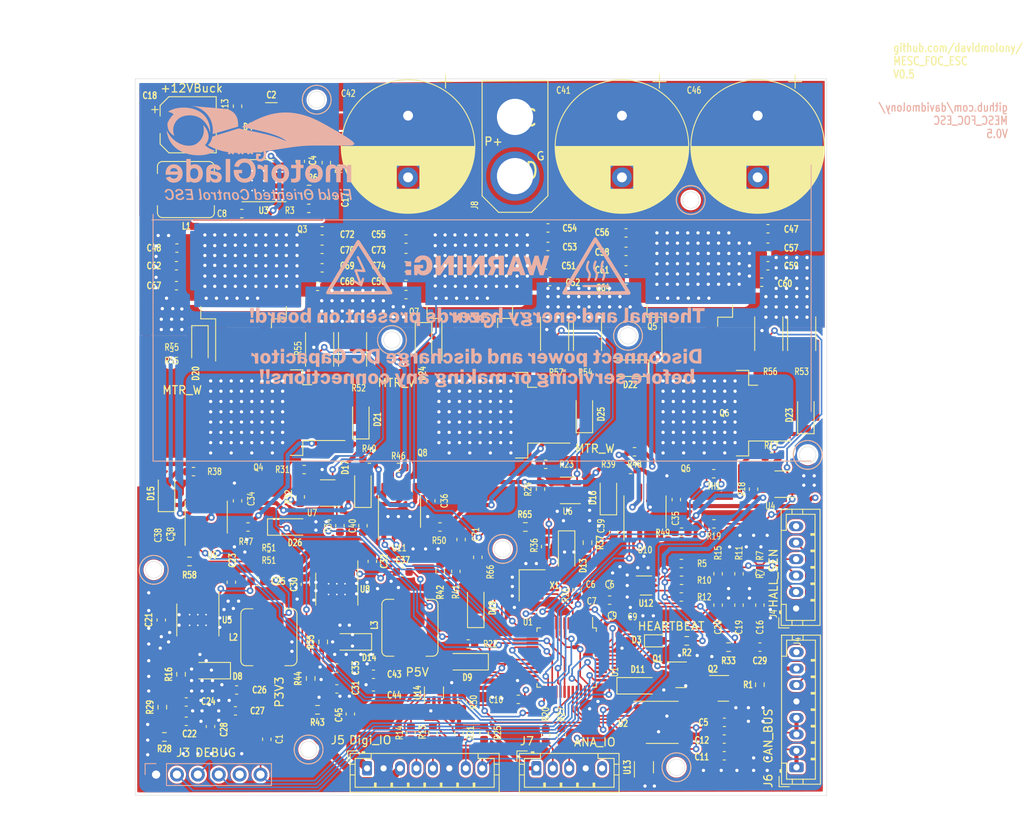
<source format=kicad_pcb>
(kicad_pcb (version 20211014) (generator pcbnew)
  (layers (0 "F.Cu" signal) (1 "In1.Cu" power) (2 "In2.Cu" power) (31 "B.Cu" signal) (34 "B.Paste" user) (35 "F.Paste" user) (36 "B.SilkS" user "B.Silkscreen") (37 "F.SilkS" user "F.Silkscreen") (38 "B.Mask" user) (39 "F.Mask" user) (44 "Edge.Cuts" user))
  (net 0 "")
  (net 1 "Net-(C5-Pad1)")
  (net 2 "+3V3")
  (net 3 "Net-(C8-Pad2)")
  (net 4 "Net-(C8-Pad1)")
  (net 5 "Net-(C17-Pad2)")
  (net 6 "+VDC")
  (net 7 "Net-(D3-Pad2)")
  (net 8 "ISU")
  (net 9 "Net-(C21-Pad1)")
  (net 10 "Net-(C22-Pad1)")
  (net 11 "Net-(C25-Pad1)")
  (net 12 "ULin")
  (net 13 "UHin")
  (net 14 "Net-(C25-Pad2)")
  (net 15 "Motor_T")
  (net 16 "SWU")
  (net 17 "SWV")
  (net 18 "SWW")
  (net 19 "Net-(C30-Pad1)")
  (net 20 "WHin")
  (net 21 "VHin")
  (net 22 "WLin")
  (net 23 "VLin")
  (net 24 "ISV")
  (net 25 "ISW")
  (net 26 "Net-(C31-Pad1)")
  (net 27 "PWMin")
  (net 28 "PhaseU")
  (net 29 "PhaseV")
  (net 30 "PhaseW")
  (net 31 "SWDIO")
  (net 32 "SWCLK")
  (net 33 "#RES")
  (net 34 "STRx")
  (net 35 "STTx")
  (net 36 "Net-(C37-Pad1)")
  (net 37 "Net-(C37-Pad2)")
  (net 38 "Net-(C38-Pad1)")
  (net 39 "Vsense_MCU")
  (net 40 "/Hall3")
  (net 41 "/Hall2")
  (net 42 "/Hall1")
  (net 43 "Net-(C39-Pad1)")
  (net 44 "Net-(C40-Pad1)")
  (net 45 "I2CSCL")
  (net 46 "/op3Vout")
  (net 47 "+5V")
  (net 48 "HeartBeat_LED")
  (net 49 "+12V")
  (net 50 "Net-(D15-Pad2)")
  (net 51 "Net-(D16-Pad2)")
  (net 52 "Net-(D17-Pad2)")
  (net 53 "SWO")
  (net 55 "Net-(J4-Pad4)")
  (net 56 "Net-(J4-Pad3)")
  (net 57 "Net-(J4-Pad2)")
  (net 58 "Net-(J5-Pad5)")
  (net 59 "Net-(J5-Pad4)")
  (net 60 "AnalogIn")
  (net 61 "BoardTemp")
  (net 62 "/op1Vout")
  (net 63 "/op2Vout")
  (net 64 "CAN_EN")
  (net 65 "Net-(Q1-Pad3)")
  (net 66 "Net-(R3-Pad2)")
  (net 67 "SGU")
  (net 68 "Net-(R16-Pad1)")
  (net 69 "Net-(R17-Pad1)")
  (net 70 "/UGH")
  (net 71 "/UGL")
  (net 72 "/VGH")
  (net 73 "/VGL")
  (net 74 "/WGH")
  (net 75 "/WGL")
  (net 76 "Net-(R19-Pad2)")
  (net 77 "Net-(R23-Pad1)")
  (net 78 "Net-(R26-Pad2)")
  (net 79 "Net-(R28-Pad2)")
  (net 80 "Net-(R31-Pad1)")
  (net 81 "Net-(R34-Pad2)")
  (net 82 "Net-(R35-Pad1)")
  (net 83 "Net-(R43-Pad2)")
  (net 84 "Net-(R45-Pad1)")
  (net 85 "Net-(R46-Pad1)")
  (net 86 "Net-(R47-Pad1)")
  (net 87 "Net-(R48-Pad1)")
  (net 88 "Net-(R49-Pad1)")
  (net 89 "Net-(R50-Pad1)")
  (net 90 "CAN_TXD")
  (net 91 "CAN_RXD")
  (net 93 "Net-(U1-Pad5)")
  (net 98 "Net-(U3-Pad6)")
  (net 104 "Net-(C11-Pad2)")
  (net 105 "Net-(C12-Pad2)")
  (net 106 "Net-(J7-Pad3)")
  (net 111 "I2CSDA")
  (net 112 "Net-(J7-Pad2)")
  (footprint "Capacitor_SMD:C_0603_1608Metric" (layer "F.Cu") (at 148.75 68.5 180)
    (fp_text reference "C55")
    (fp_text value "C_1uF_100V")
  )
  (footprint "Capacitor_SMD:C_0603_1608Metric" (layer "F.Cu") (at 173.5075 110.49)
    (fp_text reference "C6")
    (fp_text value "C_1uF_100V")
  )
  (footprint "Capacitor_SMD:C_0603_1608Metric" (layer "F.Cu") (at 181.61 100.1775 -90)
    (fp_text reference "C35")
    (fp_text value "C_1uF_100V")
  )
  (footprint "Capacitor_SMD:C_0603_1608Metric" (layer "F.Cu") (at 173.99 104.14 -90)
    (fp_text reference "C39")
    (fp_text value "C_1uF_100V")
  )
  (footprint "Capacitor_SMD:C_0603_1608Metric" (layer "F.Cu") (at 192 73.75)
    (fp_text reference "C60")
    (fp_text value "C_1uF_100V")
  )
  (footprint "Diode_SMD:D_SOD-123F" (layer "F.Cu") (at 173.355 99.825 90)
    (fp_text reference "D16")
    (fp_text value "D_Sch_100V_2A")
  )
  (footprint "Package_TO_SOT_SMD:TO-263-2" (layer "F.Cu") (at 183.25 75.05 90)
    (fp_text reference "Q5")
    (fp_text value "CRSS037N10N")
  )
  (footprint "Resistor_SMD:R_2512_6332Metric" (layer "F.Cu") (at 192.85 80.01 90)
    (fp_text reference "R56")
    (fp_text value "Shunt")
  )
  (footprint "Resistor_SMD:R_0603_1608Metric" (layer "F.Cu") (at 176.0475 96.52 180)
    (fp_text reference "R39")
    (fp_text value "R_5")
  )
  (footprint "Resistor_SMD:R_0603_1608Metric" (layer "F.Cu") (at 182.245 104.14)
    (fp_text reference "R49")
    (fp_text value "R_5")
  )
  (footprint "Package_QFP:LQFP-48_7x7mm_P0.5mm" (layer "F.Cu") (at 168.275 119.38 -90)
    (fp_text reference "U1")
    (fp_text value "STM32F303CBTx")
  )
  (footprint "Package_SO:SOIC-8_3.9x4.9mm_P1.27mm" (layer "F.Cu") (at 177.8 101.665 90)
    (fp_text reference "U10")
    (fp_text value "IR2181")
  )
  (footprint "Capacitor_SMD:C_0603_1608Metric" (layer "F.Cu") (at 173.8125 114.3)
    (fp_text reference "C9")
    (fp_text value "C_0.1uF_100V")
  )
  (footprint "Capacitor_SMD:C_0603_1608Metric" (layer "F.Cu") (at 151.765 100.33 -90)
    (fp_text reference "C36")
    (fp_text value "C_1uF_100V")
  )
  (footprint "Capacitor_SMD:C_0603_1608Metric" (layer "F.Cu") (at 128.27 100.33 -90)
    (fp_text reference "C34")
    (fp_text value "C_1uF_100V")
  )
  (footprint "Capacitor_SMD:C_0603_1608Metric" (layer "F.Cu") (at 143.51 103.3525 -90)
    (fp_text reference "C40")
    (fp_text value "C_1uF_100V")
  )
  (footprint "Capacitor_SMD:C_0603_1608Metric" (layer "F.Cu") (at 120.142 104.394 -90)
    (fp_text reference "C38")
    (fp_text value "C_1uF_100V")
  )
  (footprint "Capacitor_SMD:C_0603_1608Metric" (layer "F.Cu") (at 120.891 69.596 180)
    (fp_text reference "C48")
    (fp_text value "C_1uF_100V")
  )
  (footprint "Capacitor_SMD:C_0603_1608Metric" (layer "F.Cu") (at 166.23 73.66)
    (fp_text reference "C52")
    (fp_text value "C_0.1uF_100V")
  )
  (footprint "Capacitor_SMD:C_0603_1608Metric" (layer "F.Cu") (at 138 74.25)
    (fp_text reference "C68")
    (fp_text value "C_0.1uF_100V")
  )
  (footprint "Package_TO_SOT_SMD:TO-263-2" (layer "F.Cu") (at 187.452 89.662 180)
    (fp_text reference "Q6")
    (fp_text value "CRSS037N10N")
  )
  (footprint "Package_TO_SOT_SMD:TO-263-2" (layer "F.Cu") (at 156.5 75.2 90)
    (fp_text reference "Q7")
    (fp_text value "CRSS037N10N")
  )
  (footprint "Package_TO_SOT_SMD:TO-263-2" (layer "F.Cu") (at 160.601 89.916 180)
    (fp_text reference "Q8")
    (fp_text value "CRSS037N10N")
  )
  (footprint "Package_TO_SOT_SMD:TO-263-2" (layer "F.Cu") (at 129 75.25 90)
    (fp_text reference "Q3")
    (fp_text value "CRSS037N10N")
  )
  (footprint "Package_TO_SOT_SMD:TO-263-2" (layer "F.Cu") (at 133.25 89.6 180)
    (fp_text reference "Q4")
    (fp_text value "CRSS037N10N")
  )
  (footprint "Resistor_SMD:R_0603_1608Metric" (layer "F.Cu") (at 176.53 94.361)
    (fp_text reference "R48")
    (fp_text value "R_5")
  )
  (footprint "Resistor_SMD:R_0603_1608Metric" (layer "F.Cu") (at 144.2975 95.25 180)
    (fp_text reference "R40")
    (fp_text value "R_5")
  )
  (footprint "Resistor_SMD:R_0603_1608Metric" (layer "F.Cu") (at 122.9105 96.774 180)
    (fp_text reference "R38")
    (fp_text value "R_5")
  )
  (footprint "Resistor_SMD:R_0603_1608Metric" (layer "F.Cu") (at 147.828 96.266)
    (fp_text reference "R46")
    (fp_text value "R_5")
  )
  (footprint "Resistor_SMD:R_0603_1608Metric" (layer "F.Cu") (at 152.8825 103.505)
    (fp_text reference "R50")
    (fp_text value "R_5")
  )
  (footprint "Resistor_SMD:R_0603_1608Metric" (layer "F.Cu") (at 120.269 81.661)
    (fp_text reference "R45")
    (fp_text value "R_5")
  )
  (footprint "Resistor_SMD:R_0603_1608Metric" (layer "F.Cu") (at 129.54 103.505)
    (fp_text reference "R47")
    (fp_text value "R_5")
  )
  (footprint "Resistor_SMD:R_2512_6332Metric" (layer "F.Cu") (at 166.815 80.01 90)
    (fp_text reference "R57")
    (fp_text value "Shunt")
  )
  (footprint "Resistor_SMD:R_2512_6332Metric" (layer "F.Cu") (at 138.25 81.915 90)
    (fp_text reference "R55")
    (fp_text value "Shunt")
  )
  (footprint "Package_SO:SOIC-8_3.9x4.9mm_P1.27mm" (layer "F.Cu") (at 147.955 101.6 90)
    (fp_text reference "U11")
    (fp_text value "IR2181")
  )
  (footprint "Package_SO:SOIC-8_3.9x4.9mm_P1.27mm" (layer "F.Cu") (at 124.46 102.3 90)
    (fp_text reference "U9")
    (fp_text value "IR2181")
  )
  (footprint "Capacitor_SMD:C_0603_1608Metric" (layer "F.Cu") (at 135.89 59.055 90)
    (fp_text reference "C4")
    (fp_text value "C_0.1uF_100V")
  )
  (footprint "Capacitor_SMD:C_0603_1608Metric" (layer "F.Cu") (at 128.778 65.405 180)
    (fp_text reference "C8")
    (fp_text value "C_100nF_16V")
  )
  (footprint "Capacitor_SMD:C_0603_1608Metric" (layer "F.Cu") (at 128.27 52.3495 -90)
    (fp_text reference "C13")
    (fp_text value "C_10uF_25V")
  )
  (footprint "Inductor_SMD:L_Bourns_SRP7028A_7.3x6.6mm" (layer "F.Cu") (at 121.989 62.484 180)
    (fp_text reference "L1")
    (fp_text value "L_47uH_2.0A")
  )
  (footprint "Resistor_SMD:R_0603_1608Metric" (layer "F.Cu") (at 136.9315 64.77 180)
    (fp_text reference "R3")
    (fp_text value "R_590K")
  )
  (footprint "Resistor_SMD:R_0603_1608Metric" (layer "F.Cu") (at 139.065 59.2075 90)
    (fp_text reference "R4")
    (fp_text value "R_4k7")
  )
  (footprint "Resistor_SMD:R_0603_1608Metric" (layer "F.Cu") (at 157.48 107.188 -90)
    (fp_text reference "R66")
    (fp_text value "R_1.5k")
  )
  (footprint "Resistor_SMD:R_2512_6332Metric" (layer "F.Cu") (at 196.85 80.01 90)
    (fp_text reference "R53")
    (fp_text value "Shunt")
  )
  (footprint "Resistor_SMD:R_2512_6332Metric" (layer "F.Cu") (at 170.815 80.01 90)
    (fp_text reference "R54")
    (fp_text value "Shunt")
  )
  (footprint "Resistor_SMD:R_2512_6332Metric" (layer "F.Cu") (at 142.25 81.915 90)
    (fp_text reference "R52")
    (fp_text value "Shunt")
  )
  (footprint "Capacitor_SMD:C_0603_1608Metric" (layer "F.Cu") (at 162.4075 124.46 180)
    (fp_text reference "C10")
    (fp_text value "C_0.1uF_100V")
  )
  (footprint "Diode_SMD:D_MiniMELF" (layer "F.Cu") (at 176.939 122.809)
    (fp_text reference "D11")
    (fp_text value "D_Zener_3v3")
  )
  (footprint "Diode_SMD:D_MiniMELF" (layer "F.Cu") (at 168.275 106.525 -90)
    (fp_text reference "D13")
    (fp_text value "D_Zener_3v3")
  )
  (footprint "Diode_SMD:D_MiniMELF" (layer "F.Cu") (at 157.226 113.185 90)
    (fp_text reference "D19")
    (fp_text value "D_Zener_3V3")
  )
  (footprint "Diode_SMD:D_MiniMELF" (layer "F.Cu") (at 134.465 103.505)
    (fp_text reference "D26")
    (fp_text value "D_Zener_3V3")
  )
  (footprint "Resistor_SMD:R_0603_1608Metric" (layer "F.Cu") (at 165.735 105.8925 -90)
    (fp_text reference "R36")
    (fp_text value "R_1.5k")
  )
  (footprint "Resistor_SMD:R_0603_1608Metric" (layer "F.Cu") (at 170.815 105.41 -90)
    (fp_text reference "R37")
    (fp_text value "R_82k")
  )
  (footprint "Resistor_SMD:R_0603_1608Metric" (layer "F.Cu") (at 154.813 108.903 90)
    (fp_text reference "R41")
    (fp_text value "R_1.5k")
  )
  (footprint "Resistor_SMD:R_0603_1608Metric" (layer "F.Cu") (at 152.908 108.903 -90)
    (fp_text reference "R42")
    (fp_text value "R_82k")
  )
  (footprint "Resistor_SMD:R_0603_1608Metric" (layer "F.Cu") (at 132.08 106.045)
    (fp_text reference "R51")
    (fp_text value "R_1.5k")
  )
  (footprint "Resistor_SMD:R_0603_1608Metric" (layer "F.Cu") (at 122.428 107.696)
    (fp_text reference "R58")
    (fp_text value "R_82k")
  )
  (footprint "Resistor_SMD:R_0603_1608Metric" (layer "F.Cu") (at 163.258 103.505 180)
    (fp_text reference "R65")
    (fp_text value "R_82k")
  )
  (footprint "INV_Board:X1OSC" (layer "F.Cu") (at 164.084 110.617 -90)
    (fp_text reference "X1")
    (fp_text value "ASE-xxxMHz")
  )
  (footprint "Capacitor_SMD:C_0603_1608Metric" (layer "F.Cu") (at 155.448 105.029 -90)
    (fp_text reference "C71")
    (fp_text value "C_0.1uF_100V")
  )
  (footprint "Connector_JST:JST_PH_B5B-PH-K_1x05_P2.00mm_Vertical" (layer "F.Cu") (at 164.592 132.842)
    (fp_text reference "J7")
    (fp_text value "Conn_01x05_Male")
  )
  (footprint "Capacitor_SMD:C_0603_1608Metric" (layer "F.Cu") (at 131.826 129.3115 90)
    (fp_text reference "C1")
    (fp_text value "C_0.1uF_100V")
  )
  (footprint "Diode_SMD:D_SOD-123F" (layer "F.Cu") (at 119.634 99.438 90)
    (fp_text reference "D15")
    (fp_text value "D_Sch_100V_2A")
  )
  (footprint "Capacitor_SMD:C_0603_1608Metric" (layer "F.Cu") (at 192.75 71.75)
    (fp_text reference "C59")
    (fp_text value "C_1uF_100V")
  )
  (footprint "Capacitor_SMD:C_0603_1608Metric" (layer "F.Cu") (at 192.75 69.5)
    (fp_text reference "C57")
    (fp_text value "C_1uF_100V")
  )
  (footprint "Capacitor_THT:CP_Radial_D16.0mm_P7.50mm" (layer "F.Cu") (at 175 53.5 -90)
    (fp_text reference "C41")
    (fp_text value "CP_470uF+")
  )
  (footprint "Capacitor_THT:CP_Radial_D16.0mm_P7.50mm" (layer "F.Cu") (at 149 53.5 -90)
    (fp_text reference "C42")
    (fp_text value "CP_470uF+")
  )
  (footprint "Diode_SMD:D_SOD-123" (layer "F.Cu") (at 176.022 84.201 180)
    (fp_text reference "D22")
    (fp_text value "D_Zener_16V")
  )
  (footprint "Diode_SMD:D_SOD-123" (layer "F.Cu") (at 197.358 89.915 90)
    (fp_text reference "D23")
    (fp_text value "D_Zener_16V")
  )
  (footprint "Diode_SMD:D_SOD-123" (layer "F.Cu") (at 150.876 80.9 -90)
    (fp_text reference "D24")
    (fp_text value "D_Zener_16V")
  )
  (footprint "Diode_SMD:D_SOD-123" (layer "F.Cu") (at 170.434 89.79 90)
    (fp_text reference "D25")
    (fp_text value "D_Zener_16V")
  )
  (footprint "Diode_SMD:D_SOD-123" (layer "F.Cu") (at 123.698 81.281 -90)
    (fp_text reference "D20")
    (fp_text value "D_Zener_16V")
  )
  (footprint "Diode_SMD:D_SOD-123" (layer "F.Cu") (at 143.256 90.551 90)
    (fp_text reference "D21")
    (fp_text value "D_Zener_16V")
  )
  (footprint "Resistor_SMD:R_0603_1608Metric" (layer "F.Cu") (at 167.64 128.8035 -90)
    (fp_text reference "R27")
    (fp_text value "R_1.5k")
  )
  (footprint "Resistor_SMD:R_0603_1608Metric" (layer "F.Cu") (at 155.194 128.5495 -90)
    (fp_text reference "R21")
    (fp_text value "R_1.5k")
  )
  (footprint "Resistor_SMD:R_0603_1608Metric" (layer "F.Cu") (at 158.242 128.5495 -90)
    (fp_text reference "R25")
    (fp_text value "R_1.5k")
  )
  (footprint "Resistor_SMD:R_0603_1608Metric" (layer "F.Cu") (at 182.2195 107.95)
    (fp_text reference "R5")
    (fp_text value "R_1.5k")
  )
  (footprint "Resistor_SMD:R_0603_1608Metric" (layer "F.Cu") (at 182.245 109.982)
    (fp_text reference "R10")
    (fp_text value "R_1.5k")
  )
  (footprint "Resistor_SMD:R_0603_1608Metric" (layer "F.Cu") (at 182.2195 112.014)
    (fp_text reference "R12")
    (fp_text value "R_1.5k")
  )
  (footprint "Resistor_SMD:R_0603_1608Metric" (layer "F.Cu") (at 191.77 109.1945 90)
    (fp_text reference "R7")
    (fp_text value "R_4k7")
  )
  (footprint "Resistor_SMD:R_0603_1608Metric" (layer "F.Cu") (at 189.23 109.1945 90)
    (fp_text reference "R11")
    (fp_text value "R_4k7")
  )
  (footprint "Resistor_SMD:R_0603_1608Metric" (layer "F.Cu") (at 186.69 109.1945 90)
    (fp_text reference "R15")
    (fp_text value "R_4k7")
  )
  (footprint "Capacitor_SMD:C_0603_1608Metric" (layer "F.Cu") (at 173.5075 112.395)
    (fp_text reference "C7")
    (fp_text value "C_0.1uF_100V")
  )
  (footprint "Diode_SMD:D_SOD-123F" (layer "F.Cu") (at 143.51 98.93 90)
    (fp_text reference "D17")
    (fp_text value "D_Sch_100V_2A")
  )
  (footprint "Resistor_SMD:R_0603_1608Metric" (layer "F.Cu") (at 152.019 128.4985 -90)
    (fp_text reference "R13")
    (fp_text value "R_100")
  )
  (footprint "Resistor_SMD:R_0603_1608Metric" (layer "F.Cu") (at 149.352 128.4985 90)
    (fp_text reference "R14")
    (fp_text value "R_100")
  )
  (footprint "Connector_JST:JST_PH_B6B-PH-K_1x06_P2.00mm_Vertical" (layer "F.Cu") (at 196.173 113.411 90)
    (fp_text reference "J4")
    (fp_text value "Conn_01x06_Female")
  )
  (footprint "INV_Board:XT60" (layer "F.Cu") (at 162 57.25 90)
    (fp_text reference "J8")
    (fp_text value "Conn_01x02_Male")
  )
  (footprint "Capacitor_SMD:C_0603_1608Metric" (layer "F.Cu") (at 191.77 113.0045 -90)
    (fp_text reference "C16")
    (fp_text value "C_100pF_16V")
  )
  (footprint "Capacitor_SMD:C_0603_1608Metric" (layer "F.Cu") (at 189.23 113.0045 -90)
    (fp_text reference "C19")
    (fp_text value "C_100pF_16V")
  )
  (footprint "Capacitor_SMD:C_0603_1608Metric" (layer "F.Cu") (at 186.69 113.0045 -90)
    (fp_text reference "C20")
    (fp_text value "C_100pF_16V")
  )
  (footprint "Capacitor_SMD:C_0603_1608Metric" (layer "F.Cu") (at 120.841 71.744 180)
    (fp_text reference "C62")
    (fp_text value "C_1uF_100V")
  )
  (footprint "Capacitor_SMD:C_0603_1608Metric" (layer "F.Cu") (at 120.841 74.168 180)
    (fp_text reference "C67")
    (fp_text value "C_1uF_100V")
  )
  (footprint "Capacitor_SMD:C_0603_1608Metric" (layer "F.Cu") (at 138.55 72)
    (fp_text reference "C69")
    (fp_text value "C_1uF_100V")
  )
  (footprint "Capacitor_SMD:C_0603_1608Metric" (layer "F.Cu") (at 138.55 69.75)
    (fp_text reference "C70")
    (fp_text value "C_1uF_100V")
  )
  (footprint "Capacitor_SMD:C_0603_1608Metric" (layer "F.Cu") (at 138.55 67.5)
    (fp_text reference "C72")
    (fp_text value "C_1uF_100V")
  )
  (footprint "Capacitor_SMD:C_0603_1608Metric" (layer "F.Cu") (at 148.75 70.75 180)
    (fp_text reference "C73")
    (fp_text value "C_1uF_100V")
  )
  (footprint "Capacitor_SMD:C_0603_1608Metric" (layer "F.Cu") (at 148.75 73 180)
    (fp_text reference "C74")
    (fp_text value "C_1uF_100V")
  )
  (footprint "Capacitor_SMD:C_0603_1608Metric" (layer "F.Cu") (at 148.75 75.25 180)
    (fp_text reference "C50")
    (fp_text value "C_1uF_100V")
  )
  (footprint "Capacitor_SMD:C_0603_1608Metric" (layer "F.Cu") (at 165.735 71.65)
    (fp_text reference "C51")
    (fp_text value "C_1uF_100V")
  )
  (footprint "Capacitor_SMD:C_0603_1608Metric" (layer "F.Cu") (at 166 69.4)
    (fp_text reference "C53")
    (fp_text value "C_1uF_100V")
  )
  (footprint "Capacitor_SMD:C_0603_1608Metric" (layer "F.Cu") (at 175.5 67.75 180)
    (fp_text reference "C56")
    (fp_text value "C_1uF_100V")
  )
  (footprint "Capacitor_SMD:C_0603_1608Metric" (layer "F.Cu") (at 175.5 70 180)
    (fp_text reference "C58")
    (fp_text value "C_1uF_100V")
  )
  (footprint "Capacitor_SMD:C_0603_1608Metric" (layer "F.Cu") (at 175.5 72.25 180)
    (fp_text reference "C61")
    (fp_text value "C_1uF_100V")
  )
  (footprint "Capacitor_SMD:C_0603_1608Metric" (layer "F.Cu") (at 175.5 74.5 180)
    (fp_text reference "C64")
    (fp_text value "C_1uF_100V")
  )
  (footprint "Diode_SMD:D_MiniMELF" (layer "F.Cu") (at 156.21 119.888 180)
    (fp_text reference "D9")
    (fp_text value "D_Zener_3v3")
  )
  (footprint "Resistor_SMD:R_0603_1608Metric" (layer "F.Cu") (at 165.735 128.8035 -90)
    (fp_text reference "R20")
    (fp_text value "R_1.5k")
  )
  (footprint "Resistor_SMD:R_0603_1608Metric" (layer "F.Cu") (at 155.575 124.79 90)
    (fp_text reference "R30")
    (fp_text value "R_4k7")
  )
  (footprint "Resistor_SMD:R_0603_1608Metric" (layer "F.Cu") (at 156.3115 117.729 180)
    (fp_text reference "R22")
    (fp_text value "R_1.5k")
  )
  (footprint "Resistor_SMD:R_0603_1608Metric" (layer "F.Cu") (at 186.1565 97.028)
    (fp_text reference "TH1")
    (fp_text value "Thermistor_NTC")
  )
  (footprint "Capacitor_THT:CP_Radial_D16.0mm_P7.50mm" (layer "F.Cu") (at 191.5 53.5 -90)
    (fp_text reference "C46")
    (fp_text value "CP_470uF+")
  )
  (footprint "Capacitor_SMD:C_0603_1608Metric" (layer "F.Cu") (at 192.75 67.25)
    (fp_text reference "C47")
    (fp_text value "C_1uF_100V")
  )
  (footprint "Package_TO_SOT_SMD:SOT-23-6" (layer "F.Cu") (at 194.48 98.298 180)
    (fp_text reference "U4")
    (fp_text value "INA181")
  )
  (footprint "Package_TO_SOT_SMD:SOT-23-6" (layer "F.Cu") (at 168.4 99.06 180)
    (fp_text reference "U6")
    (fp_text value "INA181")
  )
  (footprint "Package_TO_SOT_SMD:SOT-23-6" (layer "F.Cu") (at 139.235 99.38 180)
    (fp_text reference "U7")
    (fp_text value "INA181")
  )
  (footprint "Resistor_SMD:R_0603_1608Metric" (layer "F.Cu") (at 193.1925 94.996)
    (fp_text reference "R17")
    (fp_text value "R_30K")
  )
  (footprint "Resistor_SMD:R_0603_1608Metric" (layer "F.Cu") (at 191 98.9075 90)
    (fp_text reference "R18")
    (fp_text value "R_30K")
  )
  (footprint "Resistor_SMD:R_0603_1608Metric" (layer "F.Cu") (at 165.735 95.885)
    (fp_text reference "R23")
    (fp_text value "R_30K")
  )
  (footprint "Resistor_SMD:R_0603_1608Metric" (layer "F.Cu") (at 165.1 98.9075 90)
    (fp_text reference "R24")
    (fp_text value "R_30K")
  )
  (footprint "Resistor_SMD:R_0603_1608Metric" (layer "F.Cu") (at 136.3725 96.52)
    (fp_text reference "R31")
    (fp_text value "R_30K")
  )
  (footprint "Resistor_SMD:R_0603_1608Metric" (layer "F.Cu") (at 135.89 99.8475 90)
    (fp_text reference "R32")
    (fp_text value "R_30K")
  )
  (footprint "Connector_JST:JST_PH_B8B-PH-K_1x08_P2.00mm_Vertical" (layer "F.Cu") (at 144.018 132.842)
    (fp_text reference "J5")
    (fp_text value "Conn_01x08_Female")
  )
  (footprint "Resistor_SMD:R_0603_1608Metric" (layer "F.Cu") (at 186.182 103.124)
    (fp_text reference "R19")
    (fp_text value "R_150")
  )
  (footprint "Resistor_SMD:R_0603_1608Metric" (layer "F.Cu") (at 169.545 111.125 90)
    (fp_text reference "R26")
    (fp_text value "R_150")
  )
  (footprint "Resistor_SMD:R_0603_1608Metric" (layer "F.Cu") (at 140.716 103.3525 90)
    (fp_text reference "R34")
    (fp_text value "R_150")
  )
  (footprint "Capacitor_SMD:C_0603_1608Metric" (layer "F.Cu") (at 166 67.15)
    (fp_text reference "C54")
    (fp_text value "C_1uF_100V")
  )
  (footprint "Diode_SMD:D_SOD-123F" (layer "F.Cu") (at 125.21 120.967 180)
    (fp_text reference "D8")
    (fp_text value "D_Sch_100V_2A")
  )
  (footprint "Package_TO_SOT_SMD:SOT-363_SC-70-6" (layer "F.Cu") (at 177.673 132.715 90)
    (fp_text reference "U13")
    (fp_text value "SMF05CT1G")
  )
  (footprint "Capacitor_SMD:C_1206_3216Metric" (layer "F.Cu") (at 132.383 52.832)
    (fp_text reference "C2")
    (fp_text value "C_2.2uF 100V")
  )
  (footprint "Capacitor_SMD:C_0603_1608Metric" (layer "F.Cu") (at 128.0175 125.857)
    (fp_text reference "C27")
    (fp_text value "C_10uF_25V")
  )
  (footprint "Package_TO_SOT_SMD:SOT-363_SC-70-6" (layer "F.Cu") (at 177.927 110.617)
    (fp_text reference "U12")
    (fp_text value "SMF05CT1G")
  )
  (footprint "Capacitor_SMD:C_0603_1608Metric" (layer "F.Cu") (at 148.349 108.966)
    (fp_text reference "C37")
    (fp_text value "C_100nF_16V")
  )
  (footprint "Package_SO:SOIC-8-1EP_3.9x4.9mm_P1.27mm_EP2.29x3mm_ThermalVias" (layer "F.Cu") (at 123.444 114.808 -90)
    (fp_text reference "U5")
    (fp_text value "TPS54331DR")
  )
  (footprint "Capacitor_SMD:C_0603_1608Metric" (layer "F.Cu") (at 124.9825 127.762 -90)
    (fp_text reference "C28")
    (fp_text value "C_10uF_25V")
  )
  (footprint "Capacitor_SMD:C_0603_1608Metric" (layer "F.Cu") (at 191.77 118.11)
    (fp_text reference "C29")
    (fp_text value "C_100pF_16V")
  )
  (footprint "Capacitor_SMD:C_0603_1608Metric" (layer "F.Cu") (at 187.452 127.254)
    (fp_text reference "C5")
    (fp_text value "C_100nF_16V")
  )
  (footprint "Capacitor_SMD:C_0603_1608Metric" (layer "F.Cu") (at 130.683 110.109)
    (fp_text reference "C25")
    (fp_text value "C_100nF_16V")
  )
  (footprint "Resistor_SMD:R_0603_1608Metric" (layer "F.Cu") (at 137.985 125.73 180)
    (fp_text reference "R43")
    (fp_text value "R_10.2K")
  )
  (footprint "Capacitor_SMD:C_0603_1608Metric" (layer "F.Cu") (at 144.793 121.412)
    (fp_text reference "C43")
    (fp_text value "C_10uF_25V")
  )
  (footprint "Resistor_SMD:R_0603_1608Metric" (layer "F.Cu") (at 119.126 125.412 -90)
    (fp_text reference "R29")
    (fp_text value "R_3.24K")
  )
  (footprint "Package_TO_SOT_SMD:SOT-23" (layer "F.Cu") (at 187.325 123.124)
    (fp_text reference "Q2")
    (fp_text value "AO3401A")
  )
  (footprint "Diode_SMD:D_SOD-123F" (layer "F.Cu") (at 129.54 56.896)
    (fp_text reference "D4")
    (fp_text value "D_Sch_100V_2A")
  )
  (footprint "Capacitor_SMD:C_0603_1608Metric" (layer "F.Cu") (at 187.439 129.286 180)
    (fp_text reference "C12")
    (fp_text value "C_4.7nF")
  )
  (footprint "Resistor_SMD:R_0603_1608Metric" (layer "F.Cu") (at 182.88 117.348 180)
    (fp_text reference "R2")
    (fp_text value "R_4k7")
  )
  (footprint "Capacitor_SMD:C_0603_1608Metric" (layer "F.Cu") (at 118.999 114.808 -90)
    (fp_text reference "C21")
    (fp_text value "C_8.2nF")
  )
  (footprint "Package_SO:SOIC-8_3.9x4.9mm_P1.27mm" (layer "F.Cu") (at 179.897 127.254)
    (fp_text reference "U2")
    (fp_text value "TJA1051T")
  )
  (footprint "Capacitor_SMD:C_1206_3216Metric" (layer "F.Cu") (at 134.825 55.88)
    (fp_text reference "C3")
    (fp_text value "C_2.2uF 100V")
  )
  (footprint "Capacitor_SMD:C_0603_1608Metric" (layer "F.Cu") (at 140.335 123.19)
    (fp_text reference "C31")
    (fp_text value "C_10pF")
  )
  (footprint "Capacitor_SMD:C_0603_1608Metric" (layer "F.Cu") (at 141.986 126.251 -90)
    (fp_text reference "C45")
    (fp_text value "C_10uF_25V")
  )
  (footprint "Package_TO_SOT_SMD:SOT-23" (layer "F.Cu") (at 182.1965 121.473)
    (fp_text reference "Q1")
    (fp_text value "2N7002")
  )
  (footprint "Package_SO:SOIC-8-1EP_3.9x4.9mm_P1.27mm_EP2.41x3.3mm_ThermalVias" (layer "F.Cu") (at 130.745 61.405 180)
    (fp_text reference "U3")
    (fp_text value "MP9486A")
  )
  (footprint "LED_SMD:LED_0603_1608Metric" (layer "F.Cu") (at 179.2225 117.348)
    (fp_text reference "D3")
    (fp_text value "LED_Small")
  )
  (footprint "Package_TO_SOT_SMD:SOT-363_SC-70-6" (layer "F.Cu") (at 152.146 123.637 90)
    (fp_text reference "U14")
    (fp_text value "SMF05CT1G")
  )
  (footprint "Capacitor_SMD:C_0603_1608Metric" (layer "F.Cu") (at 139.7 63.487 90)
    (fp_text reference "C17")
    (fp_text value "C_0.1uF_100V")
  )
  (footprint "Resistor_SMD:R_0603_1608Metric" (layer "F.Cu") (at 138.684 117.475 -90)
    (fp_text reference "R35")
    (fp_text value "R_5.76K")
  )
  (footprint "Capacitor_SMD:C_0603_1608Metric" (layer "F.Cu") (at 128.1575 123.317)
    (fp_text reference "C26")
    (fp_text value "C_10uF_25V")
  )
  (footprint "Capacitor_SMD:C_0603_1608Metric" (layer "F.Cu") (at 187.439 131.318 180)
    (fp_text reference "C11")
    (fp_text value "C_4.7nF")
  )
  (footprint "Capacitor_SMD:C_0603_1608Metric" (layer "F.Cu") (at 122.035 127.127)
    (fp_text reference "C22")
    (fp_text value "C_10pF")
  )
  (footprint "Resistor_SMD:R_0603_1608Metric" (layer "F.Cu") (at 191.77 122.682 90)
    (fp_text reference "R1")
    (fp_text value "R_82k")
  )
  (footprint "Capacitor_SMD:C_0603_1608Metric" (layer "F.Cu") (at 122.035 124.777)
    (fp_text reference "C24")
    (fp_text value "C_5.1nF")
  )
  (footprint "Resistor_SMD:R_0603_1608Metric" (layer "F.Cu") (at 136.969 62.484)
    (fp_text reference "R6")
    (fp_text value "R_4k7")
  )
  (footprint "Inductor_SMD:L_Bourns_SRP7028A_7.3x6.6mm" (layer "F.Cu") (at 149.225 115.755 90)
    (fp_text reference "L3")
    (fp_text value "L_15uH_3A")
  )
  (footprint "Diode_SMD:D_SOD-123F" (layer "F.Cu") (at 142.37 117.475 180)
    (fp_text reference "D14")
    (fp_text value "D_Sch_100V_2A")
  )
  (footprint "Capacitor_SMD:CP_Elec_6.3x7.7" (layer "F.Cu") (at 122.268 54.61)
    (fp_text reference "C18")
    (fp_text value "C_100uF_25V")
  )
  (footprint "Capacitor_SMD:C_0603_1608Metric" (layer "F.Cu") (at 144.793 123.952)
    (fp_text reference "C44")
    (fp_text value "C_10uF_25V")
  )
  (footprint "Capacitor_SMD:C_0603_1608Metric" (layer "F.Cu") (at 140.335 120.65)
    (fp_text reference "C33")
    (fp_text value "C_5.1nF")
  )
  (footprint "Capacitor_SMD:C_0603_1608Metric" (layer "F.Cu") (at 136.525 110.477 -90)
    (fp_text reference "C30")
    (fp_text value "C_8.2nF")
  )
  (footprint "Resistor_SMD:R_0603_1608Metric" (layer "F.Cu") (at 187.96 118.11)
    (fp_text reference "R33")
    (fp_text value "R_4k7")
  )
  (footprint "Package_SO:SOIC-8-1EP_3.9x4.9mm_P1.27mm_EP2.29x3mm_ThermalVias" (layer "F.Cu") (at 140.335 111.06 -90)
    (fp_text reference "U8")
    (fp_text value "TPS54331DR")
  )
  (footprint "Resistor_SMD:R_0603_1608Metric" (layer "F.Cu") (at 121.4 121.412 -90)
    (fp_text reference "R16")
    (fp_text value "R_5.76K")
  )
  (footprint "Resistor_SMD:R_0603_1608Metric" (layer "F.Cu") (at 137.16 121.92 -90)
    (fp_text reference "R44")
    (fp_text value "R_1.96K")
  )
  (footprint "Inductor_SMD:L_Bourns_SRP7028A_7.3x6.6mm" (layer "F.Cu") (at 132.08 116.909 90)
    (fp_text reference "L2")
    (fp_text value "L_15uH_3A")
  )
  (footprint "Capacitor_SMD:C_0603_1608Metric" (layer "F.Cu") (at 127.5225 110.222 -90)
    (fp_text reference "C23")
    (fp_text value "C_10uF_25V")
  )
  (footprint "Resistor_SMD:R_0603_1608Metric" (layer "F.Cu") (at 119.38 129.032 180)
    (fp_text reference "R28")
    (fp_text value "R_10.2K")
  )
  (footprint "Connector_JST:JST_PH_B8B-PH-K_1x08_P2.00mm_Vertical" (layer "F.Cu") (at 196.215 132.715 90)
    (fp_text reference "J6")
    (fp_text value "Conn_01x08_Female")
  )
  (footprint "Capacitor_SMD:C_0603_1608Metric" (layer "F.Cu") (at 144.653 107.683 -90)
    (fp_text reference "C32")
    (fp_text value "C_10uF_25V")
  )
  (footprint "Connector_PinHeader_2.54mm:PinHeader_1x06_P2.54mm_Vertical" (layer "B.Cu") (at 118.364 133.604 -90)
    (fp_text reference "J3")
    (fp_text value "Conn_01x06_Male")
  )
  (footprint "LOGO" (layer "B.Cu") (at 129.39999 58.23265 180)
    (fp_text reference "G***")
    (fp_text value "LOGO" hide)
  )
  (footprint "LOGO" (layer "B.Cu") (at 157.099 78.486 180)
    (fp_text reference "G***")
    (fp_text value "LOGO" hide)
  )
  (gr_line (start 117.861 66.167) (end 197.861 66.167) (layer "B.SilkS") (width 0.12))
  (gr_line (start 198 95.5) (end 118 95.5) (layer "B.SilkS") (width 0.12))
  (gr_circle (center 137.894 51.562) (end 139.644 51.562) (layer "B.SilkS") (width 0.12) (fill none))
  (gr_line (start 198 59.5) (end 198 89.5) (layer "B.SilkS") (width 0.12))
  (gr_circle (center 136.906 130.556) (end 138.656 130.556) (layer "B.SilkS") (width 0.12) (fill none))
  (gr_line (start 118 95.5) (end 118 65.5) (layer "B.SilkS") (width 0.12))
  (gr_circle (center 181.626 132.715) (end 183.376 132.715) (layer "B.SilkS") (width 0.12) (fill none))
  (gr_circle (center 175.74 80.264) (end 177.49 80.264) (layer "B.SilkS") (width 0.12) (fill none))
  (gr_circle (center 197.584 94.742) (end 199.334 94.742) (layer "B.SilkS") (width 0.12) (fill none))
  (gr_circle (center 183.36 63.754) (end 185.11 63.754) (layer "B.SilkS") (width 0.12) (fill none))
  (gr_circle (center 147.038 80.772) (end 148.788 80.772) (layer "B.SilkS") (width 0.12) (fill none))
  (gr_circle (center 118.082 108.712) (end 119.832 108.712) (layer "B.SilkS") (width 0.12) (fill none))
  (gr_circle (center 160.5 106.172) (end 162.25 106.172) (layer "B.SilkS") (width 0.12) (fill none))
  (gr_circle (center 183.36 63.754) (end 185.11 63.754) (layer "F.SilkS") (width 0.12) (fill none))
  (gr_circle (center 137.894 51.562) (end 139.644 51.562) (layer "F.SilkS") (width 0.12) (fill none))
  (gr_circle (center 118.082 108.712) (end 119.832 108.712) (layer "F.SilkS") (width 0.12) (fill none))
  (gr_circle (center 160.5 106.172) (end 162.25 106.172) (layer "F.SilkS") (width 0.12) (fill none))
  (gr_circle (center 181.626 132.715) (end 183.376 132.715) (layer "F.SilkS") (width 0.12) (fill none))
  (gr_circle (center 197.584 94.742) (end 199.334 94.742) (layer "F.SilkS") (width 0.12) (fill none))
  (gr_circle (center 175.74 80.264) (end 177.49 80.264) (layer "F.SilkS") (width 0.12) (fill none))
  (gr_circle (center 147.038 80.772) (end 148.788 80.772) (layer "F.SilkS") (width 0.12) (fill none))
  (gr_circle (center 136.906 130.556) (end 138.656 130.556) (layer "F.SilkS") (width 0.12) (fill none))
  (gr_line (start 115.824 136.144) (end 115.824 49.022) (layer "Edge.Cuts") (width 0.05))
  (gr_line (start 199.898 49.022) (end 199.898 136.144) (layer "Edge.Cuts") (width 0.05))
  (gr_circle (center 160.5 106.172) (end 161.5 106.172) (layer "Edge.Cuts") (width 0.05) (fill none))
  (gr_line (start 115.824 49.022) (end 199.898 49.022) (layer "Edge.Cuts") (width 0.05))
  (gr_circle (center 183.36 63.754) (end 184.36 63.754) (layer "Edge.Cuts") (width 0.05) (fill none))
  (gr_circle (center 137.894 51.562) (end 138.894 51.562) (layer "Edge.Cuts") (width 0.05) (fill none))
  (gr_circle (center 175.74 80.264) (end 176.74 80.264) (layer "Edge.Cuts") (width 0.05) (fill none))
  (gr_circle (center 181.626 132.715) (end 182.626 132.715) (layer "Edge.Cuts") (width 0.05) (fill none))
  (gr_circle (center 147.038 80.772) (end 148.038 80.772) (layer "Edge.Cuts") (width 0.05) (fill none))
  (gr_circle (center 118.082 108.712) (end 119.082 108.712) (layer "Edge.Cuts") (width 0.05) (fill none))
  (gr_line (start 199.898 136.144) (end 115.824 136.144) (layer "Edge.Cuts") (width 0.05))
  (gr_circle (center 136.906 130.556) (end 137.906 130.556) (layer "Edge.Cuts") (width 0.05) (fill none))
  (gr_circle (center 197.584 94.742) (end 198.584 94.742) (layer "Edge.Cuts") (width 0.05) (fill none))
  (gr_text "github.com/davidmolony/\nMESC_FOC_ESC\nV0.5\n" (at 221.996 54.102) (layer "B.SilkS") (effects (font (size 1 0.8)) (justify left mirror)))
  (gr_text "DEBUG" (at 125.603 130.937) (layer "F.SilkS") (effects (font (size 1 1))))
  (gr_text "Digi_IO" (at 144.399 129.413) (layer "F.SilkS") (effects (font (size 1 1))))
  (gr_text "CAN_BUS" (at 192.786 128.905 90) (layer "F.SilkS") (effects (font (size 1 1))))
  (gr_text "VDC\n\nGND" (at 162.5 57) (layer "F.SilkS") (effects (font (size 2 1.5) (thickness 0.25))))
  (gr_text "G" (at 165.1 58.42) (layer "F.SilkS") (effects (font (size 1 1))))
  (gr_text "HEARTBEAT" (at 180.975 115.57) (layer "F.SilkS") (effects (font (size 1 1))))
  (gr_text "+12VBuck" (at 122.682 50.165) (layer "F.SilkS") (effects (font (size 1 1))))
  (gr_text "ANA_IO" (at 171.704 129.667) (layer "F.SilkS") (effects (font (size 1 1))))
  (gr_text "P+" (at 159.385 56.642) (layer "F.SilkS") (effects (font (size 1 1))))
  (gr_text "MTR_W" (at 121.539 86.868) (layer "F.SilkS") (effects (font (size 1 1))))
  (gr_text "HALL_SEN" (at 193.421 109.728 90) (layer "F.SilkS") (effects (font (size 1 1))))
  (gr_text "P3V3" (at 133.35 123.571 90) (layer "F.SilkS") (effects (font (size 1 1))))
  (gr_text "MTR_V" (at 147.574 85.979) (layer "F.SilkS") (effects (font (size 1 1))))
  (gr_text "github.com/davidmolony/\nMESC_FOC_ESC\nV0.5" (at 207.899 46.863) (layer "F.SilkS") (effects (font (size 1 0.8)) (justify left)))
  (gr_text "P5V" (at 150.114 121.158) (layer "F.SilkS") (effects (font (size 1 1))))
  (gr_text "MTR_W" (at 171.704 93.98) (layer "F.SilkS") (effects (font (size 1 1))))
  (segment (start 178.84652 126.58848) (end 178.84652 127.017329) (width 0.5) (layer "F.Cu") (net 1))
  (segment (start 181.229 124.206) (end 178.84652 126.58848) (width 0.5) (layer "F.Cu") (net 1))
  (segment (start 177.974849 127.889) (end 177.422 127.889) (width 0.5) (layer "F.Cu") (net 1))
  (segment (start 185.534 126.111) (end 184.956849 126.111) (width 0.5) (layer "F.Cu") (net 1))
  (segment (start 184.956849 126.111) (end 183.051849 124.206) (width 0.5) (layer "F.Cu") (net 1))
  (segment (start 186.3875 124.074) (end 186.3875 126.9645) (width 0.5) (layer "F.Cu") (net 1))
  (segment (start 178.84652 127.017329) (end 177.974849 127.889) (width 0.5) (layer "F.Cu") (net 1))
  (segment (start 183.051849 124.206) (end 181.229 124.206) (width 0.5) (layer "F.Cu") (net 1))
  (segment (start 186.677 127.254) (end 185.534 126.111) (width 0.5) (layer "F.Cu") (net 1))
  (segment (start 166.116 100.711) (end 165.1 99.695) (width 0.2) (layer "F.Cu") (net 2))
  (segment (start 171.025 123.5425) (end 171.025 122.765) (width 0.2) (layer "F.Cu") (net 2))
  (segment (start 148.018 132.842) (end 148.018 132.954798) (width 1) (layer "F.Cu") (net 2))
  (segment (start 187.135 118.11) (end 188.84048 119.81548) (width 0.2) (layer "F.Cu") (net 2))
  (segment (start 155.575 125.5775) (end 154.65048 124.65298) (width 0.5) (layer "F.Cu") (net 2))
  (segment (start 167.025 115.2175) (end 167.025 116.86) (width 0.2) (layer "F.Cu") (net 2))
  (segment (start 163.195 124.46) (end 164.1125 123.5425) (width 0.2) (layer "F.Cu") (net 2))
  (segment (start 166.624 107.696) (end 164.9108 109.4092) (width 0.2) (layer "F.Cu") (net 2))
  (segment (start 161.798 123.063) (end 163.195 124.46) (width 0.5) (layer "F.Cu") (net 2))
  (segment (start 173.025 114.3) (end 173.025 112.7) (width 0.2) (layer "F.Cu") (net 2))
  (segment (start 136.652 115.062) (end 136.144 115.57) (width 0.2) (layer "F.Cu") (net 2))
  (segment (start 169.672 118.11) (end 169.164 118.11) (width 0.5) (layer "F.Cu") (net 2))
  (segment (start 168.275 118.11) (end 169.164 118.11) (width 0.2) (layer "F.Cu") (net 2))
  (segment (start 172.4375 114.8875) (end 173.025 114.3) (width 0.2) (layer "F.Cu") (net 2))
  (segment (start 181.432 112.014) (end 180.213 112.014) (width 0.2) (layer "F.Cu") (net 2))
  (segment (start 165.415 100.01) (end 167.3 100.01) (width 0.5) (layer "F.Cu") (net 2))
  (segment (start 166.116 103.124) (end 166.116 100.711) (width 0.2) (layer "F.Cu") (net 2))
  (segment (start 137.83 100.635) (end 138.135 100.33) (width 0.5) (layer "F.Cu") (net 2))
  (segment (start 197.38952 121.54048) (end 196.215 122.715) (width 0.2) (layer "F.Cu") (net 2))
  (segment (start 196.90448 119.81548) (end 197.38952 120.30052) (width 0.2) (layer "F.Cu") (net 2))
  (segment (start 171.025 122.765) (end 169.926 121.666) (width 0.2) (layer "F.Cu") (net 2))
  (segment (start 164.9108 109.4092) (end 164.9108 109.5604) (width 0.2) (layer "F.Cu") (net 2))
  (segment (start 191.447 99.248) (end 193.38 99.248) (width 0.2) (layer "F.Cu") (net 2))
  (segment (start 158.242 127.762) (end 155.194 127.762) (width 0.5) (layer "F.Cu") (net 2))
  (segment (start 197.38952 120.30052) (end 197.38952 121.54048) (width 0.2) (layer "F.Cu") (net 2))
  (segment (start 183.705 117.348) (end 184.467 118.11) (width 0.2) (layer "F.Cu") (net 2))
  (segment (start 165.354 113.792) (end 166.366651 113.792) (width 0.2) (layer "F.Cu") (net 2))
  (segment (start 171.025 116.249) (end 171.025 115.2175) (width 0.2) (layer "F.Cu") (net 2))
  (segment (start 166.366651 113.792) (end 167.025 114.450349) (width 0.2) (layer "F.Cu") (net 2))
  (segment (start 180.214003 110.238011) (end 180.470014 109.982) (width 0.2) (layer "F.Cu") (net 2))
  (segment (start 155.194 127.762) (end 155.194 125.9585) (width 0.5) (layer "F.Cu") (net 2))
  (segment (start 167.025 116.86) (end 168.275 118.11) (width 0.2) (layer "F.Cu") (net 2))
  (segment (start 154.65048 124.65298) (end 154.65048 123.41256) (width 0.5) (layer "F.Cu") (net 2))
  (segment (start 171.621 116.63) (end 171.025 116.034) (width 0.2) (layer "F.Cu") (net 2))
  (segment (start 169.926 121.666) (end 169.926 118.364) (width 0.2) (layer "F.Cu") (net 2))
  (segment (start 136.144 115.57) (end 136.144 119.253) (width 0.2) (layer "F.Cu") (net 2))
  (segment (start 169.164 118.11) (end 171.025 116.249) (width 0.2) (layer "F.Cu") (net 2))
  (segment (start 154.65048 123.41256) (end 155.00004 123.063) (width 0.5) (layer "F.Cu") (net 2))
  (segment (start 188.84048 119.81548) (end 196.90448 119.81548) (width 0.2) (layer "F.Cu") (net 2))
  (segment (start 180.213 108.839) (end 180.543 108.839) (width 0.2) (layer "F.Cu") (net 2))
  (segment (start 172.72 110.49) (end 172.72 112.395) (width 0.5) (layer "F.Cu") (net 2))
  (segment (start 163.322 132.842) (end 164.592 132.842) (width 0.5) (layer "F.Cu") (net 2))
  (segment (start 158.242 127.762) (end 163.322 132.842) (width 0.5) (layer "F.Cu") (net 2))
  (segment (start 135.89 100.635) (end 137.83 100.635) (width 0.5) (layer "F.Cu") (net 2))
  (segment (start 163.195 123.444) (end 163.322 123.317) (width 0.2) (layer "F.Cu") (net 2))
  (segment (start 136.652 113.538) (end 136.652 115.062) (width 0.2) (layer "F.Cu") (net 2))
  (segment (start 135.763 119.634) (end 132.08 119.634) (width 0.2) (layer "F.Cu") (net 2))
  (segment (start 166.4564 109.5604) (end 164.9108 109.5604) (width 0.2) (layer "F.Cu") (net 2))
  (segment (start 146.556278 134.41652) (end 143.17952 134.41652) (width 1) (layer "F.Cu") (net 2))
  (segment (start 180.543 108.839) (end 181.432 107.95) (width 0.2) (layer "F.Cu") (net 2))
  (segment (start 192.151 99.949) (end 191.254 99.949) (width 0.5) (layer "F.Cu") (net 2))
  (segment (start 191 99.695) (end 191.447 99.248) (width 0.2) (layer "F.Cu") (net 2))
  (segment (start 173.025 112.7) (end 172.72 112.395) (width 0.2) (layer "F.Cu") (net 2))
  (segment (start 191.254 99.949) (end 191 99.695) (width 0.5) (layer "F.Cu") (net 2))
  (segment (start 163.195 124.46) (end 163.195 123.444) (width 0.2) (layer "F.Cu") (net 2))
  (segment (start 169.926 118.364) (end 169.672 118.11) (width 0.5) (layer "F.Cu") (net 2))
  (segment (start 135.89 100.635) (end 135.179 100.635) (width 0.5) (layer "F.Cu") (net 2))
  (segment (start 155.194 125.9585) (end 155.575 125.5775) (width 0.5) (layer "F.Cu") (net 2))
  (segment (start 155.00004 123.063) (end 161.798 123.063) (width 0.5) (layer "F.Cu") (net 2))
  (segment (start 163.2608 109.5604) (end 164.9108 109.5604) (width 0.2) (layer "F.Cu") (net 2))
  (segment (start 135.179 100.635) (end 134.747 100.203) (width 0.5) (layer "F.Cu") (net 2))
  (segment (start 165.1 99.695) (end 165.415 100.01) (width 0.5) (layer "F.Cu") (net 2))
  (segment (start 168.021 111.125) (end 166.4564 109.5604) (width 0.2) (layer "F.Cu") (net 2))
  (segment (start 184.467 118.11) (end 187.135 118.11) (width 0.2) (layer "F.Cu") (net 2))
  (segment (start 164.1125 123.5425) (end 164.1125 122.13) (width 0.2) (layer "F.Cu") (net 2))
  (segment (start 183.705 117.348) (end 184.785 117.348) (width 0.2) (layer "F.Cu") (net 2))
  (segment (start 171.025 116.034) (end 171.025 115.2175) (width 0.2) (layer "F.Cu") (net 2))
  (segment (start 172.4375 116.63) (end 171.621 116.63) (width 0.2) (layer "F.Cu") (net 2))
  (segment (start 148.018 132.954798) (end 146.556278 134.41652) (width 1) (layer "F.Cu") (net 2))
  (segment (start 172.4375 116.63) (end 172.4375 114.8875) (width 0.2) (layer "F.Cu") (net 2))
  (segment (start 136.144 119.253) (end 135.763 119.634) (width 0.2) (layer "F.Cu") (net 2))
  (segment (start 167.025 114.450349) (end 167.025 115.2175) (width 0.2) (layer "F.Cu") (net 2))
  (segment (start 143.17952 134.41652) (end 132.08 123.317) (width 1) (layer "F.Cu") (net 2))
  (segment (start 180.470014 109.982) (end 181.4575 109.982) (width 0.2) (layer "F.Cu") (net 2))
  (segment (start 132.08 123.317) (end 132.08 119.634) (width 1) (layer "F.Cu") (net 2))
  (via (at 165.354 113.792) (size 0.8) (drill 0.4) (layers "F.Cu" "B.Cu") (net 2))
  (via (at 184.785 117.348) (size 0.8) (drill 0.4) (layers "F.Cu" "B.Cu") (net 2))
  (via (at 180.213 112.014) (size 0.8) (drill 0.4) (layers "F.Cu" "B.Cu") (net 2))
  (via (at 166.624 107.696) (size 0.8) (drill 0.4) (layers "F.Cu" "B.Cu") (net 2))
  (via (at 166.116 103.124) (size 0.8) (drill 0.4) (layers "F.Cu" "B.Cu") (net 2))
  (via (at 163.322 123.317) (size 0.8) (drill 0.4) (layers "F.Cu" "B.Cu") (net 2))
  (via (at 192.151 99.949) (size 0.8) (drill 0.4) (layers "F.Cu" "B.Cu") (net 2))
  (via (at 136.652 113.538) (size 0.8) (drill 0.4) (layers "F.Cu" "B.Cu") (net 2))
  (via (at 180.213 108.839) (size 0.8) (drill 0.4) (layers "F.Cu" "B.Cu") (net 2))
  (via (at 169.926 118.364) (size 0.8) (drill 0.4) (layers "F.Cu" "B.Cu") (net 2))
  (via (at 168.021 111.125) (size 0.8) (drill 0.4) (layers "F.Cu" "B.Cu") (net 2))
  (via (at 134.747 100.203) (size 0.8) (drill 0.4) (layers "F.Cu" "B.Cu") (net 2))
  (via (at 180.214003 110.238011) (size 0.8) (drill 0.4) (layers "F.Cu" "B.Cu") (net 2))
  (segment (start 166.116 107.188) (end 166.116 103.124) (width 0.2) (layer "B.Cu") (net 2))
  (segment (start 180.213 110.239014) (end 180.213 112.014) (width 0.2) (layer "B.Cu") (net 2))
  (segment (start 191.77 99.949) (end 185.547 106.172) (width 0.5) (layer "B.Cu") (net 2))
  (segment (start 132.969 101.346) (end 132.969 103.351259) (width 0.2) (layer "B.Cu") (net 2))
  (segment (start 185.547 106.172) (end 180.848 106.172) (width 0.5) (layer "B.Cu") (net 2))
  (segment (start 192.151 99.949) (end 191.77 99.949) (width 0.5) (layer "B.Cu") (net 2))
  (segment (start 184.785 116.586) (end 180.213 112.014) (width 0.2) (layer "B.Cu") (net 2))
  (segment (start 180.214003 110.238011) (end 180.214003 108.840003) (width 0.2) (layer "B.Cu") (net 2))
  (segment (start 184.785 117.348) (end 184.785 116.586) (width 0.2) (layer "B.Cu") (net 2))
  (segment (start 165.354 113.792) (end 168.021 111.125) (width 0.2) (layer "B.Cu") (net 2))
  (segment (start 166.624 107.696) (end 166.116 107.188) (width 0.2) (layer "B.Cu") (net 2))
  (segment (start 180.086 108.712) (end 180.213 108.839) (width 0.5) (layer "B.Cu") (net 2))
  (segment (start 180.848 106.172) (end 180.086 106.934) (width 0.5) (layer "B.Cu") (net 2))
  (segment (start 134.747 100.203) (end 134.112 100.203) (width 0.2) (layer "B.Cu") (net 2))
  (segment (start 132.969 103.351259) (end 136.652 107.034259) (width 0.2) (layer "B.Cu") (net 2))
  (segment (start 180.214003 110.238011) (end 180.213 110.239014) (width 0.2) (layer "B.Cu") (net 2))
  (segment (start 180.214003 108.840003) (end 180.213 108.839) (width 0.2) (layer "B.Cu") (net 2))
  (segment (start 136.652 107.034259) (end 136.652 113.538) (width 0.2) (layer "B.Cu") (net 2))
  (segment (start 134.112 100.203) (end 132.969 101.346) (width 0.2) (layer "B.Cu") (net 2))
  (segment (start 180.086 106.934) (end 180.086 108.712) (width 0.5) (layer "B.Cu") (net 2))
  (segment (start 126.365 65.405) (end 127.9905 65.405) (width 0.5) (layer "F.Cu") (net 3))
  (segment (start 124.714 62.484) (end 124.714 63.754) (width 0.5) (layer "F.Cu") (net 3))
  (segment (start 124.714 63.754) (end 126.365 65.405) (width 0.5) (layer "F.Cu") (net 3))
  (segment (start 133.22 59.306) (end 133.22 59.5) (width 0.5) (layer "F.Cu") (net 4))
  (segment (start 132.334 58.42) (end 133.22 59.306) (width 0.5) (layer "F.Cu") (net 4))
  (segment (start 132.588 65.024) (end 132.207 65.405) (width 0.5) (layer "F.Cu") (net 4))
  (segment (start 132.207 65.405) (end 129.5655 65.405) (width 0.5) (layer "F.Cu") (net 4))
  (via (at 132.334 58.42) (size 0.8) (drill 0.4) (layers "F.Cu" "B.Cu") (net 4))
  (via (at 132.588 65.024) (size 0.8) (drill 0.4) (layers "F.Cu" "B.Cu") (net 4))
  (segment (start 132.334 58.42) (end 133.35 59.436) (width 0.5) (layer "B.Cu") (net 4))
  (segment (start 133.35 59.436) (end 133.35 64.262) (width 0.5) (layer "B.Cu") (net 4))
  (segment (start 133.35 64.262) (end 132.588 65.024) (width 0.5) (layer "B.Cu") (net 4))
  (segment (start 137.794 62.484) (end 139.7 62.484) (width 0.2) (layer "F.Cu") (net 5))
  (segment (start 163.30848 102.73048) (end 164.083 103.505) (width 0.2) (layer "F.Cu") (net 6))
  (segment (start 159.65152 102.73048) (end 163.30848 102.73048) (width 0.2) (layer "F.Cu") (net 6))
  (segment (start 148.271 54.229) (end 149 53.5) (width 2) (layer "F.Cu") (net 6))
  (segment (start 137.951 54.229) (end 148.271 54.229) (width 2) (layer "F.Cu") (net 6))
  (segment (start 157.607 104.775) (end 159.65152 102.73048) (width 0.2) (layer "F.Cu") (net 6))
  (segment (start 136.3 55.88) (end 137.951 54.229) (width 2) (layer "F.Cu") (net 6))
  (via (at 152.3 74.2) (size 0.8) (drill 0.4) (layers "F.Cu" "B.Cu") (net 6))
  (via (at 152.3 71.8) (size 0.8) (drill 0.4) (layers "F.Cu" "B.Cu") (net 6))
  (via (at 161 68) (size 0.8) (drill 0.4) (layers "F.Cu" "B.Cu") (net 6))
  (via (at 152.3 69.3) (size 0.8) (drill 0.4) (layers "F.Cu" "B.Cu") (net 6))
  (via (at 163.5 68) (size 0.8) (drill 0.4) (layers "F.Cu" "B.Cu") (net 6))
  (via (at 153.5 68) (size 0.8) (drill 0.4) (layers "F.Cu" "B.Cu") (net 6))
  (via (at 156 68) (size 0.8) (drill 0.4) (layers "F.Cu" "B.Cu") (net 6))
  (via (at 152.3 68) (size 0.8) (drill 0.4) (layers "F.Cu" "B.Cu") (net 6))
  (via (at 185.5 67.75) (size 0.8) (drill 0.4) (layers "F.Cu" "B.Cu") (net 6))
  (via (at 190.5 73) (size 0.8) (drill 0.4) (layers "F.Cu" "B.Cu") (net 6))
  (via (at 184.25 67.75) (size 0.8) (drill 0.4) (layers "F.Cu" "B.Cu") (net 6))
  (via (at 186.75 67.75) (size 0.8) (drill 0.4) (layers "F.Cu" "B.Cu") (net 6))
  (via (at 162.2 68) (size 0.8) (drill 0.4) (layers "F.Cu" "B.Cu") (net 6))
  (via (at 181.75 67.75) (size 0.8) (drill 0.4) (layers "F.Cu" "B.Cu") (net 6))
  (via (at 125.5 74.25) (size 0.8) (drill 0.4) (layers "F.Cu" "B.Cu") (net 6))
  (via (at 179.25 71.5) (size 0.8) (drill 0.4) (layers "F.Cu" "B.Cu") (net 6))
  (via (at 179.25 74) (size 0.8) (drill 0.4) (layers "F.Cu" "B.Cu") (net 6))
  (via (at 152.3 70.5) (size 0.8) (drill 0.4) (layers "F.Cu" "B.Cu") (net 6))
  (via (at 152.3 73) (size 0.8) (drill 0.4) (layers "F.Cu" "B.Cu") (net 6))
  (via (at 124.3 73) (size 0.8) (drill 0.4) (layers "F.Cu" "B.Cu") (net 6))
  (via (at 179.25 70.25) (size 0.8) (drill 0.4) (layers "F.Cu" "B.Cu") (net 6))
  (via (at 179.25 69) (size 0.8) (drill 0.4) (layers "F.Cu" "B.Cu") (net 6))
  (via (at 190.5 69) (size 0.8) (drill 0.4) (layers "F.Cu" "B.Cu") (net 6))
  (via (at 154.75 74.25) (size 0.8) (drill 0.4) (layers "F.Cu" "B.Cu") (net 6))
  (via (at 157.25 74.25) (size 0.8) (drill 0.4) (layers "F.Cu" "B.Cu") (net 6))
  (via (at 159.75 74.25) (size 0.8) (drill 0.4) (layers "F.Cu" "B.Cu") (net 6))
  (via (at 162.25 74.25) (size 0.8) (drill 0.4) (layers "F.Cu" "B.Cu") (net 6))
  (via (at 155.95 74.25) (size 0.8) (drill 0.4) (layers "F.Cu" "B.Cu") (net 6))
  (via (at 158.45 74.25) (size 0.8) (drill 0.4) (layers "F.Cu" "B.Cu") (net 6))
  (via (at 160.95 74.25) (size 0.8) (drill 0.4) (layers "F.Cu" "B.Cu") (net 6))
  (via (at 153.5 74.25) (size 0.8) (drill 0.4) (layers "F.Cu" "B.Cu") (net 6))
  (via (at 189.25 71.5) (size 0.8) (drill 0.4) (layers "F.Cu" "B.Cu") (net 6))
  (via (at 189.25 69) (size 0.8) (drill 0.4) (layers "F.Cu" "B.Cu") (net 6))
  (via (at 189.25 70.25) (size 0.8) (drill 0.4) (layers "F.Cu" "B.Cu") (net 6))
  (via (at 189.25 72.75) (size 0.8) (drill 0.4) (layers "F.Cu" "B.Cu") (net 6))
  (via (at 189.25 74) (size 0.8) (drill 0.4) (layers "F.Cu" "B.Cu") (net 6))
  (via (at 131.7 71.75) (size 0.8) (drill 0.4) (layers "F.Cu" "B.Cu") (net 6))
  (via (at 133 74.25) (size 0.8) (drill 0.4) (layers "F.Cu" "B.Cu") (net 6))
  (via (at 126.96 75.692) (size 0.8) (drill 0.4) (layers "F.Cu" "B.Cu") (net 6))
  (via (at 158.5 68) (size 0.8) (drill 0.4) (layers "F.Cu" "B.Cu") (net 6))
  (via (at 160.95 70.5) (size 0.8) (drill 0.4) (layers "F.Cu" "B.Cu") (net 6))
  (via (at 155.95 71.75) (size 0.8) (drill 0.4) (layers "F.Cu" "B.Cu") (net 6))
  (via (at 134.2 70.5) (size 0.8) (drill 0.4) (layers "F.Cu" "B.Cu") (net 6))
  (via (at 181.75 70.25) (size 0.8) (drill 0.4) (layers "F.Cu" "B.Cu") (net 6))
  (via (at 125.5 73) (size 0.8) (drill 0.4) (layers "F.Cu" "B.Cu") (net 6))
  (via (at 180.5 67.75) (size 0.8) (drill 0.4) (layers "F.Cu" "B.Cu") (net 6))
  (via (at 184.324 75.692) (size 0.8) (drill 0.4) (layers "F.Cu" "B.Cu") (net 6))
  (via (at 128 69.25) (size 0.8) (drill 0.4) (layers "F.Cu" "B.Cu") (net 6))
  (via (at 129.2 68) (size 0.8) (drill 0.4) (layers "F.Cu" "B.Cu") (net 6))
  (via (at 130.5 71.75) (size 0.8) (drill 0.4) (layers "F.Cu" "B.Cu") (net 6))
  (via (at 154.75 71.75) (size 0.8) (drill 0.4) (layers "F.Cu" "B.Cu") (net 6))
  (via (at 190.5 70.25) (size 0.8) (drill 0.4) (layers "F.Cu" "B.Cu") (net 6))
  (via (at 129.2 71.75) (size 0.8) (drill 0.4) (layers "F.Cu" "B.Cu") (net 6))
  (via (at 162.25 69.25) (size 0.8) (drill 0.4) (layers "F.Cu" "B.Cu") (net 6))
  (via (at 179.25 67.75) (size 0.8) (drill 0.4) (layers "F.Cu" "B.Cu") (net 6))
  (via (at 181.824 75.692) (size 0.8) (drill 0.4) (layers "F.Cu" "B.Cu") (net 6))
  (via (at 155.95 69.25) (size 0.8) (drill 0.4) (layers "F.Cu" "B.Cu") (net 6))
  (via (at 183 70.25) (size 0.8) (drill 0.4) (layers "F.Cu" "B.Cu") (net 6))
  (via (at 190.5 71.75) (size 0.8) (drill 0.4) (layers "F.Cu" "B.Cu") (net 6))
  (via (at 157.4 75.692) (size 0.8) (drill 0.4) (layers "F.Cu" "B.Cu") (net 6))
  (via (at 158.45 73) (size 0.8) (drill 0.4) (layers "F.Cu" "B.Cu") (net 6))
  (via (at 131.7 74.25) (size 0.8) (drill 0.4) (layers "F.Cu" "B.Cu") (net 6))
  (via (at 135.5 70.5) (size 0.8) (drill 0.4) (layers "F.Cu" "B.Cu") (net 6))
  (via (at 125.71 75.692) (size 0.8) (drill 0.4) (layers "F.Cu" "B.Cu") (net 6))
  (via (at 162.25 73) (size 0.8) (drill 0.4) (layers "F.Cu" "B.Cu") (net 6))
  (via (at 157.25 69.25) (size 0.8) (drill 0.4) (layers "F.Cu" "B.Cu") (net 6))
  (via (at 181.75 69) (size 0.8) (drill 0.4) (layers "F.Cu" "B.Cu") (net 6))
  (via (at 159.75 71.75) (size 0.8) (drill 0.4) (layers "F.Cu" "B.Cu") (net 6))
  (via (at 159.75 73) (size 0.8) (drill 0.4) (layers "F.Cu" "B.Cu") (net 6))
  (via (at 131.7 73) (size 0.8) (drill 0.4) (layers "F.Cu" "B.Cu") (net 6))
  (via (at 130.5 74.25) (size 0.8) (drill 0.4) (layers "F.Cu" "B.Cu") (net 6))
  (via (at 180.5 69) (size 0.8) (drill 0.4) (layers "F.Cu" "B.Cu") (net 6))
  (via (at 159.7 68) (size 0.8) (drill 0.4) (layers "F.Cu" "B.Cu") (net 6))
  (via (at 188 69) (size 0.8) (drill 0.4) (layers "F.Cu" "B.Cu") (net 6))
  (via (at 155.95 73) (size 0.8) (drill 0.4) (layers "F.Cu" "B.Cu") (net 6))
  (via (at 134.2 73) (size 0.8) (drill 0.4) (layers "F.Cu" "B.Cu") (net 6))
  (via (at 188 71.5) (size 0.8) (drill 0.4) (layers "F.Cu" "B.Cu") (net 6))
  (via (at 158.45 69.25) (size 0.8) (drill 0.4) (layers "F.Cu" "B.Cu") (net 6))
  (via (at 133 70.5) (size 0.8) (drill 0.4) (layers "F.Cu" "B.Cu") (net 6))
  (via (at 130.71 75.692) (size 0.8) (drill 0.4) (layers "F.Cu" "B.Cu") (net 6))
  (via (at 124.46 75.692) (size 0.8) (drill 0.4) (layers "F.Cu" "B.Cu") (net 6))
  (via (at 154.75 69.25) (size 0.8) (drill 0.4) (layers "F.Cu" "B.Cu") (net 6))
  (via (at 129.46 75.692) (size 0.8) (drill 0.4) (layers "F.Cu" "B.Cu") (net 6))
  (via (at 128.21 75.692) (size 0.8) (drill 0.4) (layers "F.Cu" "B.Cu") (net 6))
  (via (at 181.75 71.5) (size 0.8) (drill 0.4) (layers "F.Cu" "B.Cu") (net 6))
  (via (at 180.574 75.692) (size 0.8) (drill 0.4) (layers "F.Cu" "B.Cu") (net 6))
  (via (at 157.2 68) (size 0.8) (drill 0.4) (layers "F.Cu" "B.Cu") (net 6))
  (via (at 133 69.25) (size 0.8) (drill 0.4) (layers "F.Cu" "B.Cu") (net 6))
  (via (at 153.5 69.25) (size 0.8) (drill 0.4) (layers "F.Cu" "B.Cu") (net 6))
  (via (at 163.5 70.5) (size 0.8) (drill 0.4) (layers "F.Cu" "B.Cu") (net 6))
  (via (at 129.2 70.5) (size 0.8) (drill 0.4) (layers "F.Cu" "B.Cu") (net 6))
  (via (at 184.25 72.75) (size 0.8) (drill 0.4) (layers "F.Cu" "B.Cu") (net 6))
  (via (at 185.5 72.75) (size 0.8) (drill 0.4) (layers "F.Cu" "B.Cu") (net 6))
  (via (at 130.5 70.5) (size 0.8) (drill 0.4) (layers "F.Cu" "B.Cu") (net 6))
  (via (at 160.95 73) (size 0.8) (drill 0.4) (layers "F.Cu" "B.Cu") (net 6))
  (via (at 135.5 73) (size 0.8) (drill 0.4) (layers "F.Cu" "B.Cu") (net 6))
  (via (at 186.75 70.25) (size 0.8) (drill 0.4) (layers "F.Cu" "B.Cu") (net 6))
  (via (at 135.5 68) (size 0.8) (drill 0.4) (layers "F.Cu" "B.Cu") (net 6))
  (via (at 154.9 75.692) (size 0.8) (drill 0.4) (layers "F.Cu" "B.Cu") (net 6))
  (via (at 188 70.25) (size 0.8) (drill 0.4) (layers "F.Cu" "B.Cu") (net 6))
  (via (at 131.7 68) (size 0.8) (drill 0.4) (layers "F.Cu" "B.Cu") (net 6))
  (via (at 162.25 71.75) (size 0.8) (drill 0.4) (layers "F.Cu" "B.Cu") (net 6))
  (via (at 135.5 74.25) (size 0.8) (drill 0.4) (layers "F.Cu" "B.Cu") (net 6))
  (via (at 129.2 69.25) (size 0.8) (drill 0.4) (layers "F.Cu" "B.Cu") (net 6))
  (via (at 131.7 70.5) (size 0.8) (drill 0.4) (layers "F.Cu" "B.Cu") (net 6))
  (via (at 179.25 72.75) (size 0.8) (drill 0.4) (layers "F.Cu" "B.Cu") (net 6))
  (via (at 188 74) (size 0.8) (drill 0.4) (layers "F.Cu" "B.Cu") (net 6))
  (via (at 130.5 69.25) (size 0.8) (drill 0.4) (layers "F.Cu" "B.Cu") (net 6))
  (via (at 183 74) (size 0.8) (drill 0.4) (layers "F.Cu" "B.Cu") (net 6))
  (via (at 153.5 73) (size 0.8) (drill 0.4) (layers "F.Cu" "B.Cu") (net 6))
  (via (at 185.574 75.692) (size 0.8) (drill 0.4) (layers "F.Cu" "B.Cu") (net 6))
  (via (at 186.75 74) (size 0.8) (drill 0.4) (layers "F.Cu" "B.Cu") (net 6))
  (via (at 124.3 74.25) (size 0.8) (drill 0.4) (layers "F.Cu" "B.Cu") (net 6))
  (via (at 133 68) (size 0.8) (drill 0.4) (layers "F.Cu" "B.Cu") (net 6))
  (via (at 157.25 70.5) (size 0.8) (drill 0.4) (layers "F.Cu" "B.Cu") (net 6))
  (via (at 130.5 73) (size 0.8) (drill 0.4) (layers "F.Cu" "B.Cu") (net 6))
  (via (at 135.5 69.25) (size 0.8) (drill 0.4) (layers "F.Cu" "B.Cu") (net 6))
  (via (at 183 72.75) (size 0.8) (drill 0.4) (layers "F.Cu" "B.Cu") (net 6))
  (via (at 125.5 69.3) (size 0.8) (drill 0.4) (layers "F.Cu" "B.Cu") (net 6))
  (via (at 160.95 69.25) (size 0.8) (drill 0.4) (layers "F.Cu" "B.Cu") (net 6))
  (via (at 129.2 73) (size 0.8) (drill 0.4) (layers "F.Cu" "B.Cu") (net 6))
  (via (at 128 70.5) (size 0.8) (drill 0.4) (layers "F.Cu" "B.Cu") (net 6))
  (via (at 185.5 71.5) (size 0.8) (drill 0.4) (layers "F.Cu" "B.Cu") (net 6))
  (via (at 179.324 75.692) (size 0.8) (drill 0.4) (layers "F.Cu" "B.Cu") (net 6))
  (via (at 133 71.75) (size 0.8) (drill 0.4) (layers "F.Cu" "B.Cu") (net 6))
  (via (at 126.75 70.5) (size 0.8) (drill 0.4) (layers "F.Cu" "B.Cu") (net 6))
  (via (at 183 71.5) (size 0.8) (drill 0.4) (layers "F.Cu" "B.Cu") (net 6))
  (via (at 134.2 71.75) (size 0.8) (drill 0.4) (layers "F.Cu" "B.Cu") (net 6))
  (via (at 125.5 70.5) (size 0.8) (drill 0.4) (layers "F.Cu" "B.Cu") (net 6))
  (via (at 184.25 74) (size 0.8) (drill 0.4) (layers "F.Cu" "B.Cu") (net 6))
  (via (at 160.95 71.75) (size 0.8) (drill 0.4) (layers "F.Cu" "B.Cu") (net 6))
  (via (at 181.75 72.75) (size 0.8) (drill 0.4) (layers "F.Cu" "B.Cu") (net 6))
  (via (at 183 69) (size 0.8) (drill 0.4) (layers "F.Cu" "B.Cu") (net 6))
  (via (at 180.5 72.75) (size 0.8) (drill 0.4) (layers "F.Cu" "B.Cu") (net 6))
  (via (at 162.25 70.5) (size 0.8) (drill 0.4) (layers "F.Cu" "B.Cu") (net 6))
  (via (at 124.3 68) (size 0.8) (drill 0.4) (layers "F.Cu" "B.Cu") (net 6))
  (via (at 134.2 69.25) (size 0.8) (drill 0.4) (layers "F.Cu" "B.Cu") (net 6))
  (via (at 125.5 71.7) (size 0.8) (drill 0.4) (layers "F.Cu" "B.Cu") (net 6))
  (via (at 133 73) (size 0.8) (drill 0.4) (layers "F.Cu" "B.Cu") (net 6))
  (via (at 186.75 71.5) (size 0.8) (drill 0.4) (layers "F.Cu" "B.Cu") (net 6))
  (via (at 188 67.75) (size 0.8) (drill 0.4) (layers "F.Cu" "B.Cu") (net 6))
  (via (at 184.25 69) (size 0.8) (drill 0.4) (layers "F.Cu" "B.Cu") (net 6))
  (via (at 134.2 68) (size 0.8) (drill 0.4) (layers "F.Cu" "B.Cu") (net 6))
  (via (at 184.25 70.25) (size 0.8) (drill 0.4) (layers "F.Cu" "B.Cu") (net 6))
  (via (at 126.75 71.75) (size 0.8) (drill 0.4) (layers "F.Cu" "B.Cu") (net 6))
  (via (at 126.75 69.25) (size 0.8) (drill 0.4) (layers "F.Cu" "B.Cu") (net 6))
  (via (at 163.5 71.75) (size 0.8) (drill 0.4) (layers "F.Cu" "B.Cu") (net 6))
  (via (at 124.3 71.7) (size 0.8) (drill 0.4) (layers "F.Cu" "B.Cu") (net 6))
  (via (at 128 73) (size 0.8) (drill 0.4) (layers "F.Cu" "B.Cu") (net 6))
  (via (at 185.5 74) (size 0.8) (drill 0.4) (layers "F.Cu" "B.Cu") (net 6))
  (via (at 155.95 70.5) (size 0.8) (drill 0.4) (layers "F.Cu" "B.Cu") (net 6))
  (via (at 180.5 71.5) (size 0.8) (drill 0.4) (layers "F.Cu" "B.Cu") (net 6))
  (via (at 163.5 69.25) (size 0.8) (drill 0.4) (layers "F.Cu" "B.Cu") (net 6))
  (via (at 157.25 71.75) (size 0.8) (drill 0.4) (layers "F.Cu" "B.Cu") (net 6))
  (via (at 154.75 73) (size 0.8) (drill 0.4) (layers "F.Cu" "B.Cu") (net 6))
  (via (at 124.3 70.5) (size 0.8) (drill 0.4) (layers "F.Cu" "B.Cu") (net 6))
  (via (at 159.75 69.25) (size 0.8) (drill 0.4) (layers "F.Cu" "B.Cu") (net 6))
  (via (at 185.5 69) (size 0.8) (drill 0.4) (layers "F.Cu" "B.Cu") (net 6))
  (via (at 180.5 70.25) (size 0.8) (drill 0.4) (layers "F.Cu" "B.Cu") (net 6))
  (via (at 156.15 75.692) (size 0.8) (drill 0.4) (layers "F.Cu" "B.Cu") (net 6))
  (via (at 126.75 74.25) (size 0.8) (drill 0.4) (layers "F.Cu" "B.Cu") (net 6))
  (via (at 153.5 71.75) (size 0.8) (drill 0.4) (layers "F.Cu" "B.Cu") (net 6))
  (via (at 186.75 69) (size 0.8) (drill 0.4) (layers "F.Cu" "B.Cu") (net 6))
  (via (at 153.5 70.5) (size 0.8) (drill 0.4) (layers "F.Cu" "B.Cu") (net 6))
  (via (at 158.45 70.5) (size 0.8) (drill 0.4) (layers "F.Cu" "B.Cu") (net 6))
  (via (at 130.5 68) (size 0.8) (drill 0.4) (layers "F.Cu" "B.Cu") (net 6))
  (via (at 128 68) (size 0.8) (drill 0.4) (layers "F.Cu" "B.Cu") (net 6))
  (via (at 159.75 70.5) (size 0.8) (drill 0.4) (layers "F.Cu" "B.Cu") (net 6))
  (via (at 188 72.75) (size 0.8) (drill 0.4) (layers "F.Cu" "B.Cu") (net 6))
  (via (at 180.5 74) (size 0.8) (drill 0.4) (layers "F.Cu" "B.Cu") (net 6))
  (via (at 124.3 69.3) (size 0.8) (drill 0.4) (layers "F.Cu" "B.Cu") (net 6))
  (via (at 157.25 73) (size 0.8) (drill 0.4) (layers "F.Cu" "B.Cu") (net 6))
  (via (at 128 71.75) (size 0.8) (drill 0.4) (layers "F.Cu" "B.Cu") (net 6))
  (via (at 154.75 70.5) (size 0.8) (drill 0.4) (layers "F.Cu" "B.Cu") (net 6))
  (via (at 129.2 74.25) (size 0.8) (drill 0.4) (layers "F.Cu" "B.Cu") (net 6))
  (via (at 153.65 75.692) (size 0.8) (drill 0.4) (layers "F.Cu" "B.Cu") (net 6))
  (via (at 158.65 75.692) (size 0.8) (drill 0.4) (layers "F.Cu" "B.Cu") (net 6))
  (via (at 184.25 71.5) (size 0.8) (drill 0.4) (layers "F.Cu" "B.Cu") (net 6))
  (via (at 183 67.75) (size 0.8) (drill 0.4) (layers "F.Cu" "B.Cu") (net 6))
  (via (at 157.607 104.775) (size 0.8) (drill 0.4) (layers "F.Cu" "B.Cu") (net 6))
  (via (at 186.75 72.75) (size 0.8) (drill 0.4) (layers "F.Cu" "B.Cu") (net 6))
  (via (at 158.45 71.75) (size 0.8) (drill 0.4) (layers "F.Cu" "B.Cu") (net 6))
  (via (at 181.75 74) (size 0.8) (drill 0.4) (layers "F.Cu" "B.Cu") (net 6))
  (via (at 126.75 68) (size 0.8) (drill 0.4) (layers "F.Cu" "B.Cu") (net 6))
  (via (at 154.7 68) (size 0.8) (drill 0.4) (layers "F.Cu" "B.Cu") (net 6))
  (via (at 134.2 74.25) (size 0.8) (drill 0.4) (layers "F.Cu" "B.Cu") (net 6))
  (via (at 128 74.25) (size 0.8) (drill 0.4) (layers "F.Cu" "B.Cu") (net 6))
  (via (at 126.75 73) (size 0.8) (drill 0.4) (layers "F.Cu" "B.Cu") (net 6))
  (via (at 163.5 73) (size 0.8) (drill 0.4) (layers "F.Cu" "B.Cu") (net 6))
  (via (at 185.5 70.25) (size 0.8) (drill 0.4) (layers "F.Cu" "B.Cu") (net 6))
  (via (at 135.5 71.75) (size 0.8) (drill 0.4) (layers "F.Cu" "B.Cu") (net 6))
  (via (at 183.074 75.692) (size 0.8) (drill 0.4) (layers "F.Cu" "B.Cu") (net 6))
  (via (at 131.7 69.25) (size 0.8) (drill 0.4) (layers "F.Cu" "B.Cu") (net 6))
  (via (at 152.4 75.692) (size 0.8) (drill 0.4) (layers "F.Cu" "B.Cu") (net 6))
  (via (at 125.5 68) (size 0.8) (drill 0.4) (layers "F.Cu" "B.Cu") (net 6))
  (segment (start 149.733 82.55) (end 152.4 79.883) (width 0.2) (layer "B.Cu") (net 6))
  (segment (start 154.369511 101.537511) (end 152.337511 101.537511) (width 0.2) (layer "B.Cu") (net 6))
  (segment (start 152.337511 101.537511) (end 149.733 98.933) (width 0.2) (layer "B.Cu") (net 6))
  (segment (start 149.733 98.933) (end 149.733 82.55) (width 0.2) (layer "B.Cu") (net 6))
  (segment (start 157.607 104.775) (end 154.369511 101.537511) (width 0.2) (layer "B.Cu") (net 6))
  (segment (start 152.4 79.883) (end 152.4 75.692) (width 0.2) (layer "B.Cu") (net 6))
  (segment (start 180.01 117.348) (end 182.055 117.348) (width 0.2) (layer "F.Cu") (net 7))
  (segment (start 195.072 96.266) (end 195.072 96.84) (width 0.2) (layer "F.Cu") (net 8))
  (segment (start 195.072 96.84) (end 195.58 97.348) (width 0.2) (layer "F.Cu") (net 8))
  (segment (start 192.85 80.327) (end 193.548 79.629) (width 0.2) (layer "F.Cu") (net 8))
  (segment (start 192.85 82.91) (end 192.85 80.327) (width 0.2) (layer "F.Cu") (net 8))
  (via (at 195.072 96.266) (size 0.8) (drill 0.4) (layers "F.Cu" "B.Cu") (net 8))
  (via (at 193.548 79.629) (size 0.8) (drill 0.4) (layers "F.Cu" "B.Cu") (net 8))
  (segment (start 198.60948 80.11848) (end 199.263 80.772) (width 0.2) (layer "B.Cu") (net 8))
  (segment (start 199.263 89.789) (end 195.072 93.98) (width 0.2) (layer "B.Cu") (net 8))
  (segment (start 195.072 93.98) (end 195.072 96.266) (width 0.2) (layer "B.Cu") (net 8))
  (segment (start 194.03748 80.11848) (end 198.60948 80.11848) (width 0.2) (layer "B.Cu") (net 8))
  (segment (start 199.263 80.772) (end 199.263 89.789) (width 0.2) (layer "B.Cu") (net 8))
  (segment (start 193.548 79.629) (end 194.03748 80.11848) (width 0.2) (layer "B.Cu") (net 8))
  (segment (start 118.999 114.033) (end 119.839 114.033) (width 0.5) (layer "F.Cu") (net 9))
  (segment (start 119.839 114.033) (end 121.539 112.333) (width 0.5) (layer "F.Cu") (net 9))
  (segment (start 121.4 124.637) (end 121.26 124.777) (width 0.2) (layer "F.Cu") (net 10))
  (segment (start 121.26 127.127) (end 121.26 124.777) (width 0.2) (layer "F.Cu") (net 10))
  (segment (start 121.4 122.237) (end 121.4 124.637) (width 0.2) (layer "F.Cu") (net 10))
  (segment (start 126.238 110.998) (end 126.238 111.444) (width 0.2) (layer "F.Cu") (net 11))
  (segment (start 126.238 111.444) (end 125.349 112.333) (width 0.2) (layer "F.Cu") (net 11))
  (segment (start 129.908 111.138) (end 129.794 111.252) (width 0.2) (layer "F.Cu") (net 11))
  (segment (start 129.908 110.109) (end 129.908 111.138) (width 0.2) (layer "F.Cu") (net 11))
  (via (at 129.794 111.252) (size 0.8) (drill 0.4) (layers "F.Cu" "B.Cu") (net 11))
  (via (at 126.238 110.998) (size 0.8) (drill 0.4) (layers "F.Cu" "B.Cu") (net 11))
  (segment (start 126.238 110.998) (end 126.492 111.252) (width 0.2) (layer "B.Cu") (net 11))
  (segment (start 126.492 111.252) (end 129.794 111.252) (width 0.2) (layer "B.Cu") (net 11))
  (segment (start 166.025 123.5425) (end 166.025 121.956) (width 0.2) (layer "F.Cu") (net 12))
  (segment (start 166.025 121.956) (end 165.735 121.666) (width 0.2) (layer "F.Cu") (net 12))
  (segment (start 177.165 104.14) (end 177.165 105.791) (width 0.2) (layer "F.Cu") (net 12))
  (via (at 177.165 105.791) (size 0.8) (drill 0.4) (layers "F.Cu" "B.Cu") (net 12))
  (via (at 165.735 121.666) (size 0.8) (drill 0.4) (layers "F.Cu" "B.Cu") (net 12))
  (segment (start 177.165 105.791) (end 175.006 105.791) (width 0.2) (layer "B.Cu") (net 12))
  (segment (start 165.735 121.158) (end 165.735 121.666) (width 0.2) (layer "B.Cu") (net 12))
  (segment (start 175.006 105.791) (end 167.196511 113.600489) (width 0.2) (layer "B.Cu") (net 12))
  (segment (start 167.196511 119.696489) (end 165.735 121.158) (width 0.2) (layer "B.Cu") (net 12))
  (segment (start 167.196511 113.600489) (end 167.196511 119.696489) (width 0.2) (layer "B.Cu") (net 12))
  (segment (start 167.2245 122.474849) (end 167.525 122.775349) (width 0.2) (layer "F.Cu") (net 13))
  (segment (start 167.525 122.775349) (end 167.525 123.5425) (width 0.2) (layer "F.Cu") (net 13))
  (segment (start 167.2245 120.668072) (end 167.2245 122.474849) (width 0.2) (layer "F.Cu") (net 13))
  (segment (start 175.895 104.14) (end 175.895 107.315) (width 0.2) (layer "F.Cu") (net 13))
  (via (at 175.895 107.315) (size 0.8) (drill 0.4) (layers "F.Cu" "B.Cu") (net 13))
  (via (at 167.2245 120.668072) (size 0.8) (drill 0.4) (layers "F.Cu" "B.Cu") (net 13))
  (segment (start 174.047006 107.315) (end 167.596031 113.765975) (width 0.2) (layer "B.Cu") (net 13))
  (segment (start 167.596031 113.765975) (end 167.596031 120.296541) (width 0.2) (layer "B.Cu") (net 13))
  (segment (start 167.596031 120.296541) (end 167.2245 120.668072) (width 0.2) (layer "B.Cu") (net 13))
  (segment (start 175.895 107.315) (end 174.047006 107.315) (width 0.2) (layer "B.Cu") (net 13))
  (segment (start 132.842 110.109) (end 131.458 110.109) (width 0.2) (layer "F.Cu") (net 14))
  (segment (start 134.493 113.919) (end 134.228 114.184) (width 0.2) (layer "F.Cu") (net 14))
  (segment (start 134.228 114.184) (end 132.08 114.184) (width 0.2) (layer "F.Cu") (net 14))
  (segment (start 132.969 109.982) (end 132.842 110.109) (width 0.2) (layer "F.Cu") (net 14))
  (via (at 132.969 109.982) (size 0.8) (drill 0.4) (layers "F.Cu" "B.Cu") (net 14))
  (via (at 134.493 113.919) (size 0.8) (drill 0.4) (layers "F.Cu" "B.Cu") (net 14))
  (segment (start 132.969 109.982) (end 134.493 111.506) (width 0.2) (layer "B.Cu") (net 14))
  (segment (start 134.493 111.506) (end 134.493 113.919) (width 0.2) (layer "B.Cu") (net 14))
  (segment (start 192.987263 118.88452) (end 191.76952 118.88452) (width 0.2) (layer "F.Cu") (net 15))
  (segment (start 197.34752 106.58552) (end 197.34752 113.988618) (width 0.2) (layer "F.Cu") (net 15))
  (segment (start 191.76952 118.88452) (end 190.995 118.11) (width 0.2) (layer "F.Cu") (net 15))
  (segment (start 176.977 112.08) (end 176.977 111.267) (width 0.2) (layer "F.Cu") (net 15))
  (segment (start 178.08504 113.18804) (end 184.56204 113.18804) (width 0.2) (layer "F.Cu") (net 15))
  (segment (start 184.56204 113.18804) (end 184.531 113.157) (width 0.2) (layer "F.Cu") (net 15))
  (segment (start 188.722 118.047) (end 188.785 118.11) (width 0.2) (layer "F.Cu") (net 15))
  (segment (start 188.785 118.11) (end 190.995 118.11) (width 0.2) (layer "F.Cu") (net 15))
  (segment (start 178.08504 113.18804) (end 176.977 112.08) (width 0.2) (layer "F.Cu") (net 15))
  (segment (start 188.785 117.411) (end 188.785 118.11) (width 0.2) (layer "F.Cu") (net 15))
  (segment (start 196.173 105.411) (end 197.34752 106.58552) (width 0.2) (layer "F.Cu") (net 15))
  (segment (start 193.29452 118.041618) (end 193.29452 118.577263) (width 0.2) (layer "F.Cu") (net 15))
  (segment (start 188.722 116.967) (end 188.722 118.047) (width 0.2) (layer "F.Cu") (net 15))
  (segment (start 193.29452 118.577263) (end 192.987263 118.88452) (width 0.2) (layer "F.Cu") (net 15))
  (segment (start 197.34752 113.988618) (end 193.29452 118.041618) (width 0.2) (layer "F.Cu") (net 15))
  (via (at 188.722 116.967) (size 0.8) (drill 0.4) (layers "F.Cu" "B.Cu") (net 15))
  (via (at 184.531 113.157) (size 0.8) (drill 0.4) (layers "F.Cu" "B.Cu") (net 15))
  (segment (start 188.341 116.967) (end 188.722 116.967) (width 0.2) (layer "B.Cu") (net 15))
  (segment (start 184.531 113.157) (end 188.341 116.967) (width 0.2) (layer "B.Cu") (net 15))
  (segment (start 175.29548 103.62202) (end 175.29548 103.128803) (width 0.2) (layer "F.Cu") (net 16))
  (segment (start 173.99 104.9275) (end 171.1575 104.9275) (width 0.2) (layer "F.Cu") (net 16))
  (segment (start 178.435 101.346) (end 178.435 101.092) (width 0.2) (layer "F.Cu") (net 16))
  (segment (start 175.29548 103.128803) (end 175.558803 102.86548) (width 0.2) (layer "F.Cu") (net 16))
  (segment (start 176.91552 102.86548) (end 178.435 101.346) (width 0.2) (layer "F.Cu") (net 16))
  (segment (start 175.558803 102.86548) (end 176.91552 102.86548) (width 0.2) (layer "F.Cu") (net 16))
  (segment (start 173.99 104.9275) (end 175.29548 103.62202) (width 0.2) (layer "F.Cu") (net 16))
  (segment (start 171.1575 104.9275) (end 170.815 104.585) (width 0.2) (layer "F.Cu") (net 16))
  (segment (start 178.435 99.19) (end 178.435 101.092) (width 0.2) (layer "F.Cu") (net 16))
  (via (at 188.75 90.75) (size 0.8) (drill 0.4) (layers "F.Cu" "B.Cu") (net 16))
  (via (at 185 94.5) (size 0.8) (drill 0.4) (layers "F.Cu" "B.Cu") (net 16))
  (via (at 182.5 94.5) (size 0.8) (drill 0.4) (layers "F.Cu" "B.Cu") (net 16))
  (via (at 180 94.5) (size 0.8) (drill 0.4) (layers "F.Cu" "B.Cu") (net 16))
  (via (at 180 92) (size 0.8) (drill 0.4) (layers "F.Cu" "B.Cu") (net 16))
  (via (at 188.75 85.75) (size 0.8) (drill 0.4) (layers "F.Cu" "B.Cu") (net 16))
  (via (at 180 89.5) (size 0.8) (drill 0.4) (layers "F.Cu" "B.Cu") (net 16))
  (via (at 188.75 93.25) (size 0.8) (drill 0.4) (layers "F.Cu" "B.Cu") (net 16))
  (via (at 187.5 94.5) (size 0.8) (drill 0.4) (layers "F.Cu" "B.Cu") (net 16))
  (via (at 180 87) (size 0.8) (drill 0.4) (layers "F.Cu" "B.Cu") (net 16))
  (via (at 188.75 88.25) (size 0.8) (drill 0.4) (layers "F.Cu" "B.Cu") (net 16))
  (via (at 185 93.25) (size 0.8) (drill 0.4) (layers "F.Cu" "B.Cu") (net 16))
  (via (at 182.5 93.25) (size 0.8) (drill 0.4) (layers "F.Cu" "B.Cu") (net 16))
  (via (at 188.75 87) (size 0.8) (drill 0.4) (layers "F.Cu" "B.Cu") (net 16))
  (via (at 188.75 89.5) (size 0.8) (drill 0.4) (layers "F.Cu" "B.Cu") (net 16))
  (via (at 188.75 92) (size 0.8) (drill 0.4) (layers "F.Cu" "B.Cu") (net 16))
  (via (at 181.25 87) (size 0.8) (drill 0.4) (layers "F.Cu" "B.Cu") (net 16))
  (via (at 181.25 89.5) (size 0.8) (drill 0.4) (layers "F.Cu" "B.Cu") (net 16))
  (via (at 181.25 92) (size 0.8) (drill 0.4) (layers "F.Cu" "B.Cu") (net 16))
  (via (at 183.75 90.75) (size 0.8) (drill 0.4) (layers "F.Cu" "B.Cu") (net 16))
  (via (at 183.75 88.25) (size 0.8) (drill 0.4) (layers "F.Cu" "B.Cu") (net 16))
  (via (at 183.75 85.75) (size 0.8) (drill 0.4) (layers "F.Cu" "B.Cu") (net 16))
  (via (at 182.5 87) (size 0.8) (drill 0.4) (layers "F.Cu" "B.Cu") (net 16))
  (via (at 182.5 89.5) (size 0.8) (drill 0.4) (layers "F.Cu" "B.Cu") (net 16))
  (via (at 182.5 92) (size 0.8) (drill 0.4) (layers "F.Cu" "B.Cu") (net 16))
  (via (at 185 87) (size 0.8) (drill 0.4) (layers "F.Cu" "B.Cu") (net 16))
  (via (at 185 89.5) (size 0.8) (drill 0.4) (layers "F.Cu" "B.Cu") (net 16))
  (via (at 185 92) (size 0.8) (drill 0.4) (layers "F.Cu" "B.Cu") (net 16))
  (via (at 185 90.75) (size 0.8) (drill 0.4) (layers "F.Cu" "B.Cu") (net 16))
  (via (at 185 88.25) (size 0.8) (drill 0.4) (layers "F.Cu" "B.Cu") (net 16))
  (via (at 185 85.75) (size 0.8) (drill 0.4) (layers "F.Cu" "B.Cu") (net 16))
  (via (at 182.5 90.75) (size 0.8) (drill 0.4) (layers "F.Cu" "B.Cu") (net 16))
  (via (at 183.75 92) (size 0.8) (drill 0.4) (layers "F.Cu" "B.Cu") (net 16))
  (via (at 182.5 85.75) (size 0.8) (drill 0.4) (layers "F.Cu" "B.Cu") (net 16))
  (via (at 183.75 89.5) (size 0.8) (drill 0.4) (layers "F.Cu" "B.Cu") (net 16))
  (via (at 183.75 87) (size 0.8) (drill 0.4) (layers "F.Cu" "B.Cu") (net 16))
  (via (at 182.5 88.25) (size 0.8) (drill 0.4) (layers "F.Cu" "B.Cu") (net 16))
  (via (at 187.5 90.75) (size 0.8) (drill 0.4) (layers "F.Cu" "B.Cu") (net 16))
  (via (at 187.5 88.25) (size 0.8) (drill 0.4) (layers "F.Cu" "B.Cu") (net 16))
  (via (at 187.5 85.75) (size 0.8) (drill 0.4) (layers "F.Cu" "B.Cu") (net 16))
  (via (at 186.25 87) (size 0.8) (drill 0.4) (layers "F.Cu" "B.Cu") (net 16))
  (via (at 186.25 89.5) (size 0.8) (drill 0.4) (layers "F.Cu" "B.Cu") (net 16))
  (via (at 186.25 92) (size 0.8) (drill 0.4) (layers "F.Cu" "B.Cu") (net 16))
  (via (at 186.25 90.75) (size 0.8) (drill 0.4) (layers "F.Cu" "B.Cu") (net 16))
  (via (at 187.5 92) (size 0.8) (drill 0.4) (layers "F.Cu" "B.Cu") (net 16))
  (via (at 186.25 85.75) (size 0.8) (drill 0.4) (layers "F.Cu" "B.Cu") (net 16))
  (via (at 187.5 89.5) (size 0.8) (drill 0.4) (layers "F.Cu" "B.Cu") (net 16))
  (via (at 187.5 87) (size 0.8) (drill 0.4) (layers "F.Cu" "B.Cu") (net 16))
  (via (at 186.25 88.25) (size 0.8) (drill 0.4) (layers "F.Cu" "B.Cu") (net 16))
  (via (at 186.25 93.25) (size 0.8) (drill 0.4) (layers "F.Cu" "B.Cu") (net 16))
  (via (at 180 90.75) (size 0.8) (drill 0.4) (layers "F.Cu" "B.Cu") (net 16))
  (via (at 181.25 85.75) (size 0.8) (drill 0.4) (layers "F.Cu" "B.Cu") (net 16))
  (via (at 183.75 93.25) (size 0.8) (drill 0.4) (layers "F.Cu" "B.Cu") (net 16))
  (via (at 180 93.25) (size 0.8) (drill 0.4) (layers "F.Cu" "B.Cu") (net 16))
  (via (at 180.467 97.282) (size 0.8) (drill 0.4) (layers "F.Cu" "B.Cu") (net 16))
  (via (at 180 85.75) (size 0.8) (drill 0.4) (layers "F.Cu" "B.Cu") (net 16))
  (via (at 181.25 90.75) (size 0.8) (drill 0.4) (layers "F.Cu" "B.Cu") (net 16))
  (via (at 180 88.25) (size 0.8) (drill 0.4) (layers "F.Cu" "B.Cu") (net 16))
  (via (at 187.5 93.25) (size 0.8) (drill 0.4) (layers "F.Cu" "B.Cu") (net 16))
  (via (at 181.25 93.25) (size 0.8) (drill 0.4) (layers "F.Cu" "B.Cu") (net 16))
  (via (at 178.435 101.092) (size 0.8) (drill 0.4) (layers "F.Cu" "B.Cu") (net 16))
  (via (at 181.25 88.25) (size 0.8) (drill 0.4) (layers "F.Cu" "B.Cu") (net 16))
  (segment (start 180.467 97.282) (end 178.435 99.314) (width 0.2) (layer "B.Cu") (net 16))
  (segment (start 178.435 99.314) (end 178.435 101.092) (width 0.2) (layer "B.Cu") (net 16))
  (segment (start 144.043056 103.45202) (end 144.43452 103.060556) (width 0.5) (layer "F.Cu") (net 17))
  (segment (start 152.526 107.696) (end 146.685 107.696) (width 0.2) (layer "F.Cu") (net 17))
  (segment (start 152.908 108.078) (end 152.526 107.696) (width 0.2) (layer "F.Cu") (net 17))
  (segment (start 143.51 104.14) (end 143.51 103.45202) (width 0.5) (layer "F.Cu") (net 17))
  (segment (start 145.669 100.711) (end 147.556849 100.711) (width 0.5) (layer "F.Cu") (net 17))
  (segment (start 144.43452 103.060556) (end 144.43452 101.94548) (width 0.5) (layer "F.Cu") (net 17))
  (segment (start 143.51 104.521) (end 143.51 104.14) (width 0.2) (layer "F.Cu") (net 17))
  (segment (start 148.59 99.677849) (end 148.59 99.125) (width 0.5) (layer "F.Cu") (net 17))
  (segment (start 146.685 107.696) (end 143.51 104.521) (width 0.2) (layer "F.Cu") (net 17))
  (segment (start 144.43452 101.94548) (end 145.669 100.711) (width 0.5) (layer "F.Cu") (net 17))
  (segment (start 143.51 103.45202) (end 144.043056 103.45202) (width 0.5) (layer "F.Cu") (net 17))
  (segment (start 147.556849 100.711) (end 148.59 99.677849) (width 0.5) (layer "F.Cu") (net 17))
  (via (at 161.5 90.75) (size 0.8) (drill 0.4) (layers "F.Cu" "B.Cu") (net 17))
  (via (at 161.5 88.25) (size 0.8) (drill 0.4) (layers "F.Cu" "B.Cu") (net 17))
  (via (at 161.5 85.75) (size 0.8) (drill 0.4) (layers "F.Cu" "B.Cu") (net 17))
  (via (at 160.25 87) (size 0.8) (drill 0.4) (layers "F.Cu" "B.Cu") (net 17))
  (via (at 160.25 89.5) (size 0.8) (drill 0.4) (layers "F.Cu" "B.Cu") (net 17))
  (via (at 160.25 92) (size 0.8) (drill 0.4) (layers "F.Cu" "B.Cu") (net 17))
  (via (at 160.25 90.75) (size 0.8) (drill 0.4) (layers "F.Cu" "B.Cu") (net 17))
  (via (at 161.5 92) (size 0.8) (drill 0.4) (layers "F.Cu" "B.Cu") (net 17))
  (via (at 160.25 85.75) (size 0.8) (drill 0.4) (layers "F.Cu" "B.Cu") (net 17))
  (via (at 161.5 89.5) (size 0.8) (drill 0.4) (layers "F.Cu" "B.Cu") (net 17))
  (via (at 161.5 87) (size 0.8) (drill 0.4) (layers "F.Cu" "B.Cu") (net 17))
  (via (at 160.25 88.25) (size 0.8) (drill 0.4) (layers "F.Cu" "B.Cu") (net 17))
  (via (at 154 90.75) (size 0.8) (drill 0.4) (layers "F.Cu" "B.Cu") (net 17))
  (via (at 159 89.5) (size 0.8) (drill 0.4) (layers "F.Cu" "B.Cu") (net 17))
  (via (at 152.75 92) (size 0.8) (drill 0.4) (layers "F.Cu" "B.Cu") (net 17))
  (via (at 152.75 90.75) (size 0.8) (drill 0.4) (layers "F.Cu" "B.Cu") (net 17))
  (via (at 152.75 89.5) (size 0.8) (drill 0.4) (layers "F.Cu" "B.Cu") (net 17))
  (via (at 155.25 89.5) (size 0.8) (drill 0.4) (layers "F.Cu" "B.Cu") (net 17))
  (via (at 155.25 90.75) (size 0.8) (drill 0.4) (layers "F.Cu" "B.Cu") (net 17))
  (via (at 152.75 87) (size 0.8) (drill 0.4) (layers "F.Cu" "B.Cu") (net 17))
  (via (at 157.75 85.75) (size 0.8) (drill 0.4) (layers "F.Cu" "B.Cu") (net 17))
  (via (at 159 90.75) (size 0.8) (drill 0.4) (layers "F.Cu" "B.Cu") (net 17))
  (via (at 157.75 93.25) (size 0.8) (drill 0.4) (layers "F.Cu" "B.Cu") (net 17))
  (via (at 154 92) (size 0.8) (drill 0.4) (layers "F.Cu" "B.Cu") (net 17))
  (via (at 157.75 88.25) (size 0.8) (drill 0.4) (layers "F.Cu" "B.Cu") (net 17))
  (via (at 159 94.5) (size 0.8) (drill 0.4) (layers "F.Cu" "B.Cu") (net 17))
  (via (at 161.5 93.25) (size 0.8) (drill 0.4) (layers "F.Cu" "B.Cu") (net 17))
  (via (at 154 89.5) (size 0.8) (drill 0.4) (layers "F.Cu" "B.Cu") (net 17))
  (via (at 152.75 85.75) (size 0.8) (drill 0.4) (layers "F.Cu" "B.Cu") (net 17))
  (via (at 154 88.25) (size 0.8) (drill 0.4) (layers "F.Cu" "B.Cu") (net 17))
  (via (at 160.25 93.25) (size 0.8) (drill 0.4) (layers "F.Cu" "B.Cu") (net 17))
  (via (at 157.75 92) (size 0.8) (drill 0.4) (layers "F.Cu" "B.Cu") (net 17))
  (via (at 156.5 92) (size 0.8) (drill 0.4) (layers "F.Cu" "B.Cu") (net 17))
  (via (at 156.5 93.25) (size 0.8) (drill 0.4) (layers "F.Cu" "B.Cu") (net 17))
  (via (at 156.5 89.5) (size 0.8) (drill 0.4) (layers "F.Cu" "B.Cu") (net 17))
  (via (at 152.75 93.25) (size 0.8) (drill 0.4) (layers "F.Cu" "B.Cu") (net 17))
  (via (at 159 87) (size 0.8) (drill 0.4) (layers "F.Cu" "B.Cu") (net 17))
  (via (at 159 85.75) (size 0.8) (drill 0.4) (layers "F.Cu" "B.Cu") (net 17))
  (via (at 161.5 94.5) (size 0.8) (drill 0.4) (layers "F.Cu" "B.Cu") (net 17))
  (via (at 155.25 85.75) (size 0.8) (drill 0.4) (layers "F.Cu" "B.Cu") (net 17))
  (via (at 154 93.25) (size 0.8) (drill 0.4) (layers "F.Cu" "B.Cu") (net 17))
  (via (at 154 85.75) (size 0.8) (drill 0.4) (layers "F.Cu" "B.Cu") (net 17))
  (via (at 155.25 88.25) (size 0.8) (drill 0.4) (layers "F.Cu" "B.Cu") (net 17))
  (via (at 157.75 87) (size 0.8) (drill 0.4) (layers "F.Cu" "B.Cu") (net 17))
  (via (at 159 92) (size 0.8) (drill 0.4) (layers "F.Cu" "B.Cu") (net 17))
  (via (at 155.25 93.25) (size 0.8) (drill 0.4) (layers "F.Cu" "B.Cu") (net 17))
  (via (at 155.25 87) (size 0.8) (drill 0.4) (layers "F.Cu" "B.Cu") (net 17))
  (via (at 156.5 88.25) (size 0.8) (drill 0.4) (layers "F.Cu" "B.Cu") (net 17))
  (via (at 154 94.5) (size 0.8) (drill 0.4) (layers "F.Cu" "B.Cu") (net 17))
  (via (at 157.75 89.5) (size 0.8) (drill 0.4) (layers "F.Cu" "B.Cu") (net 17))
  (via (at 156.5 94.5) (size 0.8) (drill 0.4) (layers "F.Cu" "B.Cu") (net 17))
  (via (at 154 87) (size 0.8) (drill 0.4) (layers "F.Cu" "B.Cu") (net 17))
  (via (at 156.5 90.75) (size 0.8) (drill 0.4) (layers "F.Cu" "B.Cu") (net 17))
  (via (at 157.75 90.75) (size 0.8) (drill 0.4) (layers "F.Cu" "B.Cu") (net 17))
  (via (at 159 93.25) (size 0.8) (drill 0.4) (layers "F.Cu" "B.Cu") (net 17))
  (via (at 159 88.25) (size 0.8) (drill 0.4) (layers "F.Cu" "B.Cu") (net 17))
  (via (at 156.5 87) (size 0.8) (drill 0.4) (layers "F.Cu" "B.Cu") (net 17))
  (via (at 152.75 88.25) (size 0.8) (drill 0.4) (layers "F.Cu" "B.Cu") (net 17))
  (via (at 156.5 85.75) (size 0.8) (drill 0.4) (layers "F.Cu" "B.Cu") (net 17))
  (via (at 155.25 92) (size 0.8) (drill 0.4) (layers "F.Cu" "B.Cu") (net 17))
  (segment (start 124.079 102.997) (end 121.666 102.997) (width 0.5) (layer "F.Cu") (net 18))
  (segment (start 125.095 99.825) (end 125.095 101.981) (width 0.5) (layer "F.Cu") (net 18))
  (segment (start 121.666 103.6575) (end 120.142 105.1815) (width 0.5) (layer "F.Cu") (net 18))
  (segment (start 121.603 106.6425) (end 120.142 105.1815) (width 0.5) (layer "F.Cu") (net 18))
  (segment (start 125.095 101.981) (end 124.079 102.997) (width 0.5) (layer "F.Cu") (net 18))
  (segment (start 121.603 107.696) (end 121.603 106.6425) (width 0.5) (layer "F.Cu") (net 18))
  (segment (start 121.666 102.997) (end 121.666 103.6575) (width 0.5) (layer "F.Cu") (net 18))
  (segment (start 125.095 99.825) (end 125.095 102.362) (width 0.5) (layer "F.Cu") (net 18))
  (via (at 132.5 94.5) (size 0.8) (drill 0.4) (layers "F.Cu" "B.Cu") (net 18))
  (via (at 125 89.5) (size 0.8) (drill 0.4) (layers "F.Cu" "B.Cu") (net 18))
  (via (at 125 87) (size 0.8) (drill 0.4) (layers "F.Cu" "B.Cu") (net 18))
  (via (at 133.75 88.25) (size 0.8) (drill 0.4) (layers "F.Cu" "B.Cu") (net 18))
  (via (at 130 94.5) (size 0.8) (drill 0.4) (layers "F.Cu" "B.Cu") (net 18))
  (via (at 125 94.5) (size 0.8) (drill 0.4) (layers "F.Cu" "B.Cu") (net 18))
  (via (at 125 92) (size 0.8) (drill 0.4) (layers "F.Cu" "B.Cu") (net 18))
  (via (at 132.5 92) (size 0.8) (drill 0.4) (layers "F.Cu" "B.Cu") (net 18))
  (via (at 133.75 93.25) (size 0.8) (drill 0.4) (layers "F.Cu" "B.Cu") (net 18))
  (via (at 131.25 92) (size 0.8) (drill 0.4) (layers "F.Cu" "B.Cu") (net 18))
  (via (at 130 87) (size 0.8) (drill 0.4) (layers "F.Cu" "B.Cu") (net 18))
  (via (at 130 89.5) (size 0.8) (drill 0.4) (layers "F.Cu" "B.Cu") (net 18))
  (via (at 130 92) (size 0.8) (drill 0.4) (layers "F.Cu" "B.Cu") (net 18))
  (via (at 130 90.75) (size 0.8) (drill 0.4) (layers "F.Cu" "B.Cu") (net 18))
  (via (at 130 88.25) (size 0.8) (drill 0.4) (layers "F.Cu" "B.Cu") (net 18))
  (via (at 130 85.75) (size 0.8) (drill 0.4) (layers "F.Cu" "B.Cu") (net 18))
  (via (at 128.75 89.5) (size 0.8) (drill 0.4) (layers "F.Cu" "B.Cu") (net 18))
  (via (at 128.75 87) (size 0.8) (drill 0.4) (layers "F.Cu" "B.Cu") (net 18))
  (via (at 127.5 88.25) (size 0.8) (drill 0.4) (layers "F.Cu" "B.Cu") (net 18))
  (via (at 127.5 90.75) (size 0.8) (drill 0.4) (layers "F.Cu" "B.Cu") (net 18))
  (via (at 128.75 92) (size 0.8) (drill 0.4) (layers "F.Cu" "B.Cu") (net 18))
  (via (at 127.5 85.75) (size 0.8) (drill 0.4) (layers "F.Cu" "B.Cu") (net 18))
  (via (at 128.75 90.75) (size 0.8) (drill 0.4) (layers "F.Cu" "B.Cu") (net 18))
  (via (at 128.75 88.25) (size 0.8) (drill 0.4) (layers "F.Cu" "B.Cu") (net 18))
  (via (at 128.75 85.75) (size 0.8) (drill 0.4) (layers "F.Cu" "B.Cu") (net 18))
  (via (at 127.5 87) (size 0.8) (drill 0.4) (layers "F.Cu" "B.Cu") (net 18))
  (via (at 127.5 89.5) (size 0.8) (drill 0.4) (layers "F.Cu" "B.Cu") (net 18))
  (via (at 127.5 92) (size 0.8) (drill 0.4) (layers "F.Cu" "B.Cu") (net 18))
  (via (at 132.5 89.5) (size 0.8) (drill 0.4) (layers "F.Cu" "B.Cu") (net 18))
  (via (at 132.5 87) (size 0.8) (drill 0.4) (layers "F.Cu" "B.Cu") (net 18))
  (via (at 131.25 88.25) (size 0.8) (drill 0.4) (layers "F.Cu" "B.Cu") (net 18))
  (via (at 131.25 90.75) (size 0.8) (drill 0.4) (layers "F.Cu" "B.Cu") (net 18))
  (via (at 131.25 85.75) (size 0.8) (drill 0.4) (layers "F.Cu" "B.Cu") (net 18))
  (via (at 132.5 90.75) (size 0.8) (drill 0.4) (layers "F.Cu" "B.Cu") (net 18))
  (via (at 132.5 88.25) (size 0.8) (drill 0.4) (layers "F.Cu" "B.Cu") (net 18))
  (via (at 132.5 85.75) (size 0.8) (drill 0.4) (layers "F.Cu" "B.Cu") (net 18))
  (via (at 131.25 87) (size 0.8) (drill 0.4) (layers "F.Cu" "B.Cu") (net 18))
  (via (at 131.25 89.5) (size 0.8) (drill 0.4) (layers "F.Cu" "B.Cu") (net 18))
  (via (at 127.5 93.25) (size 0.8) (drill 0.4) (layers "F.Cu" "B.Cu") (net 18))
  (via (at 133.75 85.75) (size 0.8) (drill 0.4) (layers "F.Cu" "B.Cu") (net 18))
  (via (at 126.25 90.75) (size 0.8) (drill 0.4) (layers "F.Cu" "B.Cu") (net 18))
  (via (at 130 93.25) (size 0.8) (drill 0.4) (layers "F.Cu" "B.Cu") (net 18))
  (via (at 126.25 87) (size 0.8) (drill 0.4) (layers "F.Cu" "B.Cu") (net 18))
  (via (at 126.25 93.25) (size 0.8) (drill 0.4) (layers "F.Cu" "B.Cu") (net 18))
  (via (at 133.75 92) (size 0.8) (drill 0.4) (layers "F.Cu" "B.Cu") (net 18))
  (via (at 127.889 98.171) (size 0.8) (drill 0.4) (layers "F.Cu" "B.Cu") (net 18))
  (via (at 126.25 85.75) (size 0.8) (drill 0.4) (layers "F.Cu" "B.Cu") (net 18))
  (via (at 125 93.25) (size 0.8) (drill 0.4) (layers "F.Cu" "B.Cu") (net 18))
  (via (at 133.75 90.75) (size 0.8) (drill 0.4) (layers "F.Cu" "B.Cu") (net 18))
  (via (at 126.25 89.5) (size 0.8) (drill 0.4) (layers "F.Cu" "B.Cu") (net 18))
  (via (at 132.5 93.25) (size 0.8) (drill 0.4) (layers "F.Cu" "B.Cu") (net 18))
  (via (at 128.75 93.25) (size 0.8) (drill 0.4) (layers "F.Cu" "B.Cu") (net 18))
  (via (at 133.75 89.5) (size 0.8) (drill 0.4) (layers "F.Cu" "B.Cu") (net 18))
  (via (at 127.5 94.5) (size 0.8) (drill 0.4) (layers "F.Cu" "B.Cu") (net 18))
  (via (at 125 88.25) (size 0.8) (drill 0.4) (layers "F.Cu" "B.Cu") (net 18))
  (via (at 125 90.75) (size 0.8) (drill 0.4) (layers "F.Cu" "B.Cu") (net 18))
  (via (at 126.25 92) (size 0.8) (drill 0.4) (layers "F.Cu" "B.Cu") (net 18))
  (via (at 125.095 102.362) (size 0.8) (drill 0.4) (layers "F.Cu" "B.Cu") (net 18))
  (via (at 131.25 93.25) (size 0.8) (drill 0.4) (layers "F.Cu" "B.Cu") (net 18))
  (via (at 133.75 87) (size 0.8) (drill 0.4) (layers "F.Cu" "B.Cu") (net 18))
  (via (at 126.25 88.25) (size 0.8) (drill 0.4) (layers "F.Cu" "B.Cu") (net 18))
  (via (at 125 85.75) (size 0.8) (drill 0.4) (layers "F.Cu" "B.Cu") (net 18))
  (segment (start 125.095 100.965) (end 127.889 98.171) (width 0.5) (layer "B.Cu") (net 18))
  (segment (start 125.095 102.362) (end 125.095 100.965) (width 0.5) (layer "B.Cu") (net 18))
  (segment (start 138.43 108.585) (end 137.642 108.585) (width 0.5) (layer "F.Cu") (net 19))
  (segment (start 137.642 108.585) (end 136.525 109.702) (width 0.5) (layer "F.Cu") (net 19))
  (segment (start 122.555 105.115717) (end 124.119283 106.68) (width 0.2) (layer "F.Cu") (net 20))
  (segment (start 167.104651 125.73) (end 168.525 124.309651) (width 0.2) (layer "F.Cu") (net 20))
  (segment (start 168.525 124.309651) (end 168.525 123.5425) (width 0.2) (layer "F.Cu") (net 20))
  (segment (start 124.119283 106.68) (end 124.333 106.68) (width 0.2) (layer "F.Cu") (net 20))
  (segment (start 122.555 104.775) (end 122.555 105.115717) (width 0.2) (layer "F.Cu") (net 20))
  (segment (start 167.005 125.73) (end 167.104651 125.73) (width 0.2) (layer "F.Cu") (net 20))
  (via (at 124.333 106.68) (size 0.8) (drill 0.4) (layers "F.Cu" "B.Cu") (net 20))
  (via (at 167.005 125.73) (size 0.8) (drill 0.4) (layers "F.Cu" "B.Cu") (net 20))
  (segment (start 165.77897 126.95603) (end 157.791054 126.95603) (width 0.2) (layer "B.Cu") (net 20))
  (segment (start 155.440544 124.60552) (end 143.625255 124.60552) (width 0.2) (layer "B.Cu") (net 20))
  (segment (start 127.318511 107.379511) (end 125.032511 107.379511) (width 0.2) (layer "B.Cu") (net 20))
  (segment (start 133.393969 113.384975) (end 130.690505 110.681511) (width 0.2) (layer "B.Cu") (net 20))
  (segment (start 130.620511 110.681511) (end 127.318511 107.379511) (width 0.2) (layer "B.Cu") (net 20))
  (segment (start 125.032511 107.379511) (end 124.333 106.68) (width 0.2) (layer "B.Cu") (net 20))
  (segment (start 130.690505 110.681511) (end 130.620511 110.681511) (width 0.2) (layer "B.Cu") (net 20))
  (segment (start 157.791054 126.95603) (end 155.440544 124.60552) (width 0.2) (layer "B.Cu") (net 20))
  (segment (start 167.005 125.73) (end 165.77897 126.95603) (width 0.2) (layer "B.Cu") (net 20))
  (segment (start 143.625255 124.60552) (end 133.39397 114.374235) (width 0.2) (layer "B.Cu") (net 20))
  (segment (start 133.39397 114.374235) (end 133.393969 113.384975) (width 0.2) (layer "B.Cu") (net 20))
  (segment (start 165.862 117.348) (end 168.025 119.511) (width 0.2) (layer "F.Cu") (net 21))
  (segment (start 146.05 104.075) (end 146.05 105.537) (width 0.2) (layer "F.Cu") (net 21))
  (segment (start 146.05 105.537) (end 146.177 105.664) (width 0.2) (layer "F.Cu") (net 21))
  (segment (start 168.025 119.511) (end 168.025 123.5425) (width 0.2) (layer "F.Cu") (net 21))
  (via (at 146.177 105.664) (size 0.8) (drill 0.4) (layers "F.Cu" "B.Cu") (net 21))
  (via (at 165.862 117.348) (size 0.8) (drill 0.4) (layers "F.Cu" "B.Cu") (net 21))
  (segment (start 165.862 117.348) (end 161.855006 117.348) (width 0.2) (layer "B.Cu") (net 21))
  (segment (start 161.855006 117.348) (end 152.773496 108.26649) (width 0.2) (layer "B.Cu") (net 21))
  (segment (start 148.779489 108.266489) (end 146.177 105.664) (width 0.2) (layer "B.Cu") (net 21))
  (segment (start 152.773496 108.26649) (end 148.779489 108.266489) (width 0.2) (layer "B.Cu") (net 21))
  (segment (start 125.389283 106.68) (end 125.857 106.68) (width 0.2) (layer "F.Cu") (net 22))
  (segment (start 123.825 104.775) (end 123.825 105.115717) (width 0.2) (layer "F.Cu") (net 22))
  (segment (start 165.223651 126.111) (end 167.025 124.309651) (width 0.2) (layer "F.Cu") (net 22))
  (segment (start 162.941 126.111) (end 165.223651 126.111) (width 0.2) (layer "F.Cu") (net 22))
  (segment (start 123.825 105.115717) (end 125.389283 106.68) (width 0.2) (layer "F.Cu") (net 22))
  (segment (start 167.025 124.309651) (end 167.025 123.5425) (width 0.2) (layer "F.Cu") (net 22))
  (via (at 162.941 126.111) (size 0.8) (drill 0.4) (layers "F.Cu" "B.Cu") (net 22))
  (via (at 125.857 106.68) (size 0.8) (drill 0.4) (layers "F.Cu" "B.Cu") (net 22))
  (segment (start 162.941 126.111) (end 162.495489 126.556511) (width 0.2) (layer "B.Cu") (net 22))
  (segment (start 143.790741 124.206) (end 133.793489 114.208748) (width 0.2) (layer "B.Cu") (net 22))
  (segment (start 133.793489 114.208748) (end 133.793489 113.219489) (width 0.2) (layer "B.Cu") (net 22))
  (segment (start 157.956541 126.556511) (end 155.60603 124.206) (width 0.2) (layer "B.Cu") (net 22))
  (segment (start 133.793489 113.219489) (end 127.254 106.68) (width 0.2) (layer "B.Cu") (net 22))
  (segment (start 162.495489 126.556511) (end 157.956541 126.556511) (width 0.2) (layer "B.Cu") (net 22))
  (segment (start 127.254 106.68) (end 125.857 106.68) (width 0.2) (layer "B.Cu") (net 22))
  (segment (start 155.60603 124.206) (end 143.790741 124.206) (width 0.2) (layer "B.Cu") (net 22))
  (segment (start 166.525 119.281) (end 166.525 123.5425) (width 0.2) (layer "F.Cu") (net 23))
  (segment (start 147.32 105.41) (end 147.574 105.664) (width 0.2) (layer "F.Cu") (net 23))
  (segment (start 147.32 104.075) (end 147.32 105.41) (width 0.2) (layer "F.Cu") (net 23))
  (segment (start 165.862 118.618) (end 166.525 119.281) (width 0.2) (layer "F.Cu") (net 23))
  (via (at 147.574 105.664) (size 0.8) (drill 0.4) (layers "F.Cu" "B.Cu") (net 23))
  (via (at 165.862 118.618) (size 0.8) (drill 0.4) (layers "F.Cu" "B.Cu") (net 23))
  (segment (start 146.874489 104.964489) (end 147.574 105.664) (width 0.2) (layer "B.Cu") (net 23))
  (segment (start 145.477489 105.953748) (end 145.477489 105.220511) (width 0.2) (layer "B.Cu") (net 23))
  (segment (start 165.862 118.618) (end 165.035489 117.791489) (width 0.2) (layer "B.Cu") (net 23))
  (segment (start 165.035489 117.791489) (end 161.733489 117.791489) (width 0.2) (layer "B.Cu") (net 23))
  (segment (start 152.608009 108.666009) (end 148.18975 108.666009) (width 0.2) (layer "B.Cu") (net 23))
  (segment (start 148.18975 108.666009) (end 145.477489 105.953748) (width 0.2) (layer "B.Cu") (net 23))
  (segment (start 145.477489 105.220511) (end 145.733511 104.964489) (width 0.2) (layer "B.Cu") (net 23))
  (segment (start 145.733511 104.964489) (end 146.874489 104.964489) (width 0.2) (layer "B.Cu") (net 23))
  (segment (start 161.733489 117.791489) (end 152.608009 108.666009) (width 0.2) (layer "B.Cu") (net 23))
  (segment (start 166.815 80.454) (end 167.64 79.629) (width 0.2) (layer "F.Cu") (net 24))
  (segment (start 169.545 97.028) (end 169.545 98.065) (width 0.2) (layer "F.Cu") (net 24))
  (segment (start 166.815 82.91) (end 166.815 80.454) (width 0.2) (layer "F.Cu") (net 24))
  (segment (start 169.545 98.065) (end 169.5 98.11) (width 0.2) (layer "F.Cu") (net 24))
  (via (at 169.545 97.028) (size 0.8) (drill 0.4) (layers "F.Cu" "B.Cu") (net 24))
  (via (at 167.64 79.629) (size 0.8) (drill 0.4) (layers "F.Cu" "B.Cu") (net 24))
  (segment (start 173.88152 81.80652) (end 173.881519 90.335487) (width 0.2) (layer "B.Cu") (net 24))
  (segment (start 167.939991 79.928991) (end 172.003991 79.928991) (width 0.2) (layer "B.Cu") (net 24))
  (segment (start 172.003991 79.928991) (end 173.88152 81.80652) (width 0.2) (layer "B.Cu") (net 24))
  (segment (start 169.545 94.672006) (end 169.545 97.028) (width 0.2) (layer "B.Cu") (net 24))
  (segment (start 167.64 79.629) (end 167.939991 79.928991) (width 0.2) (layer "B.Cu") (net 24))
  (segment (start 173.881519 90.335487) (end 169.545 94.672006) (width 0.2) (layer "B.Cu") (net 24))
  (segment (start 138.25 82.222) (end 138.25 84.815) (width 0.2) (layer "F.Cu") (net 25))
  (segment (start 139.827 97.922) (end 140.335 98.43) (width 0.2) (layer "F.Cu") (net 25))
  (segment (start 138.811 81.661) (end 138.25 82.222) (width 0.2) (layer "F.Cu") (net 25))
  (segment (start 139.827 96.52) (end 139.827 97.922) (width 0.2) (layer "F.Cu") (net 25))
  (via (at 138.811 81.661) (size 0.8) (drill 0.4) (layers "F.Cu" "B.Cu") (net 25))
  (via (at 139.827 96.52) (size 0.8) (drill 0.4) (layers "F.Cu" "B.Cu") (net 25))
  (segment (start 143.49148 95.26852) (end 140.95148 95.26852) (width 0.2) (layer "B.Cu") (net 25))
  (segment (start 145.941519 92.818481) (end 143.49148 95.26852) (width 0.2) (layer "B.Cu") (net 25))
  (segment (start 145.941519 84.346519) (end 145.941519 92.818481) (width 0.2) (layer "B.Cu") (net 25))
  (segment (start 139.42748 82.27748) (end 143.87248 82.27748) (width 0.2) (layer "B.Cu") (net 25))
  (segment (start 139.827 96.393) (end 139.827 96.52) (width 0.2) (layer "B.Cu") (net 25))
  (segment (start 138.811 81.661) (end 139.42748 82.27748) (width 0.2) (layer "B.Cu") (net 25))
  (segment (start 140.95148 95.26852) (end 139.827 96.393) (width 0.2) (layer "B.Cu") (net 25))
  (segment (start 143.87248 82.27748) (end 145.941519 84.346519) (width 0.2) (layer "B.Cu") (net 25))
  (segment (start 138.684 118.3) (end 138.684 119.774) (width 0.2) (layer "F.Cu") (net 26))
  (segment (start 138.684 119.774) (end 139.56 120.65) (width 0.2) (layer "F.Cu") (net 26))
  (segment (start 139.56 120.65) (end 139.56 123.19) (width 0.2) (layer "F.Cu") (net 26))
  (segment (start 175.189 122.809) (end 175.189 123.769) (width 0.2) (layer "F.Cu") (net 27))
  (segment (start 172.72 128.143) (end 172.2555 127.6785) (width 0.2) (layer "F.Cu") (net 27))
  (segment (start 173.21 120.63) (end 175.189 122.609) (width 0.2) (layer "F.Cu") (net 27))
  (segment (start 175.189 123.769) (end 174.816511 124.141489) (width 0.2) (layer "F.Cu") (net 27))
  (segment (start 167.9775 127.6785) (end 167.64 128.016) (width 0.2) (layer "F.Cu") (net 27))
  (segment (start 174.052489 124.551252) (end 174.052489 124.905511) (width 0.2) (layer "F.Cu") (net 27))
  (segment (start 172.4375 120.63) (end 173.21 120.63) (width 0.2) (layer "F.Cu") (net 27))
  (segment (start 174.052489 124.905511) (end 173.228 125.73) (width 0.2) (layer "F.Cu") (net 27))
  (segment (start 174.816511 124.141489) (end 174.462252 124.141489) (width 0.2) (layer "F.Cu") (net 27))
  (segment (start 173.228 125.73) (end 172.72 125.73) (width 0.2) (layer "F.Cu") (net 27))
  (segment (start 174.462252 124.141489) (end 174.052489 124.551252) (width 0.2) (layer "F.Cu") (net 27))
  (segment (start 175.189 122.609) (end 175.189 122.809) (width 0.2) (layer "F.Cu") (net 27))
  (segment (start 172.2555 127.6785) (end 167.9775 127.6785) (width 0.2) (layer "F.Cu") (net 27))
  (via (at 172.72 128.143) (size 0.8) (drill 0.4) (layers "F.Cu" "B.Cu") (net 27))
  (via (at 172.72 125.73) (size 0.8) (drill 0.4) (layers "F.Cu" "B.Cu") (net 27))
  (segment (start 172.72 125.73) (end 172.72 128.143) (width 0.2) (layer "B.Cu") (net 27))
  (segment (start 162.223 116.63) (end 164.1125 116.63) (width 0.2) (layer "F.Cu") (net 28))
  (segment (start 168.561 104.775) (end 170.021 106.235) (width 0.2) (layer "F.Cu") (net 28))
  (segment (start 165.735 105.105) (end 164.897 105.105) (width 0.2) (layer "F.Cu") (net 28))
  (segment (start 165.735 105.105) (end 166.065 104.775) (width 0.2) (layer "F.Cu") (net 28))
  (segment (start 166.065 104.775) (end 168.275 104.775) (width 0.2) (layer "F.Cu") (net 28))
  (segment (start 160.401 109.601) (end 160.401 114.808) (width 0.2) (layer "F.Cu") (net 28))
  (segment (start 170.021 106.235) (end 170.815 106.235) (width 0.2) (layer "F.Cu") (net 28))
  (segment (start 160.401 114.808) (end 162.223 116.63) (width 0.2) (layer "F.Cu") (net 28))
  (segment (start 164.897 105.105) (end 160.401 109.601) (width 0.2) (layer "F.Cu") (net 28))
  (segment (start 168.275 104.775) (end 168.561 104.775) (width 0.2) (layer "F.Cu") (net 28))
  (segment (start 157.226 114.935) (end 159.421 117.13) (width 0.2) (layer "F.Cu") (net 29))
  (segment (start 152.908 109.728) (end 154.7755 109.728) (width 0.2) (layer "F.Cu") (net 29))
  (segment (start 154.813 112.522) (end 154.813 109.6905) (width 0.2) (layer "F.Cu") (net 29))
  (segment (start 157.226 114.935) (end 154.813 112.522) (width 0.2) (layer "F.Cu") (net 29))
  (segment (start 159.421 117.13) (end 164.1125 117.13) (width 0.2) (layer "F.Cu") (net 29))
  (segment (start 129.6415 107.696) (end 131.2925 106.045) (width 0.2) (layer "F.Cu") (net 30))
  (segment (start 160.02 117.856) (end 160.246 117.63) (width 0.2) (layer "F.Cu") (net 30))
  (segment (start 160.246 117.63) (end 164.1125 117.63) (width 0.2) (layer "F.Cu") (net 30))
  (segment (start 132.715 103.505) (end 134.112 103.505) (width 0.2) (layer "F.Cu") (net 30))
  (segment (start 132.715 103.505) (end 132.715 104.6225) (width 0.2) (layer "F.Cu") (net 30))
  (segment (start 132.715 104.6225) (end 131.2925 106.045) (width 0.2) (layer "F.Cu") (net 30))
  (segment (start 134.112 103.505) (end 134.239 103.632) (width 0.2) (layer "F.Cu") (net 30))
  (segment (start 123.253 107.696) (end 129.6415 107.696) (width 0.2) (layer "F.Cu") (net 30))
  (via (at 160.02 117.856) (size 0.8) (drill 0.4) (layers "F.Cu" "B.Cu") (net 30))
  (via (at 134.239 103.632) (size 0.8) (drill 0.4) (layers "F.Cu" "B.Cu") (net 30))
  (segment (start 149.69596 114.363219) (end 149.69596 111.271966) (width 0.2) (layer "B.Cu") (net 30))
  (segment (start 159.766 118.11) (end 153.442741 118.11) (width 0.2) (layer "B.Cu") (net 30))
  (segment (start 160.02 117.856) (end 159.766 118.11) (width 0.2) (layer "B.Cu") (net 30))
  (segment (start 143.10624 104.712511) (end 135.319511 104.712511) (width 0.2) (layer "B.Cu") (net 30))
  (segment (start 147.858776 109.465047) (end 143.10624 104.712511) (width 0.2) (layer "B.Cu") (net 30))
  (segment (start 135.319511 104.712511) (end 134.239 103.632) (width 0.2) (layer "B.Cu") (net 30))
  (segment (start 147.889041 109.465047) (end 147.858776 109.465047) (width 0.2) (layer "B.Cu") (net 30))
  (segment (start 153.442741 118.11) (end 149.69596 114.363219) (width 0.2) (layer "B.Cu") (net 30))
  (segment (start 149.69596 111.271966) (end 147.889041 109.465047) (width 0.2) (layer "B.Cu") (net 30))
  (segment (start 169.169651 121.92) (end 170.025 122.775349) (width 0.2) (layer "F.Cu") (net 31))
  (segment (start 170.025 122.775349) (end 170.025 123.5425) (width 0.2) (layer "F.Cu") (net 31))
  (segment (start 168.91 121.92) (end 169.169651 121.92) (width 0.2) (layer "F.Cu") (net 31))
  (via (at 168.91 121.92) (size 0.8) (drill 0.4) (layers "F.Cu" "B.Cu") (net 31))
  (segment (start 167.018908 128.554109) (end 145.130891 128.554109) (width 0.2) (layer "B.Cu") (net 31))
  (segment (start 168.947039 120.739961) (end 170.434 119.253) (width 0.2) (layer "B.Cu") (net 31))
  (segment (start 168.947039 121.361973) (end 168.947039 120.739961) (width 0.2) (layer "B.Cu") (net 31))
  (segment (start 122.852551 135.552551) (end 120.904 133.604) (width 0.2) (layer "B.Cu") (net 31))
  (segment (start 168.903068 126.669949) (end 167.018908 128.554109) (width 0.2) (layer "B.Cu") (net 31))
  (segment (start 168.91 121.92) (end 168.91 121.399012) (width 0.2) (layer "B.Cu") (net 31))
  (segment (start 145.130891 128.554109) (end 138.132449 135.552551) (width 0.2) (layer "B.Cu") (net 31))
  (segment (start 171.768511 119.698511) (end 171.768511 122.350501) (width 0.2) (layer "B.Cu") (net 31))
  (segment (start 138.132449 135.552551) (end 122.852551 135.552551) (width 0.2) (layer "B.Cu") (net 31))
  (segment (start 171.323 119.253) (end 171.768511 119.698511) (width 0.2) (layer "B.Cu") (net 31))
  (segment (start 168.90307 125.215942) (end 168.903068 126.669949) (width 0.2) (layer "B.Cu") (net 31))
  (segment (start 171.768511 122.350501) (end 168.90307 125.215942) (width 0.2) (layer "B.Cu") (net 31))
  (segment (start 170.434 119.253) (end 171.323 119.253) (width 0.2) (layer "B.Cu") (net 31))
  (segment (start 168.91 121.399012) (end 168.947039 121.361973) (width 0.2) (layer "B.Cu") (net 31))
  (segment (start 171.069 121.539) (end 171.66 122.13) (width 0.2) (layer "F.Cu") (net 32))
  (segment (start 171.66 122.13) (end 172.4375 122.13) (width 0.2) (layer "F.Cu") (net 32))
  (via (at 171.069 121.539) (size 0.8) (drill 0.4) (layers "F.Cu" "B.Cu") (net 32))
  (segment (start 171.069 122.485006) (end 168.50355 125.050456) (width 0.2) (layer "B.Cu") (net 32))
  (segment (start 168.50355 125.050456) (end 168.503549 126.504462) (width 0.2) (layer "B.Cu") (net 32))
  (segment (start 137.966963 135.153031) (end 125.907376 135.153031) (width 0.2) (layer "B.Cu") (net 32))
  (segment (start 124.834489 134.080144) (end 124.834489 132.213511) (width 0.2) (layer "B.Cu") (net 32))
  (segment (start 124.834489 132.213511) (end 123.444 133.604) (width 0.2) (layer "B.Cu") (net 32))
  (segment (start 171.069 121.539) (end 171.069 122.485006) (width 0.2) (layer "B.Cu") (net 32))
  (segment (start 144.965405 128.154589) (end 137.966963 135.153031) (width 0.2) (layer "B.Cu") (net 32))
  (segment (start 168.503549 126.504462) (end 166.853422 128.154589) (width 0.2) (layer "B.Cu") (net 32))
  (segment (start 166.853422 128.154589) (end 144.965405 128.154589) (width 0.2) (layer "B.Cu") (net 32))
  (segment (start 125.907376 135.153031) (end 124.834489 134.080144) (width 0.2) (layer "B.Cu") (net 32))
  (segment (start 131.064 130.861) (end 131.064 133.604) (width 0.2) (layer "F.Cu") (net 33))
  (segment (start 168.8475 117.094) (end 168.148 117.094) (width 0.2) (layer "F.Cu") (net 33))
  (segment (start 168.025 116.971) (end 168.025 115.2175) (width 0.2) (layer "F.Cu") (net 33))
  (segment (start 168.148 117.094) (end 168.025 116.971) (width 0.2) (layer "F.Cu") (net 33))
  (segment (start 131.826 130.099) (end 131.064 130.861) (width 0.2) (layer "F.Cu") (net 33))
  (via (at 168.8475 117.094) (size 0.8) (drill 0.4) (layers "F.Cu" "B.Cu") (net 33))
  (segment (start 168.547519 121.196487) (end 167.513 122.231006) (width 0.2) (layer "B.Cu") (net 33))
  (segment (start 167.513 122.231006) (end 167.513 125.248741) (width 0.2) (layer "B.Cu") (net 33))
  (segment (start 167.704511 126.173488) (end 166.52245 127.355549) (width 0.2) (layer "B.Cu") (net 33))
  (segment (start 168.54752 120.477739) (end 168.547519 121.196487) (width 0.2) (layer "B.Cu") (net 33))
  (segment (start 167.513 125.248741) (end 167.704511 125.440252) (width 0.2) (layer "B.Cu") (net 33))
  (segment (start 168.8475 120.177759) (end 168.54752 120.477739) (width 0.2) (layer "B.Cu") (net 33))
  (segment (start 166.52245 127.355549) (end 144.634431 127.355551) (width 0.2) (layer "B.Cu") (net 33))
  (segment (start 131.813991 134.353991) (end 131.064 133.604) (width 0.2) (layer "B.Cu") (net 33))
  (segment (start 144.634431 127.355551) (end 137.635991 134.353991) (width 0.2) (layer "B.Cu") (net 33))
  (segment (start 137.635991 134.353991) (end 131.813991 134.353991) (width 0.2) (layer "B.Cu") (net 33))
  (segment (start 168.8475 117.094) (end 168.8475 120.177759) (width 0.2) (layer "B.Cu") (net 33))
  (segment (start 167.704511 125.440252) (end 167.704511 126.173488) (width 0.2) (layer "B.Cu") (net 33))
  (segment (start 159.754255 121.55752) (end 153.92548 121.55752) (width 0.2) (layer "F.Cu") (net 34))
  (segment (start 150.996489 123.962489) (end 150.996489 123.888517) (width 0.2) (layer "F.Cu") (net 34))
  (segment (start 150.996489 123.888517) (end 151.173975 123.711031) (width 0.2) (layer "F.Cu") (net 34))
  (segment (start 164.1125 121.13) (end 162.010006 121.13) (width 0.2) (layer "F.Cu") (net 34))
  (segment (start 152.796 123.104511) (end 152.796 122.687) (width 0.2) (layer "F.Cu") (net 34))
  (segment (start 151.173975 123.711031) (end 152.18948 123.711031) (width 0.2) (layer "F.Cu") (net 34))
  (segment (start 153.92548 121.55752) (end 152.796 122.687) (width 0.2) (layer "F.Cu") (net 34))
  (segment (start 152.18948 123.711031) (end 152.796 123.104511) (width 0.2) (layer "F.Cu") (net 34))
  (segment (start 162.010006 121.13) (end 161.390976 121.74903) (width 0.2) (layer "F.Cu") (net 34))
  (segment (start 149.352 125.606978) (end 150.996489 123.962489) (width 0.2) (layer "F.Cu") (net 34))
  (segment (start 149.352 127.711) (end 149.352 125.606978) (width 0.2) (layer "F.Cu") (net 34))
  (segment (start 159.945765 121.74903) (end 159.754255 121.55752) (width 0.2) (layer "F.Cu") (net 34))
  (segment (start 161.390976 121.74903) (end 159.945765 121.74903) (width 0.2) (layer "F.Cu") (net 34))
  (segment (start 153.200978 121.158) (end 152.146 122.212978) (width 0.2) (layer "F.Cu") (net 35))
  (segment (start 164.1125 120.63) (end 161.945 120.63) (width 0.2) (layer "F.Cu") (net 35))
  (segment (start 152.146 122.212978) (end 152.146 122.687) (width 0.2) (layer "F.Cu") (net 35))
  (segment (start 152.146 123.063) (end 152.146 122.687) (width 0.2) (layer "F.Cu") (net 35))
  (segment (start 159.919741 121.158) (end 153.200978 121.158) (width 0.2) (layer "F.Cu") (net 35))
  (segment (start 151.054 127.711) (end 150.31698 128.44802) (width 0.2) (layer "F.Cu") (net 35))
  (segment (start 161.225489 121.349511) (end 160.111252 121.349511) (width 0.2) (layer "F.Cu") (net 35))
  (segment (start 150.31698 128.44802) (end 148.881076 128.44802) (width 0.2) (layer "F.Cu") (net 35))
  (segment (start 151.897489 123.311511) (end 152.146 123.063) (width 0.2) (layer "F.Cu") (net 35))
  (segment (start 148.95248 126.902576) (end 148.95248 125.36752) (width 0.2) (layer "F.Cu") (net 35))
  (segment (start 148.95248 125.36752) (end 151.008489 123.311511) (width 0.2) (layer "F.Cu") (net 35))
  (segment (start 151.008489 123.311511) (end 151.897489 123.311511) (width 0.2) (layer "F.Cu") (net 35))
  (segment (start 148.57748 127.277576) (end 148.95248 126.902576) (width 0.2) (layer "F.Cu") (net 35))
  (segment (start 152.019 127.711) (end 151.054 127.711) (width 0.2) (layer "F.Cu") (net 35))
  (segment (start 148.881076 128.44802) (end 148.57748 128.144424) (width 0.2) (layer "F.Cu") (net 35))
  (segment (start 148.57748 128.144424) (end 148.57748 127.277576) (width 0.2) (layer "F.Cu") (net 35))
  (segment (start 160.111252 121.349511) (end 159.919741 121.158) (width 0.2) (layer "F.Cu") (net 35))
  (segment (start 161.945 120.63) (end 161.225489 121.349511) (width 0.2) (layer "F.Cu") (net 35))
  (segment (start 142.24 108.585) (end 142.494 108.585) (width 0.2) (layer "F.Cu") (net 36))
  (segment (start 146.431 108.966) (end 147.574 108.966) (width 0.2) (layer "F.Cu") (net 36))
  (segment (start 142.494 108.585) (end 143.129 109.22) (width 0.2) (layer "F.Cu") (net 36))
  (segment (start 145.669 109.728) (end 146.431 108.966) (width 0.2) (layer "F.Cu") (net 36))
  (via (at 145.669 109.728) (size 0.8) (drill 0.4) (layers "F.Cu" "B.Cu") (net 36))
  (via (at 143.129 109.22) (size 0.8) (drill 0.4) (layers "F.Cu" "B.Cu") (net 36))
  (segment (start 145.161 109.22) (end 143.129 109.22) (width 0.2) (layer "B.Cu") (net 36))
  (segment (start 145.669 109.728) (end 145.161 109.22) (width 0.2) (layer "B.Cu") (net 36))
  (segment (start 151.638 113.157) (end 151.511 113.03) (width 0.2) (layer "F.Cu") (net 37))
  (segment (start 151.511 113.03) (end 149.225 113.03) (width 0.2) (layer "F.Cu") (net 37))
  (segment (start 149.124 108.966) (end 149.606 108.966) (width 0.2) (layer "F.Cu") (net 37))
  (segment (start 149.606 108.966) (end 150.495 109.855) (width 0.2) (layer "F.Cu") (net 37))
  (via (at 150.495 109.855) (size 0.8) (drill 0.4) (layers "F.Cu" "B.Cu") (net 37))
  (via (at 151.638 113.157) (size 0.8) (drill 0.4) (layers "F.Cu" "B.Cu") (net 37))
  (segment (start 150.495 112.014) (end 151.638 113.157) (width 0.2) (layer "B.Cu") (net 37))
  (segment (start 150.495 109.855) (end 150.495 112.014) (width 0.2) (layer "B.Cu") (net 37))
  (segment (start 120.142 101.346) (end 119.634 100.838) (width 0.5) (layer "F.Cu") (net 38))
  (segment (start 120.142 103.6065) (end 120.142 101.346) (width 0.5) (layer "F.Cu") (net 38))
  (segment (start 121.542 100.838) (end 122.555 99.825) (width 0.5) (layer "F.Cu") (net 38))
  (segment (start 119.634 100.838) (end 121.542 100.838) (width 0.5) (layer "F.Cu") (net 38))
  (segment (start 162.433 106.934) (end 162.433 103.505) (width 0.2) (layer "F.Cu") (net 39))
  (segment (start 159.512 113.03) (end 159.512 109.855) (width 0.2) (layer "F.Cu") (net 39))
  (segment (start 164.897349 116.078) (end 164.940218 116.035131) (width 0.2) (layer "F.Cu") (net 39))
  (segment (start 161.671 114.935) (end 162.814 116.078) (width 0.2) (layer "F.Cu") (net 39))
  (segment (start 166.255131 116.25452) (end 166.525 115.984651) (width 0.2) (layer "F.Cu") (net 39))
  (segment (start 165.294869 116.25452) (end 166.255131 116.25452) (width 0.2) (layer "F.Cu") (net 39))
  (segment (start 165.07548 116.035131) (end 165.294869 116.25452) (width 0.2) (layer "F.Cu") (net 39))
  (segment (start 166.525 115.984651) (end 166.525 115.2175) (width 0.2) (layer "F.Cu") (net 39))
  (segment (start 155.448 104.2415) (end 155.448 104.3685) (width 0.2) (layer "F.Cu") (net 39))
  (segment (start 162.814 116.078) (end 164.897349 116.078) (width 0.2) (layer "F.Cu") (net 39))
  (segment (start 164.940218 116.035131) (end 165.07548 116.035131) (width 0.2) (layer "F.Cu") (net 39))
  (segment (start 155.448 104.3685) (end 157.48 106.4005) (width 0.2) (layer "F.Cu") (net 39))
  (segment (start 160.3755 103.505) (end 157.48 106.4005) (width 0.2) (layer "F.Cu") (net 39))
  (segment (start 162.433 103.505) (end 160.3755 103.505) (width 0.2) (layer "F.Cu") (net 39))
  (segment (start 159.512 109.855) (end 162.433 106.934) (width 0.2) (layer "F.Cu") (net 39))
  (via (at 159.512 113.03) (size 0.8) (drill 0.4) (layers "F.Cu" "B.Cu") (net 39))
  (via (at 161.671 114.935) (size 0.8) (drill 0.4) (layers "F.Cu" "B.Cu") (net 39))
  (segment (start 159.766 113.03) (end 161.671 114.935) (width 0.2) (layer "B.Cu") (net 39))
  (segment (start 159.512 113.03) (end 159.766 113.03) (width 0.2) (layer "B.Cu") (net 39))
  (segment (start 178.002042 115.443002) (end 176.89894 116.546104) (width 0.2) (layer "F.Cu") (net 40))
  (segment (start 183.464 115.443) (end 178.002042 115.443002) (width 0.2) (layer "F.Cu") (net 40))
  (segment (start 173.716 118.13) (end 172.4375 118.13) (width 0.2) (layer "F.Cu") (net 40))
  (segment (start 186.69 109.982) (end 186.69 112.217) (width 0.2) (layer "F.Cu") (net 40))
  (segment (start 176.89894 116.546104) (end 175.299896 116.546104) (width 0.2) (layer "F.Cu") (net 40))
  (segment (start 186.69 112.217) (end 183.464 115.443) (width 0.2) (layer "F.Cu") (net 40))
  (segment (start 175.299896 116.546104) (end 173.716 118.13) (width 0.2) (layer "F.Cu") (net 40))
  (segment (start 189.23 112.217) (end 189.23 112.459944) (width 0.2) (layer "F.Cu") (net 41))
  (segment (start 189.23 109.982) (end 189.23 112.217) (width 0.2) (layer "F.Cu") (net 41))
  (segment (start 185.847424 115.84252) (end 178.167529 115.842521) (width 0.2) (layer "F.Cu") (net 41))
  (segment (start 178.167529 115.842521) (end 177.29846 116.71159) (width 0.2) (layer "F.Cu") (net 41))
  (segment (start 177.29846 116.71159) (end 177.29846 117.97654) (width 0.2) (layer "F.Cu") (net 41))
  (segment (start 189.23 112.459944) (end 185.847424 115.84252) (width 0.2) (layer "F.Cu") (net 41))
  (segment (start 177.29846 117.97654) (end 176.145 119.13) (width 0.2) (layer "F.Cu") (net 41))
  (segment (start 176.145 119.13) (end 172.4375 119.13) (width 0.2) (layer "F.Cu") (net 41))
  (segment (start 191.77 112.459944) (end 187.987904 116.24204) (width 0.2) (layer "F.Cu") (net 42))
  (segment (start 187.987904 116.24204) (end 178.333016 116.24204) (width 0.2) (layer "F.Cu") (net 42))
  (segment (start 176.28 119.63) (end 172.4375 119.63) (width 0.2) (layer "F.Cu") (net 42))
  (segment (start 177.69798 118.21202) (end 176.28 119.63) (width 0.2) (layer "F.Cu") (net 42))
  (segment (start 178.333016 116.24204) (end 177.69798 116.877076) (width 0.2) (layer "F.Cu") (net 42))
  (segment (start 191.77 109.982) (end 191.77 112.217) (width 0.2) (layer "F.Cu") (net 42))
  (segment (start 177.69798 116.877076) (end 177.69798 118.21202) (width 0.2) (layer "F.Cu") (net 42))
  (segment (start 191.77 112.217) (end 191.77 112.459944) (width 0.2) (layer "F.Cu") (net 42))
  (segment (start 173.355 101.225) (end 173.355 102.7175) (width 0.5) (layer "F.Cu") (net 43))
  (segment (start 175.39 99.19) (end 173.355 101.225) (width 0.5) (layer "F.Cu") (net 43))
  (segment (start 175.895 99.19) (end 175.39 99.19) (width 0.5) (layer "F.Cu") (net 43))
  (segment (start 173.355 102.7175) (end 173.99 103.3525) (width 0.5) (layer "F.Cu") (net 43))
  (segment (start 143.51 100.33) (end 144.845 100.33) (width 0.5) (layer "F.Cu") (net 44))
  (segment (start 143.51 102.565) (end 143.51 100.33) (width 0.5) (layer "F.Cu") (net 44))
  (segment (start 144.845 100.33) (end 146.05 99.125) (width 0.5) (layer "F.Cu") (net 44))
  (segment (start 158.018 129.561) (end 158.018 132.842) (width 0.2) (layer "F.Cu") (net 45))
  (segment (start 158.242 129.337) (end 157.50498 130.07402) (width 0.2) (layer "F.Cu") (net 45))
  (segment (start 157.50498 130.07402) (end 154.71202 130.07402) (width 0.2) (layer "F.Cu") (net 45))
  (segment (start 152.79352 128.15552) (end 152.79352 127.277576) (width 0.2) (layer "F.Cu") (net 45))
  (segment (start 173.47452 121.78552) (end 173.319 121.63) (width 0.2) (layer "F.Cu") (net 45))
  (segment (start 150.622 125.461) (end 150.622 126.492) (width 0.2) (layer "F.Cu") (net 45))
  (segment (start 151.496 124.587) (end 150.622 125.461) (width 0.2) (layer "F.Cu") (net 45))
  (segment (start 152.489924 126.97398) (end 151.99298 126.97398) (width 0.2) (layer "F.Cu") (net 45))
  (segment (start 150.622 126.492) (end 151.10398 126.97398) (width 0.2) (layer "F.Cu") (net 45))
  (segment (start 158.242 129.337) (end 158.126556 129.337) (width 0.2) (layer "F.Cu") (net 45))
  (segment (start 158.242 129.337) (end 158.018 129.561) (width 0.2) (layer "F.Cu") (net 45))
  (segment (start 173.319 121.63) (end 172.4375 121.63) (width 0.2) (layer "F.Cu") (net 45))
  (segment (start 154.71202 130.07402) (end 152.79352 128.15552) (width 0.2) (layer "F.Cu") (net 45))
  (segment (start 173.405122 123.875122) (end 173.47452 123.805724) (width 0.2) (layer "F.Cu") (net 45))
  (segment (start 152.79352 127.277576) (end 152.489924 126.97398) (width 0.2) (layer "F.Cu") (net 45))
  (segment (start 173.47452 123.805724) (end 173.47452 121.78552) (width 0.2) (layer "F.Cu") (net 45))
  (segment (start 151.10398 126.97398) (end 152.019 126.97398) (width 0.2) (layer "F.Cu") (net 45))
  (via (at 173.405122 123.875122) (size 0.8) (drill 0.4) (layers "F.Cu" "B.Cu") (net 45))
  (segment (start 173.405122 123.875122) (end 171.373902 123.875122) (width 0.2) (layer "B.Cu") (net 45))
  (segment (start 169.70211 125.546914) (end 169.702109 127.00092) (width 0.2) (layer "B.Cu") (net 45))
  (segment (start 169.702109 127.00092) (end 165.035549 131.66748) (width 0.2) (layer "B.Cu") (net 45))
  (segment (start 159.19252 131.66748) (end 158.018 132.842) (width 0.2) (layer "B.Cu") (net 45))
  (segment (start 165.035549 131.66748) (end 159.19252 131.66748) (width 0.2) (layer "B.Cu") (net 45))
  (segment (start 171.373902 123.875122) (end 169.70211 125.546914) (width 0.2) (layer "B.Cu") (net 45))
  (segment (start 164.1125 119.63) (end 159.254 119.63) (width 0.2) (layer "F.Cu") (net 46))
  (segment (start 158.909511 119.285511) (end 158.909511 118.269511) (width 0.2) (layer "F.Cu") (net 46))
  (segment (start 159.254 119.63) (end 158.909511 119.285511) (width 0.2) (layer "F.Cu") (net 46))
  (segment (start 157.48 116.84) (end 153.162 116.84) (width 0.2) (layer "F.Cu") (net 46))
  (segment (start 139.319 104.013) (end 140.589 104.013) (width 0.2) (layer "F.Cu") (net 46))
  (segment (start 158.909511 118.269511) (end 157.48 116.84) (width 0.2) (layer "F.Cu") (net 46))
  (segment (start 140.589 104.013) (end 140.716 104.14) (width 0.2) (layer "F.Cu") (net 46))
  (via (at 153.162 116.84) (size 0.8) (drill 0.4) (layers "F.Cu" "B.Cu") (net 46))
  (via (at 139.319 104.013) (size 0.8) (drill 0.4) (layers "F.Cu" "B.Cu") (net 46))
  (segment (start 150.09548 111.10648) (end 148.054529 109.065529) (width 0.2) (layer "B.Cu") (net 46))
  (segment (start 148.024263 109.065528) (end 142.971735 104.013) (width 0.2) (layer "B.Cu") (net 46))
  (segment (start 153.162 116.84) (end 150.09548 113.77348) (width 0.2) (layer "B.Cu") (net 46))
  (segment (start 148.054529 109.065529) (end 148.024263 109.065528) (width 0.2) (layer "B.Cu") (net 46))
  (segment (start 150.09548 113.77348) (end 150.09548 111.10648) (width 0.2) (layer "B.Cu") (net 46))
  (segment (start 142.971735 104.013) (end 139.319 104.013) (width 0.2) (layer "B.Cu") (net 46))
  (segment (start 194.562 120.715) (end 196.215 120.715) (width 0.5) (layer "F.Cu") (net 47))
  (segment (start 188.6455 123.507) (end 188.2625 123.124) (width 0.5) (layer "F.Cu") (net 47))
  (segment (start 141.986 127.026) (end 141.986 130.81) (width 1) (layer "F.Cu") (net 47))
  (segment (start 141.986 130.81) (end 144.018 132.842) (width 1) (layer "F.Cu") (net 47))
  (segment (start 191.77 123.507) (end 194.562 120.715) (width 0.5) (layer "F.Cu") (net 47))
  (segment (start 191.77 123.507) (end 188.6455 123.507) (width 0.5) (layer "F.Cu") (net 47))
  (segment (start 176.796 120.13) (end 178.435 118.491) (width 0.2) (layer "F.Cu") (net 48))
  (segment (start 178.435 118.491) (end 178.435 117.348) (width 0.2) (layer "F.Cu") (net 48))
  (segment (start 172.4375 120.13) (end 176.796 120.13) (width 0.2) (layer "F.Cu") (net 48))
  (segment (start 138.57048 66.17952) (end 122.95952 66.17952) (width 0.2) (layer "F.Cu") (net 49))
  (segment (start 149.86 100.457) (end 149.86 99.125) (width 0.5) (layer "F.Cu") (net 49))
  (segment (start 149.86 99.125) (end 151.3475 99.125) (width 0.5) (layer "F.Cu") (net 49))
  (segment (start 137.287 106.299) (end 137.414 106.172) (width 1) (layer "F.Cu") (net 49))
  (segment (start 179.705 98.637151) (end 179.705 99.19) (width 0.5) (layer "F.Cu") (net 49))
  (segment (start 151.765 99.5425) (end 153.2635 98.044) (width 0.5) (layer "F.Cu") (net 49))
  (segment (start 198.501 99.949) (end 198.12 99.949) (width 0.5) (layer "F.Cu") (net 49))
  (segment (start 122.95952 66.17952) (end 119.264 62.484) (width 0.2) (layer "F.Cu") (net 49))
  (segment (start 141.732 95.607924) (end 143.014444 94.32548) (width 0.5) (layer "F.Cu") (net 49))
  (segment (start 126.365 98.044) (end 126.365 99.825) (width 0.5) (layer "F.Cu") (net 49))
  (segment (start 173.13652 95.59548) (end 175.91048 95.59548) (width 0.5) (layer "F.Cu") (net 49))
  (segment (start 117.264489 104.691489) (end 119.761 107.188) (width 1) (layer "F.Cu") (net 49))
  (segment (start 117.518489 67.616567) (end 117.518489 68.072) (width 1) (layer "F.Cu") (net 49))
  (segment (start 119.761 107.188) (end 119.761 107.601113) (width 1) (layer "F.Cu") (net 49))
  (segment (start 145.085 96.19) (end 145.415 96.52) (width 0.5) (layer "F.Cu") (net 49))
  (segment (start 119.568 54.61) (end 119.568 65.567056) (width 1) (layer "F.Cu") (net 49))
  (segment (start 143.014444 94.32548) (end 144.16048 94.32548) (width 0.5) (layer "F.Cu") (net 49))
  (segment (start 117.264489 68.326) (end 117.264489 95.587511) (width 1) (layer "F.Cu") (net 49))
  (segment (start 139.192 64.77) (end 139.7 64.262) (width 0.2) (layer "F.Cu") (net 49))
  (segment (start 128.40402 108.56548) (end 135.02052 108.56548) (width 1) (layer "F.Cu") (net 49))
  (segment (start 129.0065 99.5425) (end 130.048 100.584) (width 0.5) (layer "F.Cu") (net 49))
  (segment (start 181.41 99.19) (end 181.61 99.39) (width 0.5) (layer "F.Cu") (net 49))
  (segment (start 198.12 99.949) (end 197.104 100.965) (width 0.5) (layer "F.Cu") (net 49))
  (segment (start 122.77348 95.84948) (end 117.526458 95.84948) (width 0.5) (layer "F.Cu") (net 49))
  (segment (start 119.568 65.567056) (end 117.518489 67.616567) (width 1) (layer "F.Cu") (net 49))
  (segment (start 117.526458 95.84948) (end 117.264489 95.587511) (width 0.5) (layer "F.Cu") (net 49))
  (segment (start 117.518489 68.072) (end 117.264489 68.326) (width 1) (layer "F.Cu") (net 49))
  (segment (start 149.479 100.838) (end 149.86 100.457) (width 0.5) (layer "F.Cu") (net 49))
  (segment (start 126.365 99.825) (end 127.9875 99.825) (width 0.5) (layer "F.Cu") (net 49))
  (segment (start 117.264489 95.587511) (end 117.264489 104.691489) (width 1) (layer "F.Cu") (net 49))
  (segment (start 176.835 96.52) (end 177.587849 96.52) (width 0.5) (layer "F.Cu") (net 49))
  (segment (start 130.048 100.584) (end 132.969 100.584) (width 0.5) (layer "F.Cu") (net 49))
  (segment (start 123.698 96.774) (end 122.77348 95.84948) (width 0.5) (layer "F.Cu") (net 49))
  (segment (start 138.57048 65.39152) (end 139.192 64.77) (width 0.2) (layer "F.Cu") (net 49))
  (segment (start 197.104 100.965) (end 183.185 100.965) (width 0.5) (layer "F.Cu") (net 49))
  (segment (start 127.9875 99.825) (end 128.27 99.5425) (width 0.5) (layer "F.Cu") (net 49))
  (segment (start 175.91048 95.59548) (end 176.835 96.52) (width 0.5) (layer "F.Cu") (net 49))
  (segment (start 151.3475 99.125) (end 151.765 99.5425) (width 0.5) (layer "F.Cu") (net 49))
  (segment (start 127.5225 109.447) (end 128.40402 108.56548) (width 1) (layer "F.Cu") (net 49))
  (segment (start 135.02052 108.56548) (end 137.287 106.299) (width 1) (layer "F.Cu") (net 49))
  (segment (start 123.698 96.774) (end 125.095 96.774) (width 0.5) (layer "F.Cu") (net 49))
  (segment (start 128.27 99.5425) (end 129.0065 99.5425) (width 0.5) (layer "F.Cu") (net 49))
  (segment (start 144.16048 94.32548) (end 145.085 95.25) (width 0.5) (layer "F.Cu") (net 49))
  (segment (start 125.095 96.774) (end 126.365 98.044) (width 0.5) (layer "F.Cu") (net 49))
  (segment (start 122.141887 109.982) (end 124.206 109.982) (width 1) (layer "F.Cu") (net 49))
  (segment (start 145.085 95.25) (end 145.085 96.19) (width 0.5) (layer "F.Cu") (net 49))
  (segment (start 119.761 107.601113) (end 122.141887 109.982) (width 1) (layer "F.Cu") (net 49))
  (segment (start 141.732 100.965) (end 141.732 95.607924) (width 0.5) (layer "F.Cu") (net 49))
  (segment (start 171.831 96.901) (end 173.13652 95.59548) (width 0.5) (layer "F.Cu") (net 49))
  (segment (start 183.185 100.965) (end 181.61 99.39) (width 0.5) (layer "F.Cu") (net 49))
  (segment (start 179.705 99.19) (end 181.41 99.19) (width 0.5) (layer "F.Cu") (net 49))
  (segment (start 153.2635 98.044) (end 163.195 98.044) (width 0.5) (layer "F.Cu") (net 49))
  (segment (start 132.969 100.584) (end 133.858 101.473) (width 0.5) (layer "F.Cu") (net 49))
  (segment (start 138.57048 66.17952) (end 138.57048 65.39152) (width 0.2) (layer "F.Cu") (net 49))
  (segment (start 137.414 106.172) (end 140.716 106.172) (width 1) (layer "F.Cu") (net 49))
  (segment (start 137.719 64.77) (end 139.192 64.77) (width 0.2) (layer "F.Cu") (net 49))
  (segment (start 177.587849 96.52) (end 179.705 98.637151) (width 0.5) (layer "F.Cu") (net 49))
  (via (at 171.831 96.901) (size 0.8) (drill 0.4) (layers "F.Cu" "B.Cu") (net 49))
  (via (at 145.415 96.52) (size 0.8) (drill 0.4) (layers "F.Cu" "B.Cu") (net 49))
  (via (at 141.732 100.965) (size 0.8) (drill 0.4) (layers "F.Cu" "B.Cu") (net 49))
  (via (at 198.501 99.949) (size 0.8) (drill 0.4) (layers "F.Cu" "B.Cu") (net 49))
  (via (at 163.195 98.044) (size 0.8) (drill 0.4) (layers "F.Cu" "B.Cu") (net 49))
  (via (at 133.858 101.473) (size 0.8) (drill 0.4) (layers "F.Cu" "B.Cu") (net 49))
  (via (at 149.479 100.838) (size 0.8) (drill 0.4) (layers "F.Cu" "B.Cu") (net 49))
  (segment (start 141.224 101.473) (end 141.732 100.965) (width 0.5) (layer "B.Cu") (net 49))
  (segment (start 149.479 100.838) (end 146.812 100.838) (width 0.5) (layer "B.Cu") (net 49))
  (segment (start 133.858 101.473) (end 141.224 101.473) (width 0.5) (layer "B.Cu") (net 49))
  (segment (start 163.195 98.044) (end 170.688 98.044) (width 0.5) (layer "B.Cu") (net 49))
  (segment (start 145.415 99.441) (end 145.415 96.52) (width 0.5) (layer "B.Cu") (net 49))
  (segment (start 146.812 100.838) (end 145.415 99.441) (width 0.5) (layer "B.Cu") (net 49))
  (segment (start 170.688 98.044) (end 171.831 96.901) (width 0.5) (layer "B.Cu") (net 49))
  (segment (start 122.123 96.774) (end 120.898 96.774) (width 0.5) (layer "F.Cu") (net 50))
  (segment (start 120.898 96.774) (end 119.634 98.038) (width 0.5) (layer "F.Cu") (net 50))
  (segment (start 173.355 98.425) (end 175.26 96.52) (width 0.5) (layer "F.Cu") (net 51))
  (segment (start 143.51 95.25) (end 143.51 97.53) (width 0.5) (layer "F.Cu") (net 52))
  (segment (start 171.670349 121.13) (end 172.4375 121.13) (width 0.2) (layer "F.Cu") (net 53))
  (segment (start 170.815 119.9525) (end 170.815 120.274651) (width 0.2) (layer "F.Cu") (net 53))
  (segment (start 170.815 120.274651) (end 171.670349 121.13) (width 0.2) (layer "F.Cu") (net 53))
  (via (at 170.815 119.9525) (size 0.8) (drill 0.4) (layers "F.Cu" "B.Cu") (net 53))
  (segment (start 169.69248 121.07502) (end 169.69248 123.29652) (width 0.2) (layer "B.Cu") (net 53))
  (segment (start 127.133511 134.753511) (end 125.984 133.604) (width 0.2) (layer "B.Cu") (net 53))
  (segment (start 169.69248 123.29652) (end 168.10403 124.88497) (width 0.2) (layer "B.Cu") (net 53))
  (segment (start 168.10403 126.338975) (end 166.687935 127.75507) (width 0.2) (layer "B.Cu") (net 53))
  (segment (start 137.801477 134.753511) (end 127.133511 134.753511) (width 0.2) (layer "B.Cu") (net 53))
  (segment (start 144.799918 127.75507) (end 137.801477 134.753511) (width 0.2) (layer "B.Cu") (net 53))
  (segment (start 168.10403 124.88497) (end 168.10403 126.338975) (width 0.2) (layer "B.Cu") (net 53))
  (segment (start 166.687935 127.75507) (end 144.799918 127.75507) (width 0.2) (layer "B.Cu") (net 53))
  (segment (start 170.815 119.9525) (end 169.69248 121.07502) (width 0.2) (layer "B.Cu") (net 53))
  (segment (start 179.501511 109.960252) (end 179.923252 109.538511) (width 0.2) (layer "F.Cu") (net 55))
  (segment (start 179.501511 110.466511) (end 179.501511 109.960252) (width 0.2) (layer "F.Cu") (net 55))
  (segment (start 178.877 110.617) (end 179.351022 110.617) (width 0.2) (layer "F.Cu") (net 55))
  (segment (start 192.766 107.411) (end 196.173 107.411) (width 0.2) (layer "F.Cu") (net 55))
  (segment (start 179.923252 109.538511) (end 180.502748 109.538511) (width 0.2) (layer "F.Cu") (net 55))
  (segment (start 182.23248 108.72452) (end 183.007 107.95) (width 0.2) (layer "F.Cu") (net 55))
  (segment (start 190.63346 107.27046) (end 191.77 108.407) (width 0.2) (layer "F.Cu") (net 55))
  (segment (start 183.68654 107.27046) (end 190.63346 107.27046) (width 0.2) (layer "F.Cu") (net 55))
  (segment (start 191.77 108.407) (end 192.766 107.411) (width 0.2) (layer "F.Cu") (net 55))
  (segment (start 183.007 107.95) (end 183.68654 107.27046) (width 0.2) (layer "F.Cu") (net 55))
  (segment (start 181.316739 108.72452) (end 182.23248 108.72452) (width 0.2) (layer "F.Cu") (net 55))
  (segment (start 179.351022 110.617) (end 179.501511 110.466511) (width 0.2) (layer "F.Cu") (net 55))
  (segment (start 180.502748 109.538511) (end 181.316739 108.72452) (width 0.2) (layer "F.Cu") (net 55))
  (segment (start 196.173 109.411) (end 195.644 109.411) (width 0.2) (layer "F.Cu") (net 56))
  (segment (start 193.294 108.204) (end 194.966 108.204) (width 0.2) (layer "F.Cu") (net 56))
  (segment (start 183.0325 109.982) (end 185.34452 107.66998) (width 0.2) (layer "F.Cu") (net 56))
  (segment (start 178.90452 111.23948) (end 181.77502 111.23948) (width 0.2) (layer "F.Cu") (net 56))
  (segment (start 189.23 108.407) (end 190.17 108.407) (width 0.2) (layer "F.Cu") (net 56))
  (segment (start 178.877 111.267) (end 178.90452 111.23948) (width 0.2) (layer "F.Cu") (net 56))
  (segment (start 194.966 108.204) (end 196.173 109.411) (width 0.2) (layer "F.Cu") (net 56))
  (segment (start 185.34452 107.66998) (end 188.49298 107.66998) (width 0.2) (layer "F.Cu") (net 56))
  (segment (start 190.17 108.407) (end 190.373 108.204) (width 0.2) (layer "F.Cu") (net 56))
  (segment (start 188.49298 107.66998) (end 189.23 108.407) (width 0.2) (layer "F.Cu") (net 56))
  (segment (start 181.77502 111.23948) (end 183.0325 109.982) (width 0.2) (layer "F.Cu") (net 56))
  (via (at 193.294 108.204) (size 0.8) (drill 0.4) (layers "F.Cu" "B.Cu") (net 56))
  (via (at 190.373 108.204) (size 0.8) (drill 0.4) (layers "F.Cu" "B.Cu") (net 56))
  (segment (start 190.373 108.204) (end 193.294 108.204) (width 0.2) (layer "B.Cu") (net 56))
  (segment (start 178.49852 112.07752) (end 177.927 111.506) (width 0.2) (layer "F.Cu") (net 57))
  (segment (start 194.00698 109.24498) (end 196.173 111.411) (width 0.2) (layer "F.Cu") (net 57))
  (segment (start 182.23248 112.78852) (end 178.49852 112.78852) (width 0.2) (layer "F.Cu") (net 57))
  (segment (start 177.927 110.442978) (end 178.387978 109.982) (width 0.2) (layer "F.Cu") (net 57))
  (segment (start 178.387978 109.982) (end 178.862 109.982) (width 0.2) (layer "F.Cu") (net 57))
  (segment (start 183.007 112.014) (end 186.614 108.407) (width 0.2) (layer "F.Cu") (net 57))
  (segment (start 178.49852 112.78852) (end 178.49852 112.07752) (width 0.2) (layer "F.Cu") (net 57))
  (segment (start 177.927 111.506) (end 177.927 110.442978) (width 0.2) (layer "F.Cu") (net 57))
  (segment (start 187.52798 109.24498) (end 194.00698 109.24498) (width 0.2) (layer "F.Cu") (net 57))
  (segment (start 178.862 109.982) (end 178.877 109.967) (width 0.2) (layer "F.Cu") (net 57))
  (segment (start 186.614 108.407) (end 186.69 108.407) (width 0.2) (layer "F.Cu") (net 57))
  (segment (start 183.007 112.014) (end 182.23248 112.78852) (width 0.2) (layer "F.Cu") (net 57))
  (segment (start 186.69 108.407) (end 187.52798 109.24498) (width 0.2) (layer "F.Cu") (net 57))
  (segment (start 152.019 129.286) (end 152.018 129.287) (width 0.2) (layer "F.Cu") (net 58))
  (segment (start 152.018 129.287) (end 152.018 132.842) (width 0.2) (layer "F.Cu") (net 58))
  (segment (start 149.352 129.286) (end 150.018 129.952) (width 0.2) (layer "F.Cu") (net 59))
  (segment (start 150.018 129.952) (end 150.018 132.842) (width 0.2) (layer "F.Cu") (net 59))
  (segment (start 165.71002 127.99102) (end 165.71002 127.27898) (width 0.2) (layer "F.Cu") (net 60))
  (segment (start 160.921 120.13) (end 164.1125 120.13) (width 0.2) (layer "F.Cu") (net 60))
  (segment (start 158.307637 125.857011) (end 159.729606 127.27898) (width 0.2) (layer "F.Cu") (net 60))
  (segment (start 177.023 130.541) (end 177.023 131.765) (width 0.2) (layer "F.Cu") (net 60))
  (segment (start 157.96 119.888) (end 158.202 120.13) (width 0.2) (layer "F.Cu") (net 60))
  (segment (start 173.76098 127.27898) (end 177.023 130.541) (width 0.2) (layer "F.Cu") (net 60))
  (segment (start 158.202 120.13) (end 164.1125 120.13) (width 0.2) (layer "F.Cu") (net 60))
  (segment (start 159.729606 127.27898) (end 165.71002 127.27898) (width 0.2) (layer "F.Cu") (net 60))
  (segment (start 165.71002 127.27898) (end 173.76098 127.27898) (width 0.2) (layer "F.Cu") (net 60))
  (segment (start 157.099 117.729) (end 157.96 118.59) (width 0.2) (layer "F.Cu") (net 60))
  (segment (start 165.735 128.016) (end 165.71002 127.99102) (width 0.2) (layer "F.Cu") (net 60))
  (segment (start 157.96 118.59) (end 157.96 119.888) (width 0.2) (layer "F.Cu") (net 60))
  (segment (start 160.401 120.65) (end 160.921 120.13) (width 0.2) (layer "F.Cu") (net 60))
  (via (at 160.401 120.65) (size 0.8) (drill 0.4) (layers "F.Cu" "B.Cu") (net 60))
  (via (at 158.307637 125.857011) (size 0.8) (drill 0.4) (layers "F.Cu" "B.Cu") (net 60))
  (segment (start 158.115 122.936) (end 160.401 120.65) (width 0.2) (layer "B.Cu") (net 60))
  (segment (start 158.307637 125.857011) (end 158.115 125.664374) (width 0.2) (layer "B.Cu") (net 60))
  (segment (start 158.115 125.664374) (end 158.115 122.936) (width 0.2) (layer "B.Cu") (net 60))
  (segment (start 160.585006 125.349) (end 163.7185 125.349) (width 0.2) (layer "F.Cu") (net 61))
  (segment (start 185.293 97.104) (end 185.369 97.028) (width 0.2) (layer "F.Cu") (net 61))
  (segment (start 156.73 125.1575) (end 160.393506 125.1575) (width 0.2) (layer "F.Cu") (net 61))
  (segment (start 163.7185 125.349) (end 165.525 123.5425) (width 0.2) (layer "F.Cu") (net 61))
  (segment (start 160.393506 125.1575) (end 160.585006 125.349) (width 0.2) (layer "F.Cu") (net 61))
  (segment (start 185.293 98.298) (end 185.293 97.104) (width 0.2) (layer "F.Cu") (net 61))
  (segment (start 155.575 124.0025) (end 156.73 125.1575) (width 0.2) (layer "F.Cu") (net 61))
  (segment (start 165.525 124.67) (end 165.227 124.968) (width 0.2) (layer "F.Cu") (net 61))
  (segment (start 165.525 123.5425) (end 165.525 124.67) (width 0.2) (layer "F.Cu") (net 61))
  (via (at 169.545 129.159) (size 0.8) (drill 0.4) (layers "F.Cu" "B.Cu") (net 61))
  (via (at 165.227 124.968) (size 0.8) (drill 0.4) (layers "F.Cu" "B.Cu") (net 61))
  (via (at 185.293 98.298) (size 0.8) (drill 0.4) (layers "F.Cu" "B.Cu") (net 61))
  (segment (start 184.69952 105.62248) (end 185.484511 104.837489) (width 0.2) (layer "B.Cu") (net 61))
  (segment (start 183.261 100.33) (end 185.293 98.298) (width 0.2) (layer "B.Cu") (net 61))
  (segment (start 179.451 112.241259) (end 179.451 105.93652) (width 0.2) (layer "B.Cu") (net 61))
  (segment (start 172.693259 129.159) (end 180.347505 121.504754) (width 0.2) (layer "B.Cu") (net 61))
  (segment (start 185.484511 104.104252) (end 184.250259 102.87) (width 0.2) (layer "B.Cu") (net 61))
  (segment (start 179.451 105.93652) (end 179.76504 105.62248) (width 0.2) (layer "B.Cu") (net 61))
  (segment (start 169.545 129.159) (end 172.693259 129.159) (width 0.2) (layer "B.Cu") (net 61))
  (segment (start 180.347505 113.137764) (end 179.451 112.241259) (width 0.2) (layer "B.Cu") (net 61))
  (segment (start 180.347505 121.504754) (end 180.347505 113.137764) (width 0.2) (layer "B.Cu") (net 61))
  (segment (start 185.484511 104.837489) (end 185.484511 104.104252) (width 0.2) (layer "B.Cu") (net 61))
  (segment (start 179.76504 105.62248) (end 184.69952 105.62248) (width 0.2) (layer "B.Cu") (net 61))
  (segment (start 184.250259 102.87) (end 183.795741 102.87) (width 0.2) (layer "B.Cu") (net 61))
  (segment (start 183.795741 102.87) (end 183.261 102.335259) (width 0.2) (layer "B.Cu") (net 61))
  (segment (start 183.261 102.335259) (end 183.261 100.33) (width 0.2) (layer "B.Cu") (net 61))
  (segment (start 163.322 114.046) (end 164.3535 114.046) (width 0.2) (layer "F.Cu") (net 62))
  (segment (start 164.3535 114.046) (end 165.525 115.2175) (width 0.2) (layer "F.Cu") (net 62))
  (segment (start 185.3945 103.7845) (end 184.785 104.394) (width 0.2) (layer "F.Cu") (net 62))
  (segment (start 185.3945 103.124) (end 185.3945 103.7845) (width 0.2) (layer "F.Cu") (net 62))
  (via (at 184.785 104.394) (size 0.8) (drill 0.4) (layers "F.Cu" "B.Cu") (net 62))
  (via (at 163.322 114.046) (size 0.8) (drill 0.4) (layers "F.Cu" "B.Cu") (net 62))
  (segment (start 163.322 114.046) (end 163.957 114.046) (width 0.2) (layer "B.Cu") (net 62))
  (segment (start 163.957 114.046) (end 173.609 104.394) (width 0.2) (layer "B.Cu") (net 62))
  (segment (start 173.609 104.394) (end 184.785 104.394) (width 0.2) (layer "B.Cu") (net 62))
  (segment (start 164.1125 118.13) (end 162.032 118.13) (width 0.2) (layer "F.Cu") (net 63))
  (segment (start 169.672 112.903) (end 169.672 112.0395) (width 0.2) (layer "F.Cu") (net 63))
  (segment (start 169.672 112.0395) (end 169.545 111.9125) (width 0.2) (layer "F.Cu") (net 63))
  (segment (start 162.032 118.13) (end 161.671 118.491) (width 0.2) (layer "F.Cu") (net 63))
  (via (at 161.671 118.491) (size 0.8) (drill 0.4) (layers "F.Cu" "B.Cu") (net 63))
  (via (at 169.672 112.903) (size 0.8) (drill 0.4) (layers "F.Cu" "B.Cu") (net 63))
  (segment (start 167.894 121.285) (end 168.148 121.031) (width 0.2) (layer "B.Cu") (net 63))
  (segment (start 168.148 114.427) (end 169.672 112.903) (width 0.2) (layer "B.Cu") (net 63))
  (segment (start 165.507741 122.428) (end 166.751 122.428) (width 0.2) (layer "B.Cu") (net 63))
  (segment (start 168.148 118.618) (end 168.148 114.427) (width 0.2) (layer "B.Cu") (net 63))
  (segment (start 161.671 118.591259) (end 165.507741 122.428) (width 0.2) (layer "B.Cu") (net 63))
  (segment (start 168.148 121.031) (end 168.148 118.618) (width 0.2) (layer "B.Cu") (net 63))
  (segment (start 161.671 118.491) (end 161.671 118.591259) (width 0.2) (layer "B.Cu") (net 63))
  (segment (start 166.751 122.428) (end 167.894 121.285) (width 0.2) (layer "B.Cu") (net 63))
  (segment (start 179.451 120.523) (end 181.259 120.523) (width 0.2) (layer "F.Cu") (net 64))
  (segment (start 170.437349 113.538) (end 169.525 114.450349) (width 0.2) (layer "F.Cu") (net 64))
  (segment (start 179.324 120.396) (end 179.451 120.523) (width 0.2) (layer "F.Cu") (net 64))
  (segment (start 171.704 113.538) (end 170.437349 113.538) (width 0.2) (layer "F.Cu") (net 64))
  (segment (start 169.525 114.450349) (end 169.525 115.2175) (width 0.2) (layer "F.Cu") (net 64))
  (via (at 171.704 113.538) (size 0.8) (drill 0.4) (layers "F.Cu" "B.Cu") (net 64))
  (via (at 179.324 120.396) (size 0.8) (drill 0.4) (layers "F.Cu" "B.Cu") (net 64))
  (segment (start 179.324 120.396) (end 179.324 120.295741) (width 0.2) (layer "B.Cu") (net 64))
  (segment (start 171.704 113.665) (end 171.704 113.538) (width 0.2) (layer "B.Cu") (net 64))
  (segment (start 173.163489 115.124489) (end 171.704 113.665) (width 0.2) (layer "B.Cu") (net 64))
  (segment (start 179.324 120.295741) (end 174.152748 115.124489) (width 0.2) (layer "B.Cu") (net 64))
  (segment (start 174.152748 115.124489) (end 173.163489 115.124489) (width 0.2) (layer "B.Cu") (net 64))
  (segment (start 186.3875 122.174) (end 191.453 122.174) (width 0.5) (layer "F.Cu") (net 65))
  (segment (start 183.835 122.174) (end 183.134 121.473) (width 0.5) (layer "F.Cu") (net 65))
  (segment (start 186.3875 122.174) (end 183.835 122.174) (width 0.5) (layer "F.Cu") (net 65))
  (segment (start 191.453 122.174) (end 191.77 121.857) (width 0.5) (layer "F.Cu") (net 65))
  (segment (start 136.144 62.484) (end 137.287 61.341) (width 0.2) (layer "F.Cu") (net 66))
  (segment (start 136.144 64.136) (end 135.318 63.31) (width 0.2) (layer "F.Cu") (net 66))
  (segment (start 137.287 61.341) (end 138.049 61.341) (width 0.2) (layer "F.Cu") (net 66))
  (segment (start 136.144 64.77) (end 136.144 64.136) (width 0.2) (layer "F.Cu") (net 66))
  (segment (start 135.318 63.31) (end 136.144 62.484) (width 0.2) (layer "F.Cu") (net 66))
  (segment (start 138.049 61.341) (end 139.065 60.325) (width 0.2) (layer "F.Cu") (net 66))
  (segment (start 139.065 60.325) (end 139.065 59.995) (width 0.2) (layer "F.Cu") (net 66))
  (segment (start 133.22 63.31) (end 135.318 63.31) (width 0.2) (layer "F.Cu") (net 66))
  (segment (start 193.548 93.853) (end 193.548 94.564) (width 0.2) (layer "F.Cu") (net 67))
  (segment (start 166.5225 97.3325) (end 167.3 98.11) (width 0.5) (layer "F.Cu") (net 67))
  (segment (start 175.006 118.237) (end 174.613 118.63) (width 0.2) (layer "F.Cu") (net 67))
  (segment (start 138.135 98.43) (end 138.135 96.942) (width 0.2) (layer "F.Cu") (net 67))
  (segment (start 138.557 96.52) (end 137.16 96.52) (width 0.2) (layer "F.Cu") (net 67))
  (segment (start 166.5225 95.885) (end 166.5225 97.3325) (width 0.5) (layer "F.Cu") (net 67))
  (segment (start 166.815 78.549) (end 165.862 79.502) (width 0.2) (layer "F.Cu") (net 67))
  (segment (start 192.85 78.803) (end 192.024 79.629) (width 0.2) (layer "F.Cu") (net 67))
  (segment (start 128.199651 101.1175) (end 128.27 101.1175) (width 0.5) (layer "F.Cu") (net 67))
  (segment (start 174.613 118.63) (end 172.4375 118.63) (width 0.2) (layer "F.Cu") (net 67))
  (segment (start 187.071 98.298) (end 186.944 98.171) (width 0.2) (layer "F.Cu") (net 67))
  (segment (start 193.38 95.596) (end 193.38 97.348) (width 0.2) (layer "F.Cu") (net 67))
  (segment (start 192.85 77.11) (end 192.85 78.803) (width 0.2) (layer "F.Cu") (net 67))
  (segment (start 166.815 77.11) (end 166.815 78.549) (width 0.2) (layer "F.Cu") (net 67))
  (segment (start 154.7755 108.267) (end 154.813 108.2295) (width 0.2) (layer "F.Cu") (net 67))
  (segment (start 125.095 104.775) (end 125.095 104.222151) (width 0.5) (layer "F.Cu") (net 67))
  (segment (start 138.25 80.952) (end 138.25 79.015) (width 0.2) (layer "F.Cu") (net 67))
  (segment (start 137.541 81.661) (end 138.25 80.952) (width 0.2) (layer "F.Cu") (net 67))
  (segment (start 167.767 95.885) (end 166.5225 95.885) (width 0.2) (layer "F.Cu") (net 67))
  (segment (start 193.548 94.564) (end 193.98 94.996) (width 0.2) (layer "F.Cu") (net 67))
  (segment (start 193.98 94.996) (end 193.38 95.596) (width 0.2) (layer "F.Cu") (net 67))
  (segment (start 138.135 96.942) (end 138.557 96.52) (width 0.2) (layer "F.Cu") (net 67))
  (segment (start 125.095 104.222151) (end 128.199651 101.1175) (width 0.5) (layer "F.Cu") (net 67))
  (segment (start 186.944 98.171) (end 186.944 97.028) (width 0.2) (layer "F.Cu") (net 67))
  (via (at 193.75 70.75) (size 0.8) (drill 0.4) (layers "F.Cu" "B.Cu") (net 67))
  (via (at 171 74.5) (size 0.8) (drill 0.4) (layers "F.Cu" "B.Cu") (net 67))
  (via (at 192.5 75.5) (size 0.8) (drill 0.4) (layers "F.Cu" "B.Cu") (net 67))
  (via (at 143.5 76) (size 0.8) (drill 0.4) (layers "F.Cu" "B.Cu") (net 67))
  (via (at 195 78) (size 0.8) (drill 0.4) (layers "F.Cu" "B.Cu") (net 67))
  (via (at 195 75.5) (size 0.8) (drill 0.4) (layers "F.Cu" "B.Cu") (net 67))
  (via (at 192.5 78) (size 0.8) (drill 0.4) (layers "F.Cu" "B.Cu") (net 67))
  (via (at 196.25 70.75) (size 0.8) (drill 0.4) (layers "F.Cu" "B.Cu") (net 67))
  (via (at 197.5 78) (size 0.8) (drill 0.4) (layers "F.Cu" "B.Cu") (net 67))
  (via (at 120.25 79.5) (size 0.8) (drill 0.4) (layers "F.Cu" "B.Cu") (net 67))
  (via (at 121.5 77) (size 0.8) (drill 0.4) (layers "F.Cu" "B.Cu") (net 67))
  (via (at 119 79.5) (size 0.8) (drill 0.4) (layers "F.Cu" "B.Cu") (net 67))
  (via (at 121.5 79.5) (size 0.8) (drill 0.4) (layers "F.Cu" "B.Cu") (net 67))
  (via (at 120.25 78.25) (size 0.8) (drill 0.4) (layers "F.Cu" "B.Cu") (net 67))
  (via (at 119 78.25) (size 0.8) (drill 0.4) (layers "F.Cu" "B.Cu") (net 67))
  (via (at 121.5 78.25) (size 0.8) (drill 0.4) (layers "F.Cu" "B.Cu") (net 67))
  (via (at 144.75 74.75) (size 0.8) (drill 0.4) (layers "F.Cu" "B.Cu") (net 67))
  (via (at 146 77.25) (size 0.8) (drill 0.4) (layers "F.Cu" "B.Cu") (net 67))
  (via (at 148.443 77.978) (size 0.8) (drill 0.4) (layers "F.Cu" "B.Cu") (net 67))
  (via (at 144.75 77.25) (size 0.8) (drill 0.4) (layers "F.Cu" "B.Cu") (net 67))
  (via (at 147.193 77.978) (size 0.8) (drill 0.4) (layers "F.Cu" "B.Cu") (net 67))
  (via (at 148.443 76.728) (size 0.8) (drill 0.4) (layers "F.Cu" "B.Cu") (net 67))
  (via (at 195 74.5) (size 0.8) (drill 0.4) (layers "F.Cu" "B.Cu") (net 67))
  (via (at 197.5 74.5) (size 0.8) (drill 0.4) (layers "F.Cu" "B.Cu") (net 67))
  (via (at 146 76) (size 0.8) (drill 0.4) (layers "F.Cu" "B.Cu") (net 67))
  (via (at 144.75 76) (size 0.8) (drill 0.4) (layers "F.Cu" "B.Cu") (net 67))
  (via (at 196.25 74.5) (size 0.8) (drill 0.4) (layers "F.Cu" "B.Cu") (net 67))
  (via (at 147.193 76.728) (size 0.8) (drill 0.4) (layers "F.Cu" "B.Cu") (net 67))
  (via (at 193.75 74.5) (size 0.8) (drill 0.4) (layers "F.Cu" "B.Cu") (net 67))
  (via (at 125.222 123.444) (size 0.8) (drill 0.4) (layers "F.Cu" "B.Cu") (net 67))
  (via (at 197.5 73.25) (size 0.8) (drill 0.4) (layers "F.Cu" "B.Cu") (net 67))
  (via (at 144.018 111.379) (size 0.8) (drill 0.4) (layers "F.Cu" "B.Cu") (net 67))
  (via (at 196.25 78) (size 0.8) (drill 0.4) (layers "F.Cu" "B.Cu") (net 67))
  (via (at 126.619 113.538) (size 0.8) (drill 0.4) (layers "F.Cu" "B.Cu") (net 67))
  (via (at 143.5 78.5) (size 0.8) (drill 0.4) (layers "F.Cu" "B.Cu") (net 67))
  (via (at 167.894 102.743) (size 0.8) (drill 0.4) (layers "F.Cu" "B.Cu") (net 67))
  (via (at 144.018 120.142) (size 0.8) (drill 0.4) (layers "F.Cu" "B.Cu") (net 67))
  (via (at 134.874 117.475) (size 0.8) (drill 0.4) (layers "F.Cu" "B.Cu") (net 67))
  (via (at 168.5 78) (size 0.8) (drill 0.4) (layers "F.Cu" "B.Cu") (net 67))
  (via (at 197.5 75.5) (size 0.8) (drill 0.4) (layers "F.Cu" "B.Cu") (net 67))
  (via (at 142.494 120.142) (size 0.8) (drill 0.4) (layers "F.Cu" "B.Cu") (net 67))
  (via (at 188.087 105.918) (size 0.8) (drill 0.4) (layers "F.Cu" "B.Cu") (net 67))
  (via (at 167.25 76.75) (size 0.8) (drill 0.4) (layers "F.Cu" "B.Cu") (net 67))
  (via (at 166 78) (size 0.8) (drill 0.4) (layers "F.Cu" "B.Cu") (net 67))
  (via (at 127.762 113.411) (size 0.8) (drill 0.4) (layers "F.Cu" "B.Cu") (net 67))
  (via (at 126.365 122.682) (size 0.8) (drill 0.4) (layers "F.Cu" "B.Cu") (net 67))
  (via (at 134.62 109.982) (size 0.8) (drill 0.4) (layers "F.Cu" "B.Cu") (net 67))
  (via (at 185.928 119.253) (size 0.8) (drill 0.4) (layers "F.Cu" "B.Cu") (net 67))
  (via (at 117.475 111.506) (size 0.8) (drill 0.4) (layers "F.Cu" "B.Cu") (net 67))
  (via (at 118.618 68.072) (size 0.8) (drill 0.4) (layers "F.Cu" "B.Cu") (net 67))
  (via (at 191.008 104.521) (size 0.8) (drill 0.4) (layers "F.Cu" "B.Cu") (net 67))
  (via (at 128.397 112.522) (size 0.8) (drill 0.4) (layers "F.Cu" "B.Cu") (net 67))
  (via (at 141 78.5) (size 0.8) (drill 0.4) (layers "F.Cu" "B.Cu") (net 67))
  (via (at 176 76.75) (size 0.8) (drill 0.4) (layers "F.Cu" "B.Cu") (net 67))
  (via (at 117.475 119.761) (size 0.8) (drill 0.4) (layers "F.Cu" "B.Cu") (net 67))
  (via (at 193.75 73.25) (size 0.8) (drill 0.4) (layers "F.Cu" "B.Cu") (net 67))
  (via (at 161.671 111.887) (size 0.8) (drill 0.4) (layers "F.Cu" "B.Cu") (net 67))
  (via (at 139.75 78.5) (size 0.8) (drill 0.4) (layers "F.Cu" "B.Cu") (net 67))
  (via (at 138.557 96.52) (size 0.8) (drill 0.4) (layers "F.Cu" "B.Cu") (net 67))
  (via (at 175.641 112.014) (size 0.8) (drill 0.4) (layers "F.Cu" "B.Cu") (net 67))
  (via (at 117.348 129.413) (size 0.8) (drill 0.4) (layers "F.Cu" "B.Cu") (net 67))
  (via (at 144.526 118.999) (size 0.8) (drill 0.4) (layers "F.Cu" "B.Cu") (net 67))
  (via (at 138.5 78.5) (size 0.8) (drill 0.4) (layers "F.Cu" "B.Cu") (net 67))
  (via (at 117.348 131.191) (size 0.8) (drill 0.4) (layers "F.Cu" "B.Cu") (net 67))
  (via (at 118.872 118.237) (size 0.8) (drill 0.4) (layers "F.Cu" "B.Cu") (net 67))
  (via (at 174.75 75.5) (size 0.8) (drill 0.4) (layers "F.Cu" "B.Cu") (net 67))
  (via (at 161.671 109.601) (size 0.8) (drill 0.4) (layers "F.Cu" "B.Cu") (net 67))
  (via (at 197.5 76.75) (size 0.8) (drill 0.4) (layers "F.Cu" "B.Cu") (net 67))
  (via (at 191.897 105.918) (size 0.8) (drill 0.4) (layers "F.Cu" "B.Cu") (net 67))
  (via (at 189.357 104.521) (size 0.8) (drill 0.4) (layers "F.Cu" "B.Cu") (net 67))
  (via (at 117.475 115.824) (size 0.8) (drill 0.4) (layers "F.Cu" "B.Cu") (net 67))
  (via (at 162.306 122.174) (size 0.8) (drill 0.4) (layers "F.Cu" "B.Cu") (net 67))
  (via (at 195 70.75) (size 0.8) (drill 0.4) (layers "F.Cu" "B.Cu") (net 67))
  (via (at 190.373 127.127) (size 0.8) (drill 0.4) (layers "F.Cu" "B.Cu") (net 67))
  (via (at 160.401 124.333) (size 0.8) (drill 0.4) (layers "F.Cu" "B.Cu") (net 67))
  (via (at 129.413 105.029) (size 0.8) (drill 0.4) (layers "F.Cu" "B.Cu") (net 67))
  (via (at 191.008 133.096) (size 0.8) (drill 0.4) (layers "F.Cu" "B.Cu") (net 67))
  (via (at 125.984 127) (size 0.8) (drill 0.4) (layers "F.Cu" "B.Cu") (net 67))
  (via (at 187.96 112.141) (size 0.8) (drill 0.4) (layers "F.Cu" "B.Cu") (net 67))
  (via (at 198.374 98.425) (size 0.8) (drill 0.4) (layers "F.Cu" "B.Cu") (net 67))
  (via (at 122.682 120.777) (size 0.8) (drill 0.4) (layers "F.Cu" "B.Cu") (net 67))
  (via (at 117.475 117.729) (size 0.8) (drill 0.4) (layers "F.Cu" "B.Cu") (net 67))
  (via (at 184.15 119.126) (size 0.8) (drill 0.4) (layers "F.Cu" "B.Cu") (net 67))
  (via (at 195 76.75) (size 0.8) (drill 0.4) (layers "F.Cu" "B.Cu") (net 67))
  (via (at 177.673 107.061) (size 0.8) (drill 0.4) (layers "F.Cu" "B.Cu") (net 67))
  (via (at 118.364 71.882) (size 0.8) (drill 0.4) (layers "F.Cu" "B.Cu") (net 67))
  (via (at 121.666 131.064) (size 0.8) (drill 0.4) (layers "F.Cu" "B.Cu") (net 67))
  (via (at 117.475 121.666) (size 0.8) (drill 0.4) (layers "F.Cu" "B.Cu") (net 67))
  (via (at 135.509 112.268) (size 0.8) (drill 0.4) (layers "F.Cu" "B.Cu") (net 67))
  (via (at 137.795 110.236) (size 0.8) (drill 0.4) (layers "F.Cu" "B.Cu") (net 67))
  (via (at 177.546 114.3) (size 0.8) (drill 0.4) (layers "F.Cu" "B.Cu") (net 67))
  (via (at 169.75 76.75) (size 0.8) (drill 0.4) (layers "F.Cu" "B.Cu") (net 67))
  (via (at 171.069 99.314) (size 0.8) (drill 0.4) (layers "F.Cu" "B.Cu") (net 67))
  (via (at 123.444 131.064) (size 0.8) (drill 0.4) (layers "F.Cu" "B.Cu") (net 67))
  (via (at 167.767 95.885) (size 0.8) (drill 0.4) (layers "F.Cu" "B.Cu") (net 67))
  (via (at 176.022 113.284) (size 0.8) (drill 0.4) (layers "F.Cu" "B.Cu") (net 67))
  (via (at 120.396 76.962) (size 0.8) (drill 0.4) (layers "F.Cu" "B.Cu") (net 67))
  (via (at 161.925 113.284) (size 0.8) (drill 0.4) (layers "F.Cu" "B.Cu") (net 67))
  (via (at 161.671 110.744) (size 0.8) (drill 0.4) (layers "F.Cu" "B.Cu") (net 67))
  (via (at 125.095 131.064) (size 0.8) (drill 0.4) (layers "F.Cu" "B.Cu") (net 67))
  (via (at 168.402 101.473) (size 0.8) (drill 0.4) (layers "F.Cu" "B.Cu") (net 67))
  (via (at 193.548 93.853) (size 0.8) (drill 0.4) (layers "F.Cu" "B.Cu") (net 67))
  (via (at 187.071 133.096) (size 0.8) (drill 0.4) (layers "F.Cu" "B.Cu") (net 67))
  (via (at 163.322 107.95) (size 0.8) (drill 0.4) (layers "F.Cu" "B.Cu") (net 67))
  (via (at 127.889 105.918) (size 0.8) (drill 0.4) (layers "F.Cu" "B.Cu") (net 67))
  (via (at 118.364 69.342) (size 0.8) (drill 0.4) (layers "F.Cu" "B.Cu") (net 67))
  (via (at 121.158 114.173) (size 0.8) (drill 0.4) (layers "F.Cu" "B.Cu") (net 67))
  (via (at 140.716 124.079) (size 0.8) (drill 0.4) (layers "F.Cu" "B.Cu") (net 67))
  (via (at 188.849 125.476) (size 0.8) (drill 0.4) (layers "F.Cu" "B.Cu") (net 67))
  (via (at 187.071 98.298) (size 0.8) (drill 0.4) (layers "F.Cu" "B.Cu") (net 67))
  (via (at 147.828 110.871) (size 0.8) (drill 0.4) (layers "F.Cu" "B.Cu") (net 67))
  (via (at 123.952 122.174) (size 0.8) (drill 0.4) (layers "F.Cu" "B.Cu") (net 67))
  (via (at 193.04 114.554) (size 0.8) (drill 0.4) (layers "F.Cu" "B.Cu") (net 67))
  (via (at 141.859 115.443) (size 0.8) (drill 0.4) (layers "F.Cu" "B.Cu") (net 67))
  (via (at 173.5 75.5) (size 0.8) (drill 0.4) (layers "F.Cu" "B.Cu") (net 67))
  (via (at 196.25 75.5) (size 0.8) (drill 0.4) (layers "F.Cu" "B.Cu") (net 67))
  (via (at 168.5 75.5) (size 0.8) (drill 0.4) (layers "F.Cu" "B.Cu") (net 67))
  (via (at 137.795 102.87) (size 0.8) (drill 0.4) (layers "F.Cu" "B.Cu") (net 67))
  (via (at 143.5 77.25) (size 0.8) (drill 0.4) (layers "F.Cu" "B.Cu") (net 67))
  (via (at 192.024 79.629) (size 0.8) (drill 0.4) (layers "F.Cu" "B.Cu") (net 67))
  (via (at 180.467 126.492) (size 0.8) (drill 0.4) (layers "F.Cu" "B.Cu") (net 67))
  (via (at 192.659 104.521) (size 0.8) (drill 0.4) (layers "F.Cu" "B.Cu") (net 67))
  (via (at 171.069 101.473) (size 0.8) (drill 0.4) (layers "F.Cu" "B.Cu") (net 67))
  (via (at 172.25 74.5) (size 0.8) (drill 0.4) (layers "F.Cu" "B.Cu") (net 67))
  (via (at 121.158 115.443) (size 0.8) (drill 0.4) (layers "F.Cu" "B.Cu") (net 67))
  (via (at 117.475 113.665) (size 0.8) (drill 0.4) (layers "F.Cu" "B.Cu") (net 67))
  (via (at 171.069 102.743) (size 0.8) (drill 0.4) (layers "F.Cu" "B.Cu") (net 67))
  (via (at 142.25 77.25) (size 0.8) (drill 0.4) (layers "F.Cu" "B.Cu") (net 67))
  (via (at 147.828 102.235) (size 0.8) (drill 0.4) (layers "F.Cu" "B.Cu") (net 67))
  (via (at 198.374 97.282) (size 0.8) (drill 0.4) (layers "F.Cu" "B.Cu") (net 67))
  (via (at 145.288 110.998) (size 0.8) (drill 0.4) (layers "F.Cu" "B.Cu") (net 67))
  (via (at 172.25 76.75) (size 0.8) (drill 0.4) (layers "F.Cu" "B.Cu") (net 67))
  (via (at 173.863 109.093) (size 0.8) (drill 0.4) (layers "F.Cu" "B.Cu") (net 67))
  (via (at 139.75 76) (size 0.8) (drill 0.4) (layers "F.Cu" "B.Cu") (net 67))
  (via (at 125.984 125.857) (size 0.8) (drill 0.4) (layers "F.Cu" "B.Cu") (net 67))
  (via (at 138.176 124.206) (size 0.8) (drill 0.4) (layers "F.Cu" "B.Cu") (net 67))
  (via (at 149.606 106.172) (size 0.8) (drill 0.4) (layers "F.Cu" "B.Cu") (net 67))
  (via (at 125.984 124.587) (size 0.8) (drill 0.4) (layers "F.Cu" "B.Cu") (net 67))
  (via (at 197.104 97.282) (size 0.8) (drill 0.4) (layers "F.Cu" "B.Cu") (net 67))
  (via (at 139.75 74.75) (size 0.8) (drill 0.4) (layers "F.Cu" "B.Cu") (net 67))
  (via (at 126.873 131.064) (size 0.8) (drill 0.4) (layers "F.Cu" "B.Cu") (net 67))
  (via (at 137.795 103.886) (size 0.8) (drill 0.4) (layers "F.Cu" "B.Cu") (net 67))
  (via (at 134.874 118.618) (size 0.8) (drill 0.4) (layers "F.Cu" "B.Cu") (net 67))
  (via (at 118.364 74.422) (size 0.8) (drill 0.4) (layers "F.Cu" "B.Cu") (net 67))
  (via (at 152.654 106.172) (size 0.8) (drill 0.4) (layers "F.Cu" "B.Cu") (net 67))
  (via (at 171 76.75) (size 0.8) (drill 0.4) (layers "F.Cu" "B.Cu") (net 67))
  (via (at 142.494 121.285) (size 0.8) (drill 0.4) (layers "F.Cu" "B.Cu") (net 67))
  (via (at 178.943 135.001) (size 0.8) (drill 0.4) (layers "F.Cu" "B.Cu") (net 67))
  (via (at 178.181 108.458) (size 0.8) (drill 0.4) (layers "F.Cu" "B.Cu") (net 67))
  (via (at 167.25 75.5) (size 0.8) (drill 0.4) (layers "F.Cu" "B.Cu") (net 67))
  (via (at 164.592 107.95) (size 0.8) (drill 0.4) (layers "F.Cu" "B.Cu") (net 67))
  (via (at 177.8 135.001) (size 0.8) (drill 0.4) (layers "F.Cu" "B.Cu") (net 67))
  (via (at 169.164 106.553) (size 0.8) (drill 0.4) (layers "F.Cu" "B.Cu") (net 67))
  (via (at 122.809 125.857) (size 0.8) (drill 0.4) (layers "F.Cu" "B.Cu") (net 67))
  (via (at 166 74.5) (size 0.8) (drill 0.4) (layers "F.Cu" "B.Cu") (net 67))
  (via (at 140.081 118.999) (size 0.8) (drill 0.4) (layers "F.Cu" "B.Cu") (net 67))
  (via (at 190.119 105.918) (size 0.8) (drill 0.4) (layers "F.Cu" "B.Cu") (net 67))
  (via (at 181.991 119.126) (size 0.8) (drill 0.4) (layers "F.Cu" "B.Cu") (net 67))
  (via (at 197.5 70.75) (size 0.8) (drill 0.4) (layers "F.Cu" "B.Cu") (net 67))
  (via (at 127.254 124.587) (size 0.8) (drill 0.4) (layers "F.Cu" "B.Cu") (net 67))
  (via (at 143.256 118.999) (size 0.8) (drill 0.4) (layers "F.Cu" "B.Cu") (net 67))
  (via (at 193.75 72) (size 0.8) (drill 0.4) (layers "F.Cu" "B.Cu") (net 67))
  (via (at 138.43 122.047) (size 0.8) (drill 0.4) (layers "F.Cu" "B.Cu") (net 67))
  (via (at 168.5 74.5) (size 0.8) (drill 0.4) (layers "F.Cu" "B.Cu") (net 67))
  (via (at 138.303 120.523) (size 0.8) (drill 0.4) (layers "F.Cu" "B.Cu") (net 67))
  (via (at 118.999 116.84) (size 0.8) (drill 0.4) (layers "F.Cu" "B.Cu") (net 67))
  (via (at 182.753 122.809) (size 0.8) (drill 0.4) (layers "F.Cu" "B.Cu") (net 67))
  (via (at 196.25 73.25) (size 0.8) (drill 0.4) (layers "F.Cu" "B.Cu") (net 67))
  (via (at 195 73.25) (size 0.8) (drill 0.4) (layers "F.Cu" "B.Cu") (net 67))
  (via (at 118.364 70.612) (size 0.8) (drill 0.4) (layers "F.Cu" "B.Cu") (net 67))
  (via (at 124.46 119.761) (size 0.8) (drill 0.4) (layers "F.Cu" "B.Cu") (net 67))
  (via (at 178.816 114.3) (size 0.8) (drill 0.4) (layers "F.Cu" "B.Cu") (net 67))
  (via (at 140.716 115.443) (size 0.8) (drill 0.4) (layers "F.Cu" "B.Cu") (net 67))
  (via (at 142.748 110.363) (size 0.8) (drill 0.4) (layers "F.Cu" "B.Cu") (net 67))
  (via (at 154.305 122.428) (size 0.8) (drill 0.4) (layers "F.Cu" "B.Cu") (net 67))
  (via (at 126.111 114.554) (size 0.8) (drill 0.4) (layers "F.Cu" "B.Cu") (net 67))
  (via (at 172.25 78) (size 0.8) (drill 0.4) (layers "F.Cu" "B.Cu") (net 67))
  (via (at 195 72) (size 0.8) (drill 0.4) (layers "F.Cu" "B.Cu") (net 67))
  (via (at 123.952 125.857) (size 0.8) (drill 0.4) (layers "F.Cu" "B.Cu") (net 67))
  (via (at 192.151 127.127) (size 0.8) (drill 0.4) (layers "F.Cu" "B.Cu") (net 67))
  (via (at 127.127 112.522) (size 0.8) (drill 0.4) (layers "F.Cu" "B.Cu") (net 67))
  (via (at 139.827 117.475) (size 0.8) (drill 0.4) (layers "F.Cu" "B.Cu") (net 67))
  (via (at 123.698 118.999) (size 0.8) (drill 0.4) (layers "F.Cu" "B.Cu") (net 67))
  (via (at 169.75 78) (size 0.8) (drill 0.4) (layers "F.Cu" "B.Cu") (net 67))
  (via (at 193.75 78) (size 0.8) (drill 0.4) (layers "F.Cu" "B.Cu") (net 67))
  (via (at 174.75 76.75) (size 0.8) (drill 0.4) (layers "F.Cu" "B.Cu") (net 67))
  (via (at 142.24 117.983) (size 0.8) (drill 0.4) (layers "F.Cu" "B.Cu") (net 67))
  (via (at 122.682 123.444) (size 0.8) (drill 0.4) (layers "F.Cu" "B.Cu") (net 67))
  (via (at 119.888 117.475) (size 0.8) (drill 0.4) (layers "F.Cu" "B.Cu") (net 67))
  (via (at 190.5 110.998) (size 0.8) (drill 0.4) (layers "F.Cu" "B.Cu") (net 67))
  (via (at 192.659 133.096) (size 0.8) (drill 0.4) (layers "F.Cu" "B.Cu") (net 67))
  (via (at 171.069 100.33) (size 0.8) (drill 0.4) (layers "F.Cu" "B.Cu") (net 67))
  (via (at 168.5 76.75) (size 0.8) (drill 0.4) (layers "F.Cu" "B.Cu") (net 67))
  (via (at 169.75 74.5) (size 0.8) (drill 0.4) (layers "F.Cu" "B.Cu") (net 67))
  (via (at 172.212 103.378) (size 0.8) (drill 0.4) (layers "F.Cu" "B.Cu") (net 67))
  (via (at 123.825 124.587) (size 0.8) (drill 0.4) (layers "F.Cu" "B.Cu") (net 67))
  (via (at 187.96 110.998) (size 0.8) (drill 0.4) (layers "F.Cu" "B.Cu") (net 67))
  (via (at 143.5 74.75) (size 0.8) (drill 0.4) (layers "F.Cu" "B.Cu") (net 67))
  (via (at 141.478 118.999) (size 0.8) (drill 0.4) (layers "F.Cu" "B.Cu") (net 67))
  (via (at 166 76.75) (size 0.8) (drill 0.4) (layers "F.Cu" "B.Cu") (net 67))
  (via (at 180.086 123.317) (size 0.8) (drill 0.4) (layers "F.Cu" "B.Cu") (net 67))
  (via (at 167.132 101.6) (size 0.8) (drill 0.4) (layers "F.Cu" "B.Cu") (net 67))
  (via (at 139.065 102.87) (size 0.8) (drill 0.4) (layers "F.Cu" "B.Cu") (net 67))
  (via (at 142.25 78.5) (size 0.8) (drill 0.4) (layers "F.Cu" "B.Cu") (net 67))
  (via (at 193.04 113.538) (size 0.8) (drill 0.4) (layers "F.Cu" "B.Cu") (net 67))
  (via (at 123.825 127.127) (size 0.8) (drill 0.4) (layers "F.Cu" "B.Cu") (net 67))
  (via (at 127.254 114.554) (size 0.8) (drill 0.4) (layers "F.Cu" "B.Cu") (net 67))
  (via (at 125.222 122.174) (size 0.8) (drill 0.4) (layers "F.Cu" "B.Cu") (net 67))
  (via (at 191.008 131.572) (size 0.8) (drill 0.4) (layers "F.Cu" "B.Cu") (net 67))
  (via (at 172.25 75.5) (size 0.8) (drill 0.4) (layers "F.Cu" "B.Cu") (net 67))
  (via (at 179.451 128.397) (size 0.8) (drill 0.4) (layers "F.Cu" "B.Cu") (net 67))
  (via (at 139.75 77.25) (size 0.8) (drill 0.4) (layers "F.Cu" "B.Cu") (net 67))
  (via (at 118.364 73.152) (size 0.8) (drill 0.4) (layers "F.Cu" "B.Cu") (net 67))
  (via (at 159.258 124.206) (size 0.8) (drill 0.4) (layers "F.Cu" "B.Cu") (net 67))
  (via (at 124.841 125.095) (size 0.8) (drill 0.4) (layers "F.Cu" "B.Cu") (net 67))
  (via (at 184.912 133.096) (size 0.8) (drill 0.4) (layers "F.Cu" "B.Cu") (net 67))
  (via (at 175.641 110.617) (size 0.8) (drill 0.4) (layers "F.Cu" "B.Cu") (net 67))
  (via (at 141 77.25) (size 0.8) (drill 0.4) (layers "F.Cu" "B.Cu") (net 67))
  (via (at 166 75.5) (size 0.8) (drill 0.4) (layers "F.Cu" "B.Cu") (net 67))
  (via (at 141 76) (size 0.8) (drill 0.4) (layers "F.Cu" "B.Cu") (net 67))
  (via (at 151.384 102.235) (size 0.8) (drill 0.4) (layers "F.Cu" "B.Cu") (net 67))
  (via (at 190.373 125.476) (size 0.8) (drill 0.4) (layers "F.Cu" "B.Cu") (net 67))
  (via (at 142.748 111.633) (size 0.8) (drill 0.4) (layers "F.Cu" "B.Cu") (net 67))
  (via (at 125.095 120.904) (size 0.8) (drill 0.4) (layers "F.Cu" "B.Cu") (net 67))
  (via (at 141 74.75) (size 0.8) (drill 0.4) (layers "F.Cu" "B.Cu") (net 67))
  (via (at 176.911 108.458) (size 0.8) (drill 0.4) (layers "F.Cu" "B.Cu") (net 67))
  (via (at 126.111 115.697) (size 0.8) (drill 0.4) (layers "F.Cu" "B.Cu") (net 67))
  (via (at 128.778 131.064) (size 0.8) (drill 0.4) (layers "F.Cu" "B.Cu") (net 67))
  (via (at 188.976 133.096) (size 0.8) (drill 0.4) (layers "F.Cu" "B.Cu") (net 67))
  (via (at 171 75.5) (size 0.8) (drill 0.4) (layers "F.Cu" "B.Cu") (net 67))
  (via (at 144.018 110.236) (size 0.8) (drill 0.4) (layers "F.Cu" "B.Cu") (net 67))
  (via (at 137.541 112.395) (size 0.8) (drill 0.4) (layers "F.Cu" "B.Cu") (net 67))
  (via (at 143.891 122.682) (size 0.8) (drill 0.4) (layers "F.Cu" "B.Cu") (net 67))
  (via (at 119.888 68.072) (size 0.8) (drill 0.4) (layers "F.Cu" "B.Cu") (net 67))
  (via (at 120.015 116.332) (size 0.8) (drill 0.4) (layers "F.Cu" "B.Cu") (net 67))
  (via (at 169.75 75.5) (size 0.8) (drill 0.4) (layers "F.Cu" "B.Cu") (net 67))
  (via (at 192.5 76.75) (size 0.8) (drill 0.4) (layers "F.Cu" "B.Cu") (net 67))
  (via (at 168.021 106.553) (size 0.8) (drill 0.4) (layers "F.Cu" "B.Cu") (net 67))
  (via (at 122.682 122.174) (size 0.8) (drill 0.4) (layers "F.Cu" "B.Cu") (net 67))
  (via (at 129.159 106.553) (size 0.8) (drill 0.4) (layers "F.Cu" "B.Cu") (net 67))
  (via (at 167.25 78) (size 0.8) (drill 0.4) (layers "F.Cu" "B.Cu") (net 67))
  (via (at 171.069 125.603) (size 0.8) (drill 0.4) (layers "F.Cu" "B.Cu") (net 67))
  (via (at 117.475 123.444) (size 0.8) (drill 0.4) (layers "F.Cu" "B.Cu") (net 67))
  (via (at 174.752 108.331) (size 0.8) (drill 0.4) (layers "F.Cu" "B.Cu") (net 67))
  (via (at 175.006 118.237) (size 0.8) (drill 0.4) (layers "F.Cu" "B.Cu") (net 67))
  (via (at 192.659 131.572) (size 0.8) (drill 0.4) (layers "F.Cu" "B.Cu") (net 67))
  (via (at 165.862 79.502) (size 0.8) (drill 0.4) (layers "F.Cu" "B.Cu") (net 67))
  (via (at 142.24 116.586) (size 0.8) (drill 0.4) (layers "F.Cu" "B.Cu") (net 67))
  (via (at 197.104 98.425) (size 0.8) (drill 0.4) (layers "F.Cu" "B.Cu") (net 67))
  (via (at 138.5 76) (size 0.8) (drill 0.4) (layers "F.Cu" "B.Cu") (net 67))
  (via (at 119.634 75.692) (size 0.8) (drill 0.4) (layers "F.Cu" "B.Cu") (net 67))
  (via (at 175.641 109.347) (size 0.8) (drill 0.4) (layers "F.Cu" "B.Cu") (net 67))
  (via (at 190.5 112.141) (size 0.8) (drill 0.4) (layers "F.Cu" "B.Cu") (net 67))
  (via (at 151.765 125.857) (size 0.8) (drill 0.4) (layers "F.Cu" "B.Cu") (net 67))
  (via (at 193.75 75.5) (size 0.8) (drill 0.4) (layers "F.Cu" "B.Cu") (net 67))
  (via (at 146.558 102.235) (size 0.8) (drill 0.4) (layers "F.Cu" "B.Cu") (net 67))
  (via (at 149.225 102.235) (size 0.8) (drill 0.4) (layers "F.Cu" "B.Cu") (net 67))
  (via (at 138.5 77.25) (size 0.8) (drill 0.4) (layers "F.Cu" "B.Cu") (net 67))
  (via (at 197.5 72) (size 0.8) (drill 0.4) (layers "F.Cu" "B.Cu") (net 67))
  (via (at 151.13 106.172) (size 0.8) (drill 0.4) (layers "F.Cu" "B.Cu") (net 67))
  (via (at 173.5 74.5) (size 0.8) (drill 0.4) (layers "F.Cu" "B.Cu") (net 67))
  (via (at 137.541 81.661) (size 0.8) (drill 0.4) (layers "F.Cu" "B.Cu") (net 67))
  (via (at 172.085 124.714) (size 0.8) (drill 0.4) (layers "F.Cu" "B.Cu") (net 67))
  (via (at 173.5 76.75) (size 0.8) (drill 0.4) (layers "F.Cu" "B.Cu") (net 67))
  (via (at 146.939 110.109) (size 0.8) (drill 0.4) (layers "F.Cu" "B.Cu") (net 67))
  (via (at 192.151 125.476) (size 0.8) (drill 0.4) (layers "F.Cu" "B.Cu") (net 67))
  (via (at 142.25 74.75) (size 0.8) (drill 0.4) (layers "F.Cu" "B.Cu") (net 67))
  (via (at 196.25 72) (size 0.8) (drill 0.4) (layers "F.Cu" "B.Cu") (net 67))
  (via (at 142.25 76) (size 0.8) (drill 0.4) (layers "F.Cu" "B.Cu") (net 67))
  (via (at 117.348 127.508) (size 0.8) (drill 0.4) (layers "F.Cu" "B.Cu") (net 67))
  (via (at 193.75 76.75) (size 0.8) (drill 0.4) (layers "F.Cu" "B.Cu") (net 67))
  (via (at 137.795 111.252) (size 0.8) (drill 0.4) (layers "F.Cu" "B.Cu") (net 67))
  (via (at 119.126 76.962) (size 0.8) (drill 0.4) (layers "F.Cu" "B.Cu") (net 67))
  (via (at 176.022 114.427) (size 0.8) (drill 0.4) (layers "F.Cu" "B.Cu") (net 67))
  (via (at 123.952 123.444) (size 0.8) (drill 0.4) (layers "F.Cu" "B.Cu") (net 67))
  (via (at 141.859 124.079) (size 0.8) (drill 0.4) (layers "F.Cu" "B.Cu") (net 67))
  (via (at 196.25 76.75) (size 0.8) (drill 0.4) (layers "F.Cu" "B.Cu") (net 67))
  (via (at 171 78) (size 0.8) (drill 0.4) (layers "F.Cu" "B.Cu") (net 67))
  (via (at 167.25 74.5) (size 0.8) (drill 0.4) (layers "F.Cu" "B.Cu") (net 67))
  (via (at 135.382 110.871) (size 0.8) (drill 0.4) (layers "F.Cu" "B.Cu") (net 67))
  (segment (start 198.86348 81.00748) (end 198.374 80.518) (width 0.2) (layer "B.Cu") (net 67))
  (segment (start 198.374 80.518) (end 192.913 80.518) (width 0.2) (layer "B.Cu") (net 67))
  (segment (start 145.542 84.512006) (end 145.542 92.652994) (width 0.2) (layer "B.Cu") (net 67))
  (segment (start 193.548 93.853) (end 193.586487 93.814513) (width 0.2) (layer "B.Cu") (net 67))
  (segment (start 173.482 81.972006) (end 173.482 90.17) (width 0.2) (layer "B.Cu") (net 67))
  (segment (start 198.86348 89.623514) (end 198.86348 81.00748) (width 0.2) (layer "B.Cu") (net 67))
  (segment (start 140.208 94.869) (end 138.557 96.52) (width 0.2) (layer "B.Cu") (net 67))
  (segment (start 171.838505 80.328511) (end 173.482 81.972006) (width 0.2) (layer "B.Cu") (net 67))
  (segment (start 193.586487 93.814513) (end 194.672481 93.814513) (width 0.2) (layer "B.Cu") (net 67))
  (segment (start 194.672481 93.814513) (end 198.86348 89.623514) (width 0.2) (layer "B.Cu") (net 67))
  (segment (start 192.913 80.518) (end 192.024 79.629) (width 0.2) (layer "B.Cu") (net 67))
  (segment (start 166.688511 80.328511) (end 171.838505 80.328511) (width 0.2) (layer "B.Cu") (net 67))
  (segment (start 143.706994 82.677) (end 145.542 84.512006) (width 0.2) (layer "B.Cu") (net 67))
  (segment (start 137.541 81.661) (end 138.557 82.677) (width 0.2) (layer "B.Cu") (net 67))
  (segment (start 143.325994 94.869) (end 140.208 94.869) (width 0.2) (layer "B.Cu") (net 67))
  (segment (start 138.557 82.677) (end 143.706994 82.677) (width 0.2) (layer "B.Cu") (net 67))
  (segment (start 173.482 90.17) (end 167.767 95.885) (width 0.2) (layer "B.Cu") (net 67))
  (segment (start 145.542 92.652994) (end 143.325994 94.869) (width 0.2) (layer "B.Cu") (net 67))
  (segment (start 165.862 79.502) (end 166.688511 80.328511) (width 0.2) (layer "B.Cu") (net 67))
  (segment (start 122.809 119.178) (end 121.4 120.587) (width 0.2) (layer "F.Cu") (net 68))
  (segment (start 122.809 117.283) (end 122.809 119.178) (width 0.2) (layer "F.Cu") (net 68))
  (segment (start 191.178 98.298) (end 193.38 98.298) (width 0.2) (layer "F.Cu") (net 69))
  (segment (start 192.405 94.996) (end 192.405 96.715) (width 0.2) (layer "F.Cu") (net 69))
  (segment (start 192.405 96.715) (end 191 98.12) (width 0.2) (layer "F.Cu") (net 69))
  (segment (start 191 98.12) (end 191.178 98.298) (width 0.2) (layer "F.Cu") (net 69))
  (segment (start 179.324 82.804) (end 179.324 82.211) (width 0.5) (layer "F.Cu") (net 70))
  (segment (start 179.324 82.211) (end 180.71 80.825) (width 0.5) (layer "F.Cu") (net 70))
  (segment (start 178.689 95.3515) (end 177.5715 94.234) (width 0.5) (layer "F.Cu") (net 70))
  (segment (start 178.689 96.139) (end 178.689 95.3515) (width 0.5) (layer "F.Cu") (net 70))
  (segment (start 178.561 82.804) (end 177.799 83.566) (width 0.5) (layer "F.Cu") (net 70))
  (segment (start 179.324 82.804) (end 178.561 82.804) (width 0.5) (layer "F.Cu") (net 70))
  (via (at 179.324 82.804) (size 0.8) (drill 0.4) (layers "F.Cu" "B.Cu") (net 70))
  (via (at 178.689 96.139) (size 0.8) (drill 0.4) (layers "F.Cu" "B.Cu") (net 70))
  (segment (start 178.562 83.566) (end 179.324 82.804) (width 0.5) (layer "B.Cu") (net 70))
  (segment (start 178.562 96.012) (end 178.562 83.566) (width 0.5) (layer "B.Cu") (net 70))
  (segment (start 178.689 96.139) (end 178.562 96.012) (width 0.5) (layer "B.Cu") (net 70))
  (segment (start 196.213 92.202) (end 196.85 91.565) (width 0.5) (layer "F.Cu") (net 71))
  (segment (start 183.0325 103.0985) (end 184.023 102.108) (width 0.5) (layer "F.Cu") (net 71))
  (segment (start 189.357 96.072) (end 193.227 92.202) (width 0.5) (layer "F.Cu") (net 71))
  (segment (start 183.0325 104.14) (end 183.0325 103.0985) (width 0.5) (layer "F.Cu") (net 71))
  (segment (start 189.357 99.695) (end 189.357 96.072) (width 0.5) (layer "F.Cu") (net 71))
  (segment (start 193.227 92.202) (end 196.213 92.202) (width 0.5) (layer "F.Cu") (net 71))
  (via (at 184.023 102.108) (size 0.8) (drill 0.4) (layers "F.Cu" "B.Cu") (net 71))
  (via (at 189.357 99.695) (size 0.8) (drill 0.4) (layers "F.Cu" "B.Cu") (net 71))
  (segment (start 184.023 102.108) (end 186.436 99.695) (width 0.5) (layer "B.Cu") (net 71))
  (segment (start 186.436 99.695) (end 189.357 99.695) (width 0.5) (layer "B.Cu") (net 71))
  (segment (start 153.96 80.975) (end 152.601 80.975) (width 0.5) (layer "F.Cu") (net 72))
  (segment (start 147.701 83.439) (end 147.701 83.314) (width 0.5) (layer "F.Cu") (net 72))
  (segment (start 147.89 96.9915) (end 148.6155 96.266) (width 0.5) (layer "F.Cu") (net 72))
  (segment (start 147.701 83.439) (end 150.876 80.264) (width 0.5) (layer "F.Cu") (net 72))
  (segment (start 150.876 80.264) (end 150.876 79.25) (width 0.5) (layer "F.Cu") (net 72))
  (segment (start 152.601 80.975) (end 150.876 79.25) (width 0.5) (layer "F.Cu") (net 72))
  (segment (start 147.89 97.155) (end 147.89 96.9915) (width 0.5) (layer "F.Cu") (net 72))
  (via (at 147.701 83.439) (size 0.8) (drill 0.4) (layers "F.Cu" "B.Cu") (net 72))
  (via (at 147.89 97.155) (size 0.8) (drill 0.4) (layers "F.Cu" "B.Cu") (net 72))
  (segment (start 148.59 84.328) (end 148.59 96.455) (width 0.5) (layer "B.Cu") (net 72))
  (segment (start 148.59 96.455) (end 147.89 97.155) (width 0.5) (layer "B.Cu") (net 72))
  (segment (start 147.701 83.439) (end 148.59 84.328) (width 0.5) (layer "B.Cu") (net 72))
  (segment (start 156.337 100.838) (end 159.131 100.838) (width 0.5) (layer "F.Cu") (net 73))
  (segment (start 166.376 92.456) (end 169.164 92.456) (width 0.5) (layer "F.Cu") (net 73))
  (segment (start 165.1 93.98) (end 165.1 93.732) (width 0.5) (layer "F.Cu") (net 73))
  (segment (start 169.164 92.456) (end 170.18 91.44) (width 0.5) (layer "F.Cu") (net 73))
  (segment (start 153.67 103.505) (end 156.337 100.838) (width 0.5) (layer "F.Cu") (net 73))
  (segment (start 165.1 93.732) (end 166.376 92.456) (width 0.5) (layer "F.Cu") (net 73))
  (via (at 159.131 100.838) (size 0.8) (drill 0.4) (layers "F.Cu" "B.Cu") (net 73))
  (via (at 165.1 93.98) (size 0.8) (drill 0.4) (layers "F.Cu" "B.Cu") (net 73))
  (segment (start 159.131 99.949) (end 165.1 93.98) (width 0.5) (layer "B.Cu") (net 73))
  (segment (start 159.131 100.838) (end 159.131 99.949) (width 0.5) (layer "B.Cu") (net 73))
  (segment (start 123.698 79.631) (end 123.0865 79.631) (width 0.5) (layer "F.Cu") (net 74))
  (segment (start 126.46 81.025) (end 126.46 79.597) (width 0.5) (layer "F.Cu") (net 74))
  (segment (start 123.0865 79.631) (end 121.0565 81.661) (width 0.5) (layer "F.Cu") (net 74))
  (segment (start 124.079 79.25) (end 123.698 79.631) (width 0.5) (layer "F.Cu") (net 74))
  (segment (start 126.46 79.597) (end 126.113 79.25) (width 0.5) (layer "F.Cu") (net 74))
  (segment (start 126.113 79.25) (end 124.079 79.25) (width 0.5) (layer "F.Cu") (net 74))
  (segment (start 142.815 92.14) (end 142.875 92.2) (width 0.5) (layer "F.Cu") (net 75))
  (segment (start 137.82 93.345) (end 139.025 92.14) (width 0.5) (layer "F.Cu") (net 75))
  (segment (start 130.3275 102.5905) (end 130.81 102.108) (width 0.5) (layer "F.Cu") (net 75))
  (segment (start 137.287 93.345) (end 137.82 93.345) (width 0.5) (layer "F.Cu") (net 75))
  (segment (start 130.3275 103.505) (end 130.3275 102.5905) (width 0.5) (layer "F.Cu") (net 75))
  (segment (start 139.025 92.14) (end 142.815 92.14) (width 0.5) (layer "F.Cu") (net 75))
  (via (at 137.287 93.345) (size 0.8) (drill 0.4) (layers "F.Cu" "B.Cu") (net 75))
  (via (at 130.81 102.108) (size 0.8) (drill 0.4) (layers "F.Cu" "B.Cu") (net 75))
  (segment (start 134.366 98.552) (end 134.366 94.742) (width 0.5) (layer "B.Cu") (net 75))
  (segment (start 130.81 102.108) (end 134.366 98.552) (width 0.5) (layer "B.Cu") (net 75))
  (segment (start 134.366 94.742) (end 135.763 93.345) (width 0.5) (layer "B.Cu") (net 75))
  (segment (start 135.763 93.345) (end 137.287 93.345) (width 0.5) (layer "B.Cu") (net 75))
  (segment (start 192.024 103.124) (end 193.167 101.981) (width 0.2) (layer "F.Cu") (net 76))
  (segment (start 195.707 99.375) (end 195.58 99.248) (width 0.2) (layer "F.Cu") (net 76))
  (segment (start 186.9695 103.124) (end 192.024 103.124) (width 0.2) (layer "F.Cu") (net 76))
  (segment (start 195.707 100.1155) (end 195.707 99.375) (width 0.2) (layer "F.Cu") (net 76))
  (via (at 195.707 100.1155) (size 0.8) (drill 0.4) (layers "F.Cu" "B.Cu") (net 76))
  (via (at 193.167 101.981) (size 0.8) (drill 0.4) (layers "F.Cu" "B.Cu") (net 76))
  (segment (start 193.167 101.981) (end 193.8415 101.981) (width 0.2) (layer "B.Cu") (net 76))
  (segment (start 193.8415 101.981) (end 195.707 100.1155) (width 0.2) (layer "B.Cu") (net 76))
  (segment (start 164.9475 97.9675) (end 165.1 98.12) (width 0.5) (layer "F.Cu") (net 77))
  (segment (start 164.9475 95.885) (end 164.9475 97.9675) (width 0.5) (layer "F.Cu") (net 77))
  (segment (start 167.3 99.06) (end 166.04 99.06) (width 0.5) (layer "F.Cu") (net 77))
  (segment (start 166.04 99.06) (end 165.1 98.12) (width 0.5) (layer "F.Cu") (net 77))
  (segment (start 169.5 104.451427) (end 169.5 100.01) (width 0.2) (layer "F.Cu") (net 78))
  (segment (start 171.171427 105.41) (end 170.458573 105.41) (width 0.2) (layer "F.Cu") (net 78))
  (segment (start 169.5 110.2925) (end 169.545 110.3375) (width 0.2) (layer "F.Cu") (net 78))
  (segment (start 169.545 110.3375) (end 171.58952 108.29298) (width 0.2) (layer "F.Cu") (net 78))
  (segment (start 170.458573 105.41) (end 169.5 104.451427) (width 0.2) (layer "F.Cu") (net 78))
  (segment (start 171.58952 108.29298) (end 171.58952 105.828093) (width 0.2) (layer "F.Cu") (net 78))
  (segment (start 171.58952 105.828093) (end 171.171427 105.41) (width 0.2) (layer "F.Cu") (net 78))
  (segment (start 118.35148 128.82848) (end 118.555 129.032) (width 0.2) (layer "F.Cu") (net 79))
  (segment (start 118.35148 125.36152) (end 118.35148 128.82848) (width 0.2) (layer "F.Cu") (net 79))
  (segment (start 119.126 124.587) (end 118.35148 125.36152) (width 0.2) (layer "F.Cu") (net 79))
  (segment (start 119.126 119.696) (end 121.539 117.283) (width 0.2) (layer "F.Cu") (net 79))
  (segment (start 119.126 124.587) (end 119.126 119.696) (width 0.2) (layer "F.Cu") (net 79))
  (segment (start 135.585 96.52) (end 135.585 98.755) (width 0.5) (layer "F.Cu") (net 80))
  (segment (start 138.135 99.38) (end 136.21 99.38) (width 0.5) (layer "F.Cu") (net 80))
  (segment (start 136.21 99.38) (end 135.89 99.06) (width 0.5) (layer "F.Cu") (net 80))
  (segment (start 135.585 98.755) (end 135.89 99.06) (width 0.5) (layer "F.Cu") (net 80))
  (segment (start 140.716 102.565) (end 140.335 102.184) (width 0.2) (layer "F.Cu") (net 81))
  (segment (start 140.335 102.184) (end 140.335 100.33) (width 0.2) (layer "F.Cu") (net 81))
  (segment (start 139.7 113.535) (end 139.7 115.634) (width 0.2) (layer "F.Cu") (net 82))
  (segment (start 139.7 115.634) (end 138.684 116.65) (width 0.2) (layer "F.Cu") (net 82))
  (segment (start 137.16 114.805) (end 137.16 121.095) (width 0.2) (layer "F.Cu") (net 83))
  (segment (start 138.43 113.535) (end 137.16 114.805) (width 0.2) (layer "F.Cu") (net 83))
  (segment (start 136.38548 121.86952) (end 136.38548 124.95548) (width 0.2) (layer "F.Cu") (net 83))
  (segment (start 137.16 121.095) (end 136.38548 121.86952) (width 0.2) (layer "F.Cu") (net 83))
  (segment (start 136.38548 124.95548) (end 137.16 125.73) (width 0.2) (layer "F.Cu") (net 83))
  (segment (start 123.825 100.377849) (end 123.825 99.825) (width 0.5) (layer "F.Cu") (net 84))
  (segment (start 119.4815 82.7785) (end 120.142 83.439) (width 0.5) (layer "F.Cu") (net 84))
  (segment (start 122.348849 101.854) (end 123.825 100.377849) (width 0.5) (layer "F.Cu") (net 84))
  (segment (start 121.285 101.854) (end 122.348849 101.854) (width 0.5) (layer "F.Cu") (net 84))
  (segment (start 119.4815 81.661) (end 119.4815 82.7785) (width 0.5) (layer "F.Cu") (net 84))
  (via (at 120.142 83.439) (size 0.8) (drill 0.4) (layers "F.Cu" "B.Cu") (net 84))
  (via (at 121.285 101.854) (size 0.8) (drill 0.4) (layers "F.Cu" "B.Cu") (net 84))
  (segment (start 121.285 99.06) (end 120.142 97.917) (width 0.5) (layer "B.Cu") (net 84))
  (segment (start 120.142 97.917) (end 120.142 83.439) (width 0.5) (layer "B.Cu") (net 84))
  (segment (start 121.285 101.854) (end 121.285 99.06) (width 0.5) (layer "B.Cu") (net 84))
  (segment (start 147.0405 98.8455) (end 147.32 99.125) (width 0.5) (layer "F.Cu") (net 85))
  (segment (start 147.0405 96.266) (end 147.0405 98.8455) (width 0.5) (layer "F.Cu") (net 85))
  (segment (start 126.365 104.775) (end 127.4825 104.775) (width 0.5) (layer "F.Cu") (net 86))
  (segment (start 127.4825 104.775) (end 128.7525 103.505) (width 0.5) (layer "F.Cu") (net 86))
  (segment (start 177.165 100.203) (end 177.165 99.19) (width 0.5) (layer "F.Cu") (net 87))
  (segment (start 174.625 94.74598) (end 175.48452 94.74598) (width 0.5) (layer "F.Cu") (net 87))
  (segment (start 175.48452 94.74598) (end 175.9965 94.234) (width 0.5) (layer "F.Cu") (net 87))
  (segment (start 176.276 101.092) (end 177.165 100.203) (width 0.5) (layer "F.Cu") (net 87))
  (via (at 174.625 94.74598) (size 0.8) (drill 0.4) (layers "F.Cu" "B.Cu") (net 87))
  (via (at 176.276 101.092) (size 0.8) (drill 0.4) (layers "F.Cu" "B.Cu") (net 87))
  (segment (start 177.038 96.647) (end 177.038 100.33) (width 0.5) (layer "B.Cu") (net 87))
  (segment (start 174.625 94.74598) (end 175.13698 94.74598) (width 0.5) (layer "B.Cu") (net 87))
  (segment (start 177.038 100.33) (end 176.276 101.092) (width 0.5) (layer "B.Cu") (net 87))
  (segment (start 175.13698 94.74598) (end 177.038 96.647) (width 0.5) (layer "B.Cu") (net 87))
  (segment (start 179.705 104.14) (end 181.4575 104.14) (width 0.5) (layer "F.Cu") (net 88))
  (segment (start 149.86 104.075) (end 151.525 104.075) (width 0.5) (layer "F.Cu") (net 89))
  (segment (start 151.525 104.075) (end 152.095 103.505) (width 0.5) (layer "F.Cu") (net 89))
  (segment (start 169.525 125.779994) (end 170.218486 126.47348) (width 0.2) (layer "F.Cu") (net 90))
  (segment (start 169.525 123.5425) (end 169.525 125.779994) (width 0.2) (layer "F.Cu") (net 90))
  (segment (start 170.218486 126.47348) (end 175.956803 126.47348) (width 0.2) (layer "F.Cu") (net 90))
  (segment (start 175.956803 126.47348) (end 177.081283 125.349) (width 0.2) (layer "F.Cu") (net 90))
  (segment (start 177.081283 125.349) (end 177.422 125.349) (width 0.2) (layer "F.Cu") (net 90))
  (segment (start 177.038 129.159) (end 177.422 129.159) (width 0.2) (layer "F.Cu") (net 91))
  (segment (start 170.053 126.873) (end 174.752 126.873) (width 0.2) (layer "F.Cu") (net 91))
  (segment (start 169.025 123.5425) (end 169.025 125.845) (width 0.2) (layer "F.Cu") (net 91))
  (segment (start 169.025 125.845) (end 170.053 126.873) (width 0.2) (layer "F.Cu") (net 91))
  (segment (start 174.752 126.873) (end 177.038 129.159) (width 0.2) (layer "F.Cu") (net 91))
  (segment (start 164.9108 111.6604) (end 167.1594 111.6604) (width 0.2) (layer "F.Cu") (net 93))
  (segment (start 169.025 113.526) (end 169.025 115.2175) (width 0.2) (layer "F.Cu") (net 93))
  (segment (start 167.1594 111.6604) (end 169.025 113.526) (width 0.2) (layer "F.Cu") (net 93))
  (segment (start 128.27 60.77) (end 128.27 62.04) (width 0.2) (layer "F.Cu") (net 98))
  (segment (start 177.824467 132.389511) (end 177.023 133.190978) (width 0.2) (layer "F.Cu") (net 104))
  (segment (start 196.215 132.715) (end 196.215 130.715) (width 0.5) (layer "F.Cu") (net 104))
  (segment (start 185.166 129.794) (end 186.664 131.292) (width 0.2) (layer "F.Cu") (net 104))
  (segment (start 180.721 129.794) (end 179.832 129.794) (width 0.2) (layer "F.Cu") (net 104))
  (segment (start 180.721 127.508) (end 180.721 129.794) (width 0.2) (layer "F.Cu") (net 104))
  (segment (start 178.822511 130.803489) (end 178.822511 132.389511) (width 0.2) (layer "F.Cu") (net 104))
  (segment (start 187.43852 130.54348) (end 196.04348 130.54348) (width 0.2) (layer "F.Cu") (net 104))
  (segment (start 186.664 131.318) (end 187.43852 130.54348) (width 0.2) (layer "F.Cu") (net 104))
  (segment (start 196.04348 130.54348) (end 196.215 130.715) (width 0.2) (layer "F.Cu") (net 104))
  (segment (start 180.721 129.794) (end 185.166 129.794) (width 0.2) (layer "F.Cu") (net 104))
  (segment (start 186.664 131.292) (end 186.664 131.318) (width 0.2) (layer "F.Cu") (net 104))
  (segment (start 181.61 126.619) (end 180.721 127.508) (width 0.2) (layer "F.Cu") (net 104))
  (segment (start 177.023 133.190978) (end 177.023 133.665) (width 0.2) (layer "F.Cu") (net 104))
  (segment (start 178.822511 132.389511) (end 177.824467 132.389511) (width 0.2) (layer "F.Cu") (net 104))
  (segment (start 182.372 126.619) (end 181.61 126.619) (width 0.2) (layer "F.Cu") (net 104))
  (segment (start 179.832 129.794) (end 178.822511 130.803489) (width 0.2) (layer "F.Cu") (net 104))
  (segment (start 187.43852 128.51148) (end 196.01148 128.51148) (width 0.2) (layer "F.Cu") (net 105))
  (segment (start 179.222031 132.765969) (end 178.323 133.665) (width 0.2) (layer "F.Cu") (net 105))
  (segment (start 196.215 126.715) (end 196.215 128.715) (width 0.5) (layer "F.Cu") (net 105))
  (segment (start 196.01148 128.51148) (end 196.215 128.715) (width 0.2) (layer "F.Cu") (net 105))
  (segment (start 179.7675 130.4935) (end 179.222031 131.038969) (width 0.2) (layer "F.Cu") (net 105))
  (segment (start 184.023 130.4935) (end 179.7675 130.4935) (width 0.2) (layer "F.Cu") (net 105))
  (segment (start 185.267 127.889) (end 186.664 129.286) (width 0.2) (layer "F.Cu") (net 105))
  (segment (start 179.222031 131.038969) (end 179.222031 132.765969) (width 0.2) (layer "F.Cu") (net 105))
  (segment (start 182.372 127.889) (end 184.023 127.889) (width 0.2) (layer "F.Cu") (net 105))
  (segment (start 186.664 129.286) (end 187.43852 128.51148) (width 0.2) (layer "F.Cu") (net 105))
  (segment (start 184.023 127.889) (end 185.267 127.889) (width 0.2) (layer "F.Cu") (net 105))
  (via (at 184.023 127.889) (size 0.8) (drill 0.4) (layers "F.Cu" "B.Cu") (net 105))
  (via (at 184.023 130.4935) (size 0.8) (drill 0.4) (layers "F.Cu" "B.Cu") (net 105))
  (segment (start 184.023 130.4935) (end 184.023 127.889) (width 0.2) (layer "B.Cu") (net 105))
  (segment (start 168.592 130.543) (end 168.592 132.842) (width 0.2) (layer "F.Cu") (net 106))
  (segment (start 167.64 129.591) (end 168.592 130.543) (width 0.2) (layer "F.Cu") (net 106))
  (segment (start 155.194 129.337) (end 156.413 129.337) (width 0.2) (layer "F.Cu") (net 111))
  (segment (start 173.863 117.072611) (end 173.305611 117.63) (width 0.2) (layer "F.Cu") (net 111))
  (segment (start 155.194 128.651) (end 155.04202 128.49902) (width 0.2) (layer "F.Cu") (net 111))
  (segment (start 173.305611 117.63) (end 172.4375 117.63) (width 0.2) (layer "F.Cu") (net 111))
  (segment (start 173.863 115.824) (end 173.863 117.072611) (width 0.2) (layer "F.Cu") (net 111))
  (segment (start 154.41948 128.195424) (end 154.41948 127.87648) (width 0.2) (layer "F.Cu") (net 111))
  (segment (start 155.04202 128.49902) (end 154.723076 128.49902) (width 0.2) (layer "F.Cu") (net 111))
  (segment (start 155.194 129.337) (end 155.194 128.651) (width 0.2) (layer "F.Cu") (net 111))
  (segment (start 152.796 126.253) (end 154.41948 127.87648) (width 0.2) (layer "F.Cu") (net 111))
  (segment (start 154.723076 128.49902) (end 154.41948 128.195424) (width 0.2) (layer "F.Cu") (net 111))
  (segment (start 152.796 124.587) (end 152.796 126.253) (width 0.2) (layer "F.Cu") (net 111))
  (segment (start 156.413 129.337) (end 156.464 129.286) (width 0.2) (layer "F.Cu") (net 111))
  (via (at 173.863 115.824) (size 0.8) (drill 0.4) (layers "F.Cu" "B.Cu") (net 111))
  (via (at 156.464 129.286) (size 0.8) (drill 0.4) (layers "F.Cu" "B.Cu") (net 111))
  (segment (start 156.464 129.286) (end 166.852023 129.286) (width 0.2) (layer "B.Cu") (net 111))
  (segment (start 156.018 129.732) (end 156.018 132.842) (width 0.2) (layer "B.Cu") (net 111))
  (segment (start 169.30259 125.381428) (end 173.863 120.821018) (width 0.2) (layer "B.Cu") (net 111))
  (segment (start 169.30259 126.835433) (end 169.30259 125.381428) (width 0.2) (layer "B.Cu") (net 111))
  (segment (start 156.464 129.286) (end 156.018 129.732) (width 0.2) (layer "B.Cu") (net 111))
  (segment (start 173.863 120.821018) (end 173.863 115.824) (width 0.2) (layer "B.Cu") (net 111))
  (segment (start 166.852023 129.286) (end 169.30259 126.835433) (width 0.2) (layer "B.Cu") (net 111))
  (segment (start 166.592 130.448) (end 166.592 132.842) (width 0.2) (layer "F.Cu") (net 112))
  (segment (start 165.735 129.591) (end 166.592 130.448) (width 0.2) (layer "F.Cu") (net 112))
  (zone (net 67) (net_name "SGU") (layers "F.Cu" "In1.Cu" "B.Cu") (priority 5) (connect_pads yes (clearance 0.25)) (min_thickness 0.1) (fill yes (thermal_gap 0.508) (thermal_bridge_width 0.508))
    (polygon (pts (xy 200 79.266) (xy 122.25 79.266) (xy 122.25 80.25) (xy 116.385 80.25) (xy 116.332 49.53) (xy 140.208 49.53) (xy 200 49)))
  )
  (zone (net 6) (net_name "+VDC") (layer "F.Cu") (priority 6) (connect_pads yes (clearance 0.508)) (min_thickness 0.254) (fill yes (thermal_gap 0.508) (thermal_bridge_width 0.508))
    (polygon (pts (xy 192.635 74.5) (xy 190 74.5) (xy 190 76.25) (xy 175.865 76.25) (xy 175.865 66.365) (xy 192.635 66.365)))
  )
  (zone (net 6) (net_name "+VDC") (layer "F.Cu") (priority 6) (connect_pads yes (clearance 0.508)) (min_thickness 0.254) (fill yes (thermal_gap 0.508) (thermal_bridge_width 0.508))
    (polygon (pts (xy 165.635 74.75) (xy 162.75 74.75) (xy 162.75 76.25) (xy 148.865 76.25) (xy 148.865 66.615) (xy 165.635 66.615)))
  )
  (zone (net 6) (net_name "+VDC") (layer "F.Cu") (priority 6) (connect_pads yes (clearance 0.508)) (min_thickness 0.254) (fill yes (thermal_gap 0.508) (thermal_bridge_width 0.508))
    (polygon (pts (xy 138.118844 75.498752) (xy 136 75.5) (xy 136 76.75) (xy 124 76.75) (xy 124 76) (xy 121.072 76) (xy 121.072 67.904) (xy 124 67.904) (xy 124 66.75) (xy 138.106281 66.749088)))
  )
  (zone (net 18) (net_name "SWW") (layer "F.Cu") (priority 2) (connect_pads yes (clearance 0.508)) (min_thickness 0.254) (fill yes (thermal_gap 0.508) (thermal_bridge_width 0.508))
    (polygon (pts (xy 136 100.5) (xy 116 100.5) (xy 116 78.5) (xy 136 78.5)))
  )
  (zone (net 17) (net_name "SWV") (layer "F.Cu") (priority 1) (connect_pads yes (clearance 0.508)) (min_thickness 0.254) (fill yes (thermal_gap 0.508) (thermal_bridge_width 0.508))
    (polygon (pts (xy 164 99.738) (xy 141.905 99.738) (xy 141.905 80.8) (xy 144.6 80.8) (xy 144.6 78.5) (xy 164 78.5)))
  )
  (zone (net 25) (net_name "ISW") (layer "F.Cu") (priority 4) (connect_pads yes (clearance 0.2)) (min_thickness 0.254) (fill yes (thermal_gap 0.508) (thermal_bridge_width 0.508))
    (polygon (pts (xy 144.5 90.975) (xy 136.5 90.975) (xy 136.5 82.655) (xy 144.5 82.655)))
  )
  (zone (net 8) (net_name "ISU") (layer "F.Cu") (priority 4) (connect_pads yes (clearance 0.2)) (min_thickness 0.254) (fill yes (thermal_gap 0.508) (thermal_bridge_width 0.508))
    (polygon (pts (xy 199 90.59) (xy 191 90.59) (xy 191 80.75) (xy 199 80.75)))
  )
  (zone (net 24) (net_name "ISV") (layer "F.Cu") (priority 4) (connect_pads yes (clearance 0.2)) (min_thickness 0.254) (fill yes (thermal_gap 0.508) (thermal_bridge_width 0.508))
    (polygon (pts (xy 172.5 90.34) (xy 164.5 90.34) (xy 164.5 80.5) (xy 172.5 80.5)))
  )
  (zone (net 16) (net_name "SWU") (layer "F.Cu") (priority 1) (connect_pads yes (clearance 0.508)) (min_thickness 0.254) (fill yes (thermal_gap 0.508) (thermal_bridge_width 0.508))
    (polygon (pts (xy 190.5 100.5) (xy 171.577 100.5) (xy 171.577 94.996) (xy 169.932497 94.996712) (xy 169.935497 80.500712) (xy 173.2 80.5) (xy 173.2 78.5) (xy 190.5 78.5)))
  )
  (zone (net 67) (net_name "SGU") (layer "F.Cu") (priority 3) (connect_pads yes (clearance 0.508)) (min_thickness 0.254) (fill yes (thermal_gap 0.508) (thermal_bridge_width 0.508))
    (polygon (pts (xy 144.5 79.835) (xy 136.5 79.835) (xy 136.5 75.5) (xy 144.5 75.5)))
  )
  (zone (net 49) (net_name "+12V") (layer "F.Cu") (priority 100) (connect_pads yes (clearance 0.25)) (min_thickness 0.254) (fill yes (thermal_gap 0.508) (thermal_bridge_width 0.508))
    (polygon (pts (xy 129.794 52.324) (xy 121.666 52.324) (xy 121.666 65.786) (xy 116.332 65.786) (xy 116.332 49.53) (xy 129.794 49.53)))
  )
  (zone (net 37) (net_name "Net-(C37-Pad2)") (layer "F.Cu") (priority 101) (connect_pads yes (clearance 0.25)) (min_thickness 0.254) (fill yes (thermal_gap 0.508) (thermal_bridge_width 0.508) (smoothing fillet) (radius 0.5))
    (polygon (pts (xy 151.003 115.697) (xy 147.574 115.697) (xy 145.923 118.364) (xy 143.002 118.364) (xy 143.002 114.554) (xy 141.859 114.554) (xy 141.859 112.522) (xy 143.51 112.522) (xy 147.447 111.506) (xy 151.003 111.506)))
  )
  (zone (net 47) (net_name "+5V") (layer "F.Cu") (priority 100) (connect_pads yes (clearance 0.25)) (min_thickness 0.254) (fill yes (thermal_gap 0.508) (thermal_bridge_width 0.508) (smoothing fillet) (radius 0.5))
    (polygon (pts (xy 151.04734 119.882753) (xy 146.72934 128.137753) (xy 138.34734 128.137753) (xy 138.34734 125.216753) (xy 140.462 125.222) (xy 140.462 126.365) (xy 142.748 126.359753) (xy 145.034 124.333) (xy 145.034 120.904) (xy 147.74534 115.945753) (xy 151.04734 115.945753)))
  )
  (zone (net 67) (net_name "SGU") (layer "F.Cu") (priority 1) (connect_pads yes (clearance 0.25)) (min_thickness 0.254) (fill yes (thermal_gap 0.508) (thermal_bridge_width 0.508))
    (polygon (pts (xy 199.421633 135.66832) (xy 115.991204 135.763769) (xy 115.991204 98.552769) (xy 164.338265 98.576768) (xy 164.298061 94.892999) (xy 174.371 94.869) (xy 174.372031 100.81076) (xy 190.881 100.764506) (xy 190.881 95.758) (xy 199.39 95.758)))
  )
  (zone (net 6) (net_name "+VDC") (layer "F.Cu") (priority 6) (connect_pads yes (clearance 0.508)) (min_thickness 0.254) (fill yes (thermal_gap 0.508) (thermal_bridge_width 0.508))
    (polygon (pts (xy 147.5 50.25) (xy 176.25 50.25) (xy 176.25 54.25) (xy 147.5 54.25)))
  )
  (zone (net 6) (net_name "+VDC") (layer "F.Cu") (priority 100) (connect_pads yes (clearance 0.25)) (min_thickness 0.254) (fill yes (thermal_gap 0.508) (thermal_bridge_width 0.508))
    (polygon (pts (xy 137.922 53.34) (xy 137.922 61.214) (xy 132.08 61.214) (xy 132.08 60.452) (xy 134.366 60.452) (xy 134.366 59.436) (xy 136.652 59.436) (xy 136.652 57.658) (xy 135.636 57.658) (xy 135.636 54.864) (xy 133.096 54.864) (xy 133.096 51.562) (xy 135.89 51.562)))
  )
  (zone (net 3) (net_name "Net-(C8-Pad2)") (layer "F.Cu") (priority 100) (connect_pads yes (clearance 0.25)) (min_thickness 0.254) (fill yes (thermal_gap 0.508) (thermal_bridge_width 0.508))
    (polygon (pts (xy 129.54 59.944) (xy 127.254 59.944) (xy 127.254 65.786) (xy 121.92 65.786) (xy 121.92 55.88) (xy 129.54 55.88)))
  )
  (zone (net 2) (net_name "+3V3") (layer "F.Cu") (priority 100) (connect_pads yes (clearance 0.25)) (min_thickness 0.254) (fill yes (thermal_gap 0.508) (thermal_bridge_width 0.508) (smoothing fillet) (radius 0.5))
    (polygon (pts (xy 134.112 121.666) (xy 128.905 129.921) (xy 119.507 129.921) (xy 119.507 128.27) (xy 124.079 128.27) (xy 124.46 128.143) (xy 125.857 128.143) (xy 128.27 126.365) (xy 128.27 121.92) (xy 129.921 116.967) (xy 134.112 116.967)))
  )
  (zone (net 49) (net_name "+12V") (layer "F.Cu") (priority 102) (connect_pads yes (clearance 0.25)) (min_thickness 0.254) (fill yes (thermal_gap 0.508) (thermal_bridge_width 0.508) (smoothing fillet) (radius 1))
    (polygon (pts (xy 145.161 107.315) (xy 143.764 107.315) (xy 142.24 107.569) (xy 141.351 107.569) (xy 141.351 109.855) (xy 140.589 109.855) (xy 140.589 105.41) (xy 145.161 105.41)))
  )
  (zone (net 49) (net_name "+12V") (layer "F.Cu") (priority 102) (connect_pads yes (clearance 0.25)) (min_thickness 0.254) (fill yes (thermal_gap 0.508) (thermal_bridge_width 0.508) (smoothing fillet) (radius 1))
    (polygon (pts (xy 128.27 109.982) (xy 126.873 109.982) (xy 125.349 110.998) (xy 124.46 110.998) (xy 124.46 113.284) (xy 123.698 113.284) (xy 123.698 108.839) (xy 128.27 108.839)))
  )
  (zone (net 14) (net_name "Net-(C25-Pad2)") (layer "F.Cu") (priority 100) (connect_pads yes (clearance 0.25)) (min_thickness 0.254) (fill yes (thermal_gap 0.508) (thermal_bridge_width 0.508) (smoothing fillet) (radius 0.5))
    (polygon (pts (xy 133.858 116.713) (xy 129.667 116.713) (xy 128.016 121.793) (xy 125.984 121.793) (xy 125.984 119.507) (xy 125.095 119.507) (xy 125.095 116.332) (xy 126.492 116.332) (xy 130.302 112.649) (xy 133.858 112.649)))
  )
  (zone (net 17) (net_name "SWV") (layers "In2.Cu" "B.Cu") (priority 3) (connect_pads yes (clearance 0.25)) (min_thickness 0.254) (fill yes (thermal_gap 0.508) (thermal_bridge_width 0.508) (smoothing fillet) (radius 1))
    (polygon (pts (xy 169.545 85.09) (xy 169.545 95.631) (xy 161.984501 95.631) (xy 162 101.75) (xy 155 101.75) (xy 155 100.75) (xy 149.831283 100.747922) (xy 149.860001 84.997922) (xy 161.971282 85)))
  )
  (zone (net 16) (net_name "SWU") (layers "In2.Cu" "B.Cu") (priority 3) (connect_pads yes (clearance 0.25)) (min_thickness 0.254) (fill yes (thermal_gap 0.508) (thermal_bridge_width 0.508) (smoothing fillet) (radius 1))
    (polygon (pts (xy 195.834 84.963) (xy 195.834 95.25) (xy 188.976 95.25) (xy 189 101.75) (xy 178 101.75) (xy 178.054 84.963) (xy 188.849 84.963)))
  )
  (zone (net 18) (net_name "SWW") (layers "In2.Cu" "B.Cu") (priority 3) (connect_pads yes (clearance 0.25)) (min_thickness 0.254) (fill yes (thermal_gap 0.508) (thermal_bridge_width 0.508) (smoothing fillet) (radius 1))
    (polygon (pts (xy 142.367 84.963) (xy 142.367 95.25) (xy 134.493 95.123) (xy 134.5 101.854) (xy 121.971282 101.854) (xy 122 84.854) (xy 134.5 84.854)))
  )
  (zone (net 6) (net_name "+VDC") (layers "In2.Cu" "B.Cu") (priority 7) (connect_pads yes (clearance 0.508)) (min_thickness 0.254) (fill yes (thermal_gap 0.508) (thermal_bridge_width 0.508))
    (polygon (pts (xy 199.75 70) (xy 191.25 70) (xy 191.25 76.397) (xy 177.865 76.397) (xy 177.865 73.25) (xy 164.115 73.250002) (xy 164.115009 76.524021) (xy 151.115009 76.524098) (xy 151.114846 73.76246) (xy 136.015606 73.757623) (xy 135.981087 76.835) (xy 123 76.778) (xy 123 74.75) (xy 122.514359 74.75) (xy 122.5 67.5) (xy 123 67.5) (xy 123 66.572) (xy 141.097 66.569798) (xy 141.104324 49.022) (xy 200 49)))
  )
  (zone (net 67) (net_name "SGU") (layers "In1.Cu" "In2.Cu" "B.Cu") (priority 1) (connect_pads yes (clearance 0.3)) (min_thickness 0.1) (fill yes (thermal_gap 0.508) (thermal_bridge_width 0.508) (smoothing fillet) (radius 1))
    (polygon (pts (xy 199.39 135.509) (xy 116.332 135.763) (xy 116.332 49.53) (xy 199.39 49.53)))
  )
)
</source>
